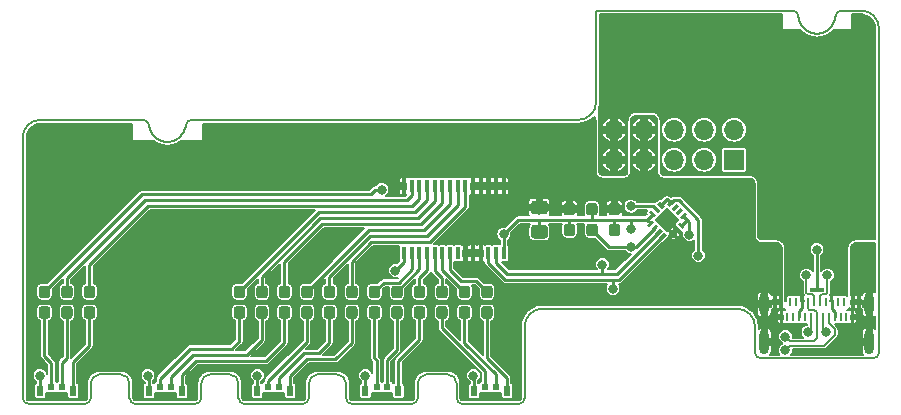
<source format=gbr>
%TF.GenerationSoftware,KiCad,Pcbnew,(5.0.0)*%
%TF.CreationDate,2019-04-13T23:36:30-04:00*%
%TF.ProjectId,Fusion USB Daughter Board,467573696F6E20555342204461756768,rev?*%
%TF.SameCoordinates,Original*%
%TF.FileFunction,Copper,L1,Top,Signal*%
%TF.FilePolarity,Positive*%
%FSLAX46Y46*%
G04 Gerber Fmt 4.6, Leading zero omitted, Abs format (unit mm)*
G04 Created by KiCad (PCBNEW (5.0.0)) date 04/13/19 23:36:30*
%MOMM*%
%LPD*%
G01*
G04 APERTURE LIST*
%ADD10C,0.200000*%
%ADD11C,1.450000*%
%ADD12C,0.100000*%
%ADD13C,0.300000*%
%ADD14C,0.950000*%
%ADD15C,1.150000*%
%ADD16R,0.600000X0.900000*%
%ADD17R,0.600000X0.600000*%
%ADD18R,0.250000X0.750000*%
%ADD19R,0.300000X0.750000*%
%ADD20R,1.200000X0.350000*%
%ADD21O,0.850000X1.850000*%
%ADD22O,0.850000X2.050000*%
%ADD23R,1.700000X1.700000*%
%ADD24O,1.700000X1.700000*%
%ADD25R,0.400000X1.100000*%
%ADD26C,0.800000*%
%ADD27C,0.254000*%
%ADD28C,0.406400*%
%ADD29C,0.127000*%
%ADD30C,0.152400*%
G04 APERTURE END LIST*
D10*
X175844523Y-100731300D02*
X175874537Y-100710100D01*
X175248101Y-100977300D02*
X175283192Y-100970800D01*
X175035584Y-100998300D02*
X175071150Y-100997000D01*
X174787114Y-100983000D02*
X174822434Y-100987800D01*
X174409341Y-100873400D02*
X174442557Y-100887500D01*
X174247966Y-100790400D02*
X174279560Y-100808600D01*
X176071720Y-100541600D02*
X176097880Y-100514800D01*
X176097880Y-100514800D02*
X176123490Y-100487400D01*
X174751899Y-100977300D02*
X174787114Y-100983000D01*
X174543794Y-100925100D02*
X174578013Y-100935900D01*
X176045030Y-100567700D02*
X176071720Y-100541600D01*
X175990122Y-100617900D02*
X176017830Y-100593200D01*
X175814091Y-100751700D02*
X175844523Y-100731300D01*
X175961925Y-100642000D02*
X175990122Y-100617900D01*
X174928850Y-100997000D02*
X174964416Y-100998300D01*
X175318144Y-100963300D02*
X175352939Y-100955000D01*
X175933253Y-100665400D02*
X175961925Y-100642000D01*
X175106680Y-100994800D02*
X175142158Y-100991800D01*
X175142158Y-100991800D02*
X175177566Y-100987800D01*
X174857842Y-100991800D02*
X174893320Y-100994800D01*
X175071150Y-100997000D02*
X175106680Y-100994800D01*
X175904118Y-100688100D02*
X175933253Y-100665400D01*
X175456206Y-100925100D02*
X175490200Y-100913400D01*
X175874537Y-100710100D02*
X175904118Y-100688100D01*
X175783256Y-100771500D02*
X175814091Y-100751700D01*
X175752034Y-100790400D02*
X175783256Y-100771500D01*
X175623583Y-100858400D02*
X175656199Y-100842600D01*
X174578013Y-100935900D02*
X174612442Y-100945900D01*
X175387558Y-100945900D02*
X175421987Y-100935900D01*
X174376417Y-100858400D02*
X174409341Y-100873400D01*
X175352939Y-100955000D02*
X175387558Y-100945900D01*
X175283192Y-100970800D02*
X175318144Y-100963300D01*
X175212886Y-100983000D02*
X175248101Y-100977300D01*
X174647061Y-100955000D02*
X174681856Y-100963300D01*
X174893320Y-100994800D02*
X174928850Y-100997000D01*
X174822434Y-100987800D02*
X174857842Y-100991800D01*
X175720440Y-100808600D02*
X175752034Y-100790400D01*
X174612442Y-100945900D02*
X174647061Y-100955000D01*
X174311510Y-100826000D02*
X174343801Y-100842600D01*
X174681856Y-100963300D02*
X174716808Y-100970800D01*
X174343801Y-100842600D02*
X174376417Y-100858400D01*
X175177566Y-100987800D02*
X175212886Y-100983000D01*
X175688490Y-100826000D02*
X175720440Y-100808600D01*
X174716808Y-100970800D02*
X174751899Y-100977300D01*
X175656199Y-100842600D02*
X175688490Y-100826000D01*
X175490200Y-100913400D02*
X175523951Y-100900900D01*
X174509800Y-100913400D02*
X174543794Y-100925100D01*
X174964416Y-100998300D02*
X175000000Y-100998800D01*
X174279560Y-100808600D02*
X174311510Y-100826000D01*
X175421987Y-100935900D02*
X175456206Y-100925100D01*
X175523951Y-100900900D02*
X175557443Y-100887500D01*
X174442557Y-100887500D02*
X174476049Y-100900900D01*
X175000000Y-100998800D02*
X175035584Y-100998300D01*
X175557443Y-100887500D02*
X175590659Y-100873400D01*
X176017830Y-100593200D02*
X176045030Y-100567700D01*
X175590659Y-100873400D02*
X175623583Y-100858400D01*
X174476049Y-100900900D02*
X174509800Y-100913400D01*
X121071400Y-109698700D02*
X121096800Y-109672700D01*
X120541500Y-110050700D02*
X120573900Y-110037400D01*
X119965500Y-110155100D02*
X120000000Y-110155500D01*
X120342600Y-110114300D02*
X120376200Y-110105700D01*
X119759200Y-110135300D02*
X119793400Y-110140700D01*
X119590300Y-110096300D02*
X119623800Y-110105700D01*
X121045500Y-109724000D02*
X121071400Y-109698700D01*
X120103500Y-110151800D02*
X120137900Y-110148900D01*
X120069000Y-110153900D02*
X120103500Y-110151800D01*
X120034500Y-110155100D02*
X120069000Y-110153900D01*
X119896500Y-110151800D02*
X119931000Y-110153900D01*
X119268600Y-109959200D02*
X119299500Y-109976300D01*
X121019100Y-109748700D02*
X121045500Y-109724000D01*
X120240800Y-110135300D02*
X120274800Y-110129100D01*
X119557000Y-110086100D02*
X119590300Y-110096300D01*
X119238100Y-109941300D02*
X119268600Y-109959200D01*
X119491100Y-110063300D02*
X119524000Y-110075100D01*
X120606000Y-110023300D02*
X120637800Y-110008400D01*
X119207900Y-109922700D02*
X119238100Y-109941300D01*
X120992200Y-109772800D02*
X121019100Y-109748700D01*
X120409700Y-110096300D02*
X120443000Y-110086100D01*
X120443000Y-110086100D02*
X120476000Y-110075100D01*
X120172300Y-110145200D02*
X120206600Y-110140700D01*
X120731400Y-109959200D02*
X120761900Y-109941300D01*
X120376200Y-110105700D02*
X120409700Y-110096300D01*
X119119700Y-109862600D02*
X119148700Y-109883300D01*
X120964900Y-109796300D02*
X120992200Y-109772800D01*
X120937200Y-109819000D02*
X120964900Y-109796300D01*
X120909000Y-109841100D02*
X120937200Y-109819000D01*
X120880300Y-109862600D02*
X120909000Y-109841100D01*
X120851300Y-109883300D02*
X120880300Y-109862600D01*
X120669300Y-109992700D02*
X120700500Y-109976300D01*
X119931000Y-110153900D02*
X119965500Y-110155100D01*
X119725200Y-110129100D02*
X119759200Y-110135300D01*
X120637800Y-110008400D02*
X120669300Y-109992700D01*
X120573900Y-110037400D02*
X120606000Y-110023300D01*
X120508900Y-110063300D02*
X120541500Y-110050700D01*
X119394000Y-110023300D02*
X119426100Y-110037400D01*
X120206600Y-110140700D02*
X120240800Y-110135300D01*
X119330700Y-109992700D02*
X119362200Y-110008400D01*
X120137900Y-110148900D02*
X120172300Y-110145200D01*
X119691200Y-110122100D02*
X119725200Y-110129100D01*
X119524000Y-110075100D02*
X119557000Y-110086100D01*
X119657400Y-110114300D02*
X119691200Y-110122100D01*
X119362200Y-110008400D02*
X119394000Y-110023300D01*
X120792100Y-109922700D02*
X120821900Y-109903300D01*
X120761900Y-109941300D02*
X120792100Y-109922700D01*
X120476000Y-110075100D02*
X120508900Y-110063300D01*
X119299500Y-109976300D02*
X119330700Y-109992700D01*
X120700500Y-109976300D02*
X120731400Y-109959200D01*
X120274800Y-110129100D02*
X120308800Y-110122100D01*
X119862100Y-110148900D02*
X119896500Y-110151800D01*
X119623800Y-110105700D02*
X119657400Y-110114300D01*
X119458500Y-110050700D02*
X119491100Y-110063300D01*
X119426100Y-110037400D02*
X119458500Y-110050700D01*
X119091000Y-109841100D02*
X119119700Y-109862600D01*
X120308800Y-110122100D02*
X120342600Y-110114300D01*
X119793400Y-110140700D02*
X119827700Y-110145200D01*
X119062800Y-109819000D02*
X119091000Y-109841100D01*
X119148700Y-109883300D02*
X119178100Y-109903300D01*
X120821900Y-109903300D02*
X120851300Y-109883300D01*
X120000000Y-110155500D02*
X120034500Y-110155100D01*
X119178100Y-109903300D02*
X119207900Y-109922700D01*
X119827700Y-110145200D02*
X119862100Y-110148900D01*
X176327570Y-100214200D02*
X176347110Y-100181200D01*
X176220260Y-100371600D02*
X176242980Y-100341200D01*
X176196950Y-100401400D02*
X176220260Y-100371600D01*
X118451500Y-108826800D02*
X118460600Y-108863800D01*
X176265070Y-100310200D02*
X176286550Y-100278700D01*
X176527100Y-99752900D02*
X176537340Y-99715100D01*
X176401670Y-100079400D02*
X176418480Y-100044600D01*
X176148550Y-100459300D02*
X176173040Y-100430700D01*
X118460600Y-108863800D02*
X118470400Y-108900600D01*
X176577050Y-99522700D02*
X176582670Y-99483700D01*
X176537340Y-99715100D02*
X176546820Y-99677100D01*
X118573700Y-109184400D02*
X118589700Y-109218400D01*
X118954500Y-109724000D02*
X118980900Y-109748700D01*
X118980900Y-109748700D02*
X119007800Y-109772800D01*
X118928600Y-109698700D02*
X118954500Y-109724000D01*
X118762000Y-109504700D02*
X118784200Y-109534100D01*
X118903200Y-109672700D02*
X118928600Y-109698700D01*
X118878400Y-109646100D02*
X118903200Y-109672700D01*
X118854000Y-109619000D02*
X118878400Y-109646100D01*
X118830200Y-109591200D02*
X118854000Y-109619000D01*
X176478640Y-99901400D02*
X176491870Y-99864800D01*
X118558400Y-109150100D02*
X118573700Y-109184400D01*
X118492000Y-108973300D02*
X118503900Y-109009300D01*
X118435600Y-108752300D02*
X118443200Y-108789700D01*
X176563480Y-99600300D02*
X176570650Y-99561600D01*
X176434590Y-100009300D02*
X176450000Y-99973700D01*
X176464680Y-99937800D02*
X176478640Y-99901400D01*
X176384160Y-100113700D02*
X176401670Y-100079400D01*
X176347110Y-100181200D02*
X176365970Y-100147700D01*
X176418480Y-100044600D02*
X176434590Y-100009300D01*
X176504360Y-99827800D02*
X176516100Y-99790500D01*
X176173040Y-100430700D02*
X176196950Y-100401400D01*
X176242980Y-100341200D02*
X176265070Y-100310200D01*
X118443200Y-108789700D02*
X118451500Y-108826800D01*
X176516100Y-99790500D02*
X176527100Y-99752900D01*
X118806900Y-109563000D02*
X118830200Y-109591200D01*
X118543700Y-109115400D02*
X118558400Y-109150100D01*
X118784200Y-109534100D02*
X118806900Y-109563000D01*
X118719400Y-109444400D02*
X118740400Y-109474800D01*
X118699000Y-109413500D02*
X118719400Y-109444400D01*
X118529800Y-109080400D02*
X118543700Y-109115400D01*
X118660100Y-109350200D02*
X118679200Y-109382100D01*
X118623600Y-109285200D02*
X118641500Y-109317900D01*
X118606300Y-109252000D02*
X118623600Y-109285200D01*
X176307380Y-100246700D02*
X176327570Y-100214200D01*
X118503900Y-109009300D02*
X118516500Y-109045000D01*
X118470400Y-108900600D02*
X118480800Y-108937100D01*
X118428700Y-108714700D02*
X118435600Y-108752300D01*
X176546820Y-99677100D02*
X176555540Y-99638800D01*
X176123490Y-100487400D02*
X176148550Y-100459300D01*
X176570650Y-99561600D02*
X176577050Y-99522700D01*
X176491870Y-99864800D02*
X176504360Y-99827800D01*
X176286550Y-100278700D02*
X176307380Y-100246700D01*
X176365970Y-100147700D02*
X176384160Y-100113700D01*
X119035100Y-109796300D02*
X119062800Y-109819000D01*
X118589700Y-109218400D02*
X118606300Y-109252000D01*
X119007800Y-109772800D02*
X119035100Y-109796300D01*
X118740400Y-109474800D02*
X118762000Y-109504700D01*
X118480800Y-108937100D02*
X118492000Y-108973300D01*
X176555540Y-99638800D02*
X176563480Y-99600300D01*
X118679200Y-109382100D02*
X118699000Y-109413500D01*
X118641500Y-109317900D02*
X118660100Y-109350200D01*
X118516500Y-109045000D02*
X118529800Y-109080400D01*
X176450000Y-99973700D02*
X176464680Y-99937800D01*
X121441600Y-109150100D02*
X121456300Y-109115400D01*
X121358500Y-109317900D02*
X121376400Y-109285200D01*
X121339900Y-109350200D02*
X121358500Y-109317900D01*
X121393700Y-109252000D02*
X121410300Y-109218400D01*
X121496100Y-109009300D02*
X121508000Y-108973300D01*
X121301000Y-109413500D02*
X121320800Y-109382100D01*
X121121600Y-109646100D02*
X121146000Y-109619000D01*
X121548500Y-108826800D02*
X121556800Y-108789700D01*
X121564400Y-108752300D02*
X121571300Y-108714700D01*
X121519200Y-108937100D02*
X121529600Y-108900600D01*
X121215800Y-109534100D02*
X121238000Y-109504700D01*
X121539400Y-108863800D02*
X121548500Y-108826800D01*
X121483500Y-109045000D02*
X121496100Y-109009300D01*
X121456300Y-109115400D02*
X121470200Y-109080400D01*
X121508000Y-108973300D02*
X121519200Y-108937100D01*
X121146000Y-109619000D02*
X121169800Y-109591200D01*
X121320800Y-109382100D02*
X121339900Y-109350200D01*
X121376400Y-109285200D02*
X121393700Y-109252000D01*
X121426300Y-109184400D02*
X121441600Y-109150100D01*
X121259600Y-109474800D02*
X121280600Y-109444400D01*
X121280600Y-109444400D02*
X121301000Y-109413500D01*
X121556800Y-108789700D02*
X121564400Y-108752300D01*
X121410300Y-109218400D02*
X121426300Y-109184400D01*
X121470200Y-109080400D02*
X121483500Y-109045000D01*
X121169800Y-109591200D02*
X121193100Y-109563000D01*
X121096800Y-109672700D02*
X121121600Y-109646100D01*
X121238000Y-109504700D02*
X121259600Y-109474800D01*
X121529600Y-108900600D02*
X121539400Y-108863800D01*
X121193100Y-109563000D02*
X121215800Y-109534100D01*
X117936045Y-108299999D02*
G75*
G02X118428722Y-108714735I0J-500001D01*
G01*
X107750476Y-109800000D02*
G75*
G02X109250476Y-108300000I1500000J0D01*
G01*
X108250476Y-132350000D02*
X113014721Y-132350000D01*
X108250476Y-132350000D02*
G75*
G02X107750476Y-131850000I0J500000D01*
G01*
X117936045Y-108300000D02*
X109250476Y-108300000D01*
X107750476Y-109800000D02*
X107750476Y-131850000D01*
X113514721Y-131850000D02*
G75*
G02X113014721Y-132350000I-500000J0D01*
G01*
X174125463Y-100710100D02*
X174155477Y-100731300D01*
X173928280Y-100541600D02*
X173954970Y-100567700D01*
X174095882Y-100688100D02*
X174125463Y-100710100D01*
X174066747Y-100665400D02*
X174095882Y-100688100D01*
X174038075Y-100642000D02*
X174066747Y-100665400D01*
X173713450Y-100278700D02*
X173734930Y-100310200D01*
X173565410Y-100009300D02*
X173581520Y-100044600D01*
X173757020Y-100341200D02*
X173779740Y-100371600D01*
X174009878Y-100617900D02*
X174038075Y-100642000D01*
X173672430Y-100214200D02*
X173692620Y-100246700D01*
X173615840Y-100113700D02*
X173634030Y-100147700D01*
X173851450Y-100459300D02*
X173876510Y-100487400D01*
X173652890Y-100181200D02*
X173672430Y-100214200D01*
X174216744Y-100771500D02*
X174247966Y-100790400D01*
X174185909Y-100751700D02*
X174216744Y-100771500D01*
X174155477Y-100731300D02*
X174185909Y-100751700D01*
X173634030Y-100147700D02*
X173652890Y-100181200D01*
X173734930Y-100310200D02*
X173757020Y-100341200D01*
X173598330Y-100079400D02*
X173615840Y-100113700D01*
X173982170Y-100593200D02*
X174009878Y-100617900D01*
X173954970Y-100567700D02*
X173982170Y-100593200D01*
X173692620Y-100246700D02*
X173713450Y-100278700D01*
X173581520Y-100044600D02*
X173598330Y-100079400D01*
X173826960Y-100430700D02*
X173851450Y-100459300D01*
X173779740Y-100371600D02*
X173803050Y-100401400D01*
X173803050Y-100401400D02*
X173826960Y-100430700D01*
X173876510Y-100487400D02*
X173902120Y-100514800D01*
X173902120Y-100514800D02*
X173928280Y-100541600D01*
X126523615Y-132350000D02*
X131476385Y-132350000D01*
X172921746Y-99050000D02*
X156300000Y-99050000D01*
X172921746Y-99050000D02*
G75*
G02X173417335Y-99483729I0J-500000D01*
G01*
X170250000Y-128500000D02*
X179750000Y-128500000D01*
X173550000Y-99973700D02*
X173565410Y-100009300D01*
X173535320Y-99937800D02*
X173550000Y-99973700D01*
X173444460Y-99638800D02*
X173453180Y-99677100D01*
X125273615Y-129850000D02*
G75*
G02X126023615Y-130600000I0J-750000D01*
G01*
X173417330Y-99483700D02*
X173422950Y-99522700D01*
X156300000Y-106800000D02*
G75*
G02X154800000Y-108300000I-1500000J0D01*
G01*
X150249524Y-125789340D02*
G75*
G02X151749524Y-124289340I1500000J0D01*
G01*
X180250000Y-128000000D02*
X180250000Y-100550000D01*
X180250000Y-128000000D02*
G75*
G02X179750000Y-128500000I-500000J0D01*
G01*
X117296238Y-132350000D02*
X122370701Y-132350000D01*
X141203762Y-131850000D02*
X141203762Y-130600000D01*
X173521360Y-99901400D02*
X173535320Y-99937800D01*
X123620701Y-129850000D02*
X125273615Y-129850000D01*
X122870701Y-131850000D02*
G75*
G02X122370701Y-132350000I-500000J0D01*
G01*
X122870701Y-130600000D02*
G75*
G02X123620701Y-129850000I750000J0D01*
G01*
X173508130Y-99864800D02*
X173521360Y-99901400D01*
X132726385Y-129850000D02*
X134379299Y-129850000D01*
X173495640Y-99827800D02*
X173508130Y-99864800D01*
X173472900Y-99752900D02*
X173483900Y-99790500D01*
X173436520Y-99600300D02*
X173444460Y-99638800D01*
X173462660Y-99715100D02*
X173472900Y-99752900D01*
X173429350Y-99561600D02*
X173436520Y-99600300D01*
X113514721Y-130600000D02*
G75*
G02X114264721Y-129850000I750000J0D01*
G01*
X141203762Y-131850000D02*
G75*
G02X140703762Y-132350000I-500000J0D01*
G01*
X150249524Y-131850000D02*
G75*
G02X149749524Y-132350000I-500000J0D01*
G01*
X135129299Y-130600000D02*
X135129299Y-131850000D01*
X122870701Y-131850000D02*
X122870701Y-130600000D01*
X134379299Y-129850000D02*
G75*
G02X135129299Y-130600000I0J-750000D01*
G01*
X173422950Y-99522700D02*
X173429350Y-99561600D01*
X144985279Y-132350000D02*
X149749524Y-132350000D01*
X143735279Y-129850000D02*
G75*
G02X144485279Y-130600000I0J-750000D01*
G01*
X135629299Y-132350000D02*
X140703762Y-132350000D01*
X156300000Y-99050000D02*
X156300000Y-106800000D01*
X169750000Y-125789340D02*
X169750000Y-128000000D01*
X131976385Y-131850000D02*
G75*
G02X131476385Y-132350000I-500000J0D01*
G01*
X126023615Y-130600000D02*
X126023615Y-131850000D01*
X150249524Y-131850000D02*
X150249524Y-125789340D01*
X173453180Y-99677100D02*
X173462660Y-99715100D01*
X178750000Y-99050000D02*
G75*
G02X180250000Y-100550000I0J-1500000D01*
G01*
X126523615Y-132350000D02*
G75*
G02X126023615Y-131850000I0J500000D01*
G01*
X116796238Y-130600000D02*
X116796238Y-131850000D01*
X176582665Y-99483729D02*
G75*
G02X177078254Y-99050000I495589J-66271D01*
G01*
X178750000Y-99050000D02*
X177078254Y-99050000D01*
X170250000Y-128500000D02*
G75*
G02X169750000Y-128000000I0J500000D01*
G01*
X168250000Y-124289340D02*
G75*
G02X169750000Y-125789340I0J-1500000D01*
G01*
X135629299Y-132350000D02*
G75*
G02X135129299Y-131850000I0J500000D01*
G01*
X131976385Y-130600000D02*
G75*
G02X132726385Y-129850000I750000J0D01*
G01*
X116046238Y-129850000D02*
G75*
G02X116796238Y-130600000I0J-750000D01*
G01*
X141953762Y-129850000D02*
X143735279Y-129850000D01*
X141203762Y-130600000D02*
G75*
G02X141953762Y-129850000I750000J0D01*
G01*
X114264721Y-129850000D02*
X116046238Y-129850000D01*
X117296238Y-132350000D02*
G75*
G02X116796238Y-131850000I0J500000D01*
G01*
X131976385Y-131850000D02*
X131976385Y-130600000D01*
X151749524Y-124289340D02*
X168250000Y-124289340D01*
X173483900Y-99790500D02*
X173495640Y-99827800D01*
X121571279Y-108714735D02*
G75*
G02X122063955Y-108300000I492676J-85265D01*
G01*
X113514721Y-131850000D02*
X113514721Y-130600000D01*
X154800000Y-108300000D02*
X122063955Y-108300000D01*
X144985279Y-132350000D02*
G75*
G02X144485279Y-131850000I0J500000D01*
G01*
X144485279Y-130600000D02*
X144485279Y-131850000D01*
D11*
X162300000Y-116745000D03*
D12*
G36*
X161274695Y-116745000D02*
X162300000Y-115719695D01*
X163325305Y-116745000D01*
X162300000Y-117770305D01*
X161274695Y-116745000D01*
X161274695Y-116745000D01*
G37*
D13*
X162628805Y-115355535D03*
D12*
G36*
X162317678Y-115454530D02*
X162727800Y-115044408D01*
X162939932Y-115256540D01*
X162529810Y-115666662D01*
X162317678Y-115454530D01*
X162317678Y-115454530D01*
G37*
D13*
X162982358Y-115709089D03*
D12*
G36*
X162671231Y-115808084D02*
X163081353Y-115397962D01*
X163293485Y-115610094D01*
X162883363Y-116020216D01*
X162671231Y-115808084D01*
X162671231Y-115808084D01*
G37*
D13*
X163335911Y-116062642D03*
D12*
G36*
X163024784Y-116161637D02*
X163434906Y-115751515D01*
X163647038Y-115963647D01*
X163236916Y-116373769D01*
X163024784Y-116161637D01*
X163024784Y-116161637D01*
G37*
D13*
X163689465Y-116416195D03*
D12*
G36*
X163378338Y-116515190D02*
X163788460Y-116105068D01*
X164000592Y-116317200D01*
X163590470Y-116727322D01*
X163378338Y-116515190D01*
X163378338Y-116515190D01*
G37*
D13*
X161971195Y-118134465D03*
D12*
G36*
X161660068Y-118233460D02*
X162070190Y-117823338D01*
X162282322Y-118035470D01*
X161872200Y-118445592D01*
X161660068Y-118233460D01*
X161660068Y-118233460D01*
G37*
D13*
X161617642Y-117780911D03*
D12*
G36*
X161306515Y-117879906D02*
X161716637Y-117469784D01*
X161928769Y-117681916D01*
X161518647Y-118092038D01*
X161306515Y-117879906D01*
X161306515Y-117879906D01*
G37*
D13*
X161264089Y-117427358D03*
D12*
G36*
X160952962Y-117526353D02*
X161363084Y-117116231D01*
X161575216Y-117328363D01*
X161165094Y-117738485D01*
X160952962Y-117526353D01*
X160952962Y-117526353D01*
G37*
D13*
X160910535Y-117073805D03*
D12*
G36*
X160599408Y-117172800D02*
X161009530Y-116762678D01*
X161221662Y-116974810D01*
X160811540Y-117384932D01*
X160599408Y-117172800D01*
X160599408Y-117172800D01*
G37*
D13*
X163159135Y-117604135D03*
D12*
G36*
X162848008Y-117505140D02*
X163060140Y-117293008D01*
X163470262Y-117703130D01*
X163258130Y-117915262D01*
X162848008Y-117505140D01*
X162848008Y-117505140D01*
G37*
D13*
X163512688Y-117250581D03*
D12*
G36*
X163201561Y-117151586D02*
X163413693Y-116939454D01*
X163823815Y-117349576D01*
X163611683Y-117561708D01*
X163201561Y-117151586D01*
X163201561Y-117151586D01*
G37*
D13*
X162805581Y-117957688D03*
D12*
G36*
X162494454Y-117858693D02*
X162706586Y-117646561D01*
X163116708Y-118056683D01*
X162904576Y-118268815D01*
X162494454Y-117858693D01*
X162494454Y-117858693D01*
G37*
D13*
X161087312Y-116239419D03*
D12*
G36*
X160776185Y-116140424D02*
X160988317Y-115928292D01*
X161398439Y-116338414D01*
X161186307Y-116550546D01*
X160776185Y-116140424D01*
X160776185Y-116140424D01*
G37*
D13*
X161794419Y-115532312D03*
D12*
G36*
X161483292Y-115433317D02*
X161695424Y-115221185D01*
X162105546Y-115631307D01*
X161893414Y-115843439D01*
X161483292Y-115433317D01*
X161483292Y-115433317D01*
G37*
D13*
X161440865Y-115885865D03*
D12*
G36*
X161129738Y-115786870D02*
X161341870Y-115574738D01*
X161751992Y-115984860D01*
X161539860Y-116196992D01*
X161129738Y-115786870D01*
X161129738Y-115786870D01*
G37*
G36*
X158115779Y-115346144D02*
X158138834Y-115349563D01*
X158161443Y-115355227D01*
X158183387Y-115363079D01*
X158204457Y-115373044D01*
X158224448Y-115385026D01*
X158243168Y-115398910D01*
X158260438Y-115414562D01*
X158276090Y-115431832D01*
X158289974Y-115450552D01*
X158301956Y-115470543D01*
X158311921Y-115491613D01*
X158319773Y-115513557D01*
X158325437Y-115536166D01*
X158328856Y-115559221D01*
X158330000Y-115582500D01*
X158330000Y-116157500D01*
X158328856Y-116180779D01*
X158325437Y-116203834D01*
X158319773Y-116226443D01*
X158311921Y-116248387D01*
X158301956Y-116269457D01*
X158289974Y-116289448D01*
X158276090Y-116308168D01*
X158260438Y-116325438D01*
X158243168Y-116341090D01*
X158224448Y-116354974D01*
X158204457Y-116366956D01*
X158183387Y-116376921D01*
X158161443Y-116384773D01*
X158138834Y-116390437D01*
X158115779Y-116393856D01*
X158092500Y-116395000D01*
X157617500Y-116395000D01*
X157594221Y-116393856D01*
X157571166Y-116390437D01*
X157548557Y-116384773D01*
X157526613Y-116376921D01*
X157505543Y-116366956D01*
X157485552Y-116354974D01*
X157466832Y-116341090D01*
X157449562Y-116325438D01*
X157433910Y-116308168D01*
X157420026Y-116289448D01*
X157408044Y-116269457D01*
X157398079Y-116248387D01*
X157390227Y-116226443D01*
X157384563Y-116203834D01*
X157381144Y-116180779D01*
X157380000Y-116157500D01*
X157380000Y-115582500D01*
X157381144Y-115559221D01*
X157384563Y-115536166D01*
X157390227Y-115513557D01*
X157398079Y-115491613D01*
X157408044Y-115470543D01*
X157420026Y-115450552D01*
X157433910Y-115431832D01*
X157449562Y-115414562D01*
X157466832Y-115398910D01*
X157485552Y-115385026D01*
X157505543Y-115373044D01*
X157526613Y-115363079D01*
X157548557Y-115355227D01*
X157571166Y-115349563D01*
X157594221Y-115346144D01*
X157617500Y-115345000D01*
X158092500Y-115345000D01*
X158115779Y-115346144D01*
X158115779Y-115346144D01*
G37*
D14*
X157855000Y-115870000D03*
D12*
G36*
X158115779Y-117096144D02*
X158138834Y-117099563D01*
X158161443Y-117105227D01*
X158183387Y-117113079D01*
X158204457Y-117123044D01*
X158224448Y-117135026D01*
X158243168Y-117148910D01*
X158260438Y-117164562D01*
X158276090Y-117181832D01*
X158289974Y-117200552D01*
X158301956Y-117220543D01*
X158311921Y-117241613D01*
X158319773Y-117263557D01*
X158325437Y-117286166D01*
X158328856Y-117309221D01*
X158330000Y-117332500D01*
X158330000Y-117907500D01*
X158328856Y-117930779D01*
X158325437Y-117953834D01*
X158319773Y-117976443D01*
X158311921Y-117998387D01*
X158301956Y-118019457D01*
X158289974Y-118039448D01*
X158276090Y-118058168D01*
X158260438Y-118075438D01*
X158243168Y-118091090D01*
X158224448Y-118104974D01*
X158204457Y-118116956D01*
X158183387Y-118126921D01*
X158161443Y-118134773D01*
X158138834Y-118140437D01*
X158115779Y-118143856D01*
X158092500Y-118145000D01*
X157617500Y-118145000D01*
X157594221Y-118143856D01*
X157571166Y-118140437D01*
X157548557Y-118134773D01*
X157526613Y-118126921D01*
X157505543Y-118116956D01*
X157485552Y-118104974D01*
X157466832Y-118091090D01*
X157449562Y-118075438D01*
X157433910Y-118058168D01*
X157420026Y-118039448D01*
X157408044Y-118019457D01*
X157398079Y-117998387D01*
X157390227Y-117976443D01*
X157384563Y-117953834D01*
X157381144Y-117930779D01*
X157380000Y-117907500D01*
X157380000Y-117332500D01*
X157381144Y-117309221D01*
X157384563Y-117286166D01*
X157390227Y-117263557D01*
X157398079Y-117241613D01*
X157408044Y-117220543D01*
X157420026Y-117200552D01*
X157433910Y-117181832D01*
X157449562Y-117164562D01*
X157466832Y-117148910D01*
X157485552Y-117135026D01*
X157505543Y-117123044D01*
X157526613Y-117113079D01*
X157548557Y-117105227D01*
X157571166Y-117099563D01*
X157594221Y-117096144D01*
X157617500Y-117095000D01*
X158092500Y-117095000D01*
X158115779Y-117096144D01*
X158115779Y-117096144D01*
G37*
D14*
X157855000Y-117620000D03*
D12*
G36*
X151979505Y-117196204D02*
X152003773Y-117199804D01*
X152027572Y-117205765D01*
X152050671Y-117214030D01*
X152072850Y-117224520D01*
X152093893Y-117237132D01*
X152113599Y-117251747D01*
X152131777Y-117268223D01*
X152148253Y-117286401D01*
X152162868Y-117306107D01*
X152175480Y-117327150D01*
X152185970Y-117349329D01*
X152194235Y-117372428D01*
X152200196Y-117396227D01*
X152203796Y-117420495D01*
X152205000Y-117444999D01*
X152205000Y-118095001D01*
X152203796Y-118119505D01*
X152200196Y-118143773D01*
X152194235Y-118167572D01*
X152185970Y-118190671D01*
X152175480Y-118212850D01*
X152162868Y-118233893D01*
X152148253Y-118253599D01*
X152131777Y-118271777D01*
X152113599Y-118288253D01*
X152093893Y-118302868D01*
X152072850Y-118315480D01*
X152050671Y-118325970D01*
X152027572Y-118334235D01*
X152003773Y-118340196D01*
X151979505Y-118343796D01*
X151955001Y-118345000D01*
X151054999Y-118345000D01*
X151030495Y-118343796D01*
X151006227Y-118340196D01*
X150982428Y-118334235D01*
X150959329Y-118325970D01*
X150937150Y-118315480D01*
X150916107Y-118302868D01*
X150896401Y-118288253D01*
X150878223Y-118271777D01*
X150861747Y-118253599D01*
X150847132Y-118233893D01*
X150834520Y-118212850D01*
X150824030Y-118190671D01*
X150815765Y-118167572D01*
X150809804Y-118143773D01*
X150806204Y-118119505D01*
X150805000Y-118095001D01*
X150805000Y-117444999D01*
X150806204Y-117420495D01*
X150809804Y-117396227D01*
X150815765Y-117372428D01*
X150824030Y-117349329D01*
X150834520Y-117327150D01*
X150847132Y-117306107D01*
X150861747Y-117286401D01*
X150878223Y-117268223D01*
X150896401Y-117251747D01*
X150916107Y-117237132D01*
X150937150Y-117224520D01*
X150959329Y-117214030D01*
X150982428Y-117205765D01*
X151006227Y-117199804D01*
X151030495Y-117196204D01*
X151054999Y-117195000D01*
X151955001Y-117195000D01*
X151979505Y-117196204D01*
X151979505Y-117196204D01*
G37*
D15*
X151505000Y-117770000D03*
D12*
G36*
X151979505Y-115146204D02*
X152003773Y-115149804D01*
X152027572Y-115155765D01*
X152050671Y-115164030D01*
X152072850Y-115174520D01*
X152093893Y-115187132D01*
X152113599Y-115201747D01*
X152131777Y-115218223D01*
X152148253Y-115236401D01*
X152162868Y-115256107D01*
X152175480Y-115277150D01*
X152185970Y-115299329D01*
X152194235Y-115322428D01*
X152200196Y-115346227D01*
X152203796Y-115370495D01*
X152205000Y-115394999D01*
X152205000Y-116045001D01*
X152203796Y-116069505D01*
X152200196Y-116093773D01*
X152194235Y-116117572D01*
X152185970Y-116140671D01*
X152175480Y-116162850D01*
X152162868Y-116183893D01*
X152148253Y-116203599D01*
X152131777Y-116221777D01*
X152113599Y-116238253D01*
X152093893Y-116252868D01*
X152072850Y-116265480D01*
X152050671Y-116275970D01*
X152027572Y-116284235D01*
X152003773Y-116290196D01*
X151979505Y-116293796D01*
X151955001Y-116295000D01*
X151054999Y-116295000D01*
X151030495Y-116293796D01*
X151006227Y-116290196D01*
X150982428Y-116284235D01*
X150959329Y-116275970D01*
X150937150Y-116265480D01*
X150916107Y-116252868D01*
X150896401Y-116238253D01*
X150878223Y-116221777D01*
X150861747Y-116203599D01*
X150847132Y-116183893D01*
X150834520Y-116162850D01*
X150824030Y-116140671D01*
X150815765Y-116117572D01*
X150809804Y-116093773D01*
X150806204Y-116069505D01*
X150805000Y-116045001D01*
X150805000Y-115394999D01*
X150806204Y-115370495D01*
X150809804Y-115346227D01*
X150815765Y-115322428D01*
X150824030Y-115299329D01*
X150834520Y-115277150D01*
X150847132Y-115256107D01*
X150861747Y-115236401D01*
X150878223Y-115218223D01*
X150896401Y-115201747D01*
X150916107Y-115187132D01*
X150937150Y-115174520D01*
X150959329Y-115164030D01*
X150982428Y-115155765D01*
X151006227Y-115149804D01*
X151030495Y-115146204D01*
X151054999Y-115145000D01*
X151955001Y-115145000D01*
X151979505Y-115146204D01*
X151979505Y-115146204D01*
G37*
D15*
X151505000Y-115720000D03*
D12*
G36*
X154305779Y-117096144D02*
X154328834Y-117099563D01*
X154351443Y-117105227D01*
X154373387Y-117113079D01*
X154394457Y-117123044D01*
X154414448Y-117135026D01*
X154433168Y-117148910D01*
X154450438Y-117164562D01*
X154466090Y-117181832D01*
X154479974Y-117200552D01*
X154491956Y-117220543D01*
X154501921Y-117241613D01*
X154509773Y-117263557D01*
X154515437Y-117286166D01*
X154518856Y-117309221D01*
X154520000Y-117332500D01*
X154520000Y-117907500D01*
X154518856Y-117930779D01*
X154515437Y-117953834D01*
X154509773Y-117976443D01*
X154501921Y-117998387D01*
X154491956Y-118019457D01*
X154479974Y-118039448D01*
X154466090Y-118058168D01*
X154450438Y-118075438D01*
X154433168Y-118091090D01*
X154414448Y-118104974D01*
X154394457Y-118116956D01*
X154373387Y-118126921D01*
X154351443Y-118134773D01*
X154328834Y-118140437D01*
X154305779Y-118143856D01*
X154282500Y-118145000D01*
X153807500Y-118145000D01*
X153784221Y-118143856D01*
X153761166Y-118140437D01*
X153738557Y-118134773D01*
X153716613Y-118126921D01*
X153695543Y-118116956D01*
X153675552Y-118104974D01*
X153656832Y-118091090D01*
X153639562Y-118075438D01*
X153623910Y-118058168D01*
X153610026Y-118039448D01*
X153598044Y-118019457D01*
X153588079Y-117998387D01*
X153580227Y-117976443D01*
X153574563Y-117953834D01*
X153571144Y-117930779D01*
X153570000Y-117907500D01*
X153570000Y-117332500D01*
X153571144Y-117309221D01*
X153574563Y-117286166D01*
X153580227Y-117263557D01*
X153588079Y-117241613D01*
X153598044Y-117220543D01*
X153610026Y-117200552D01*
X153623910Y-117181832D01*
X153639562Y-117164562D01*
X153656832Y-117148910D01*
X153675552Y-117135026D01*
X153695543Y-117123044D01*
X153716613Y-117113079D01*
X153738557Y-117105227D01*
X153761166Y-117099563D01*
X153784221Y-117096144D01*
X153807500Y-117095000D01*
X154282500Y-117095000D01*
X154305779Y-117096144D01*
X154305779Y-117096144D01*
G37*
D14*
X154045000Y-117620000D03*
D12*
G36*
X154305779Y-115346144D02*
X154328834Y-115349563D01*
X154351443Y-115355227D01*
X154373387Y-115363079D01*
X154394457Y-115373044D01*
X154414448Y-115385026D01*
X154433168Y-115398910D01*
X154450438Y-115414562D01*
X154466090Y-115431832D01*
X154479974Y-115450552D01*
X154491956Y-115470543D01*
X154501921Y-115491613D01*
X154509773Y-115513557D01*
X154515437Y-115536166D01*
X154518856Y-115559221D01*
X154520000Y-115582500D01*
X154520000Y-116157500D01*
X154518856Y-116180779D01*
X154515437Y-116203834D01*
X154509773Y-116226443D01*
X154501921Y-116248387D01*
X154491956Y-116269457D01*
X154479974Y-116289448D01*
X154466090Y-116308168D01*
X154450438Y-116325438D01*
X154433168Y-116341090D01*
X154414448Y-116354974D01*
X154394457Y-116366956D01*
X154373387Y-116376921D01*
X154351443Y-116384773D01*
X154328834Y-116390437D01*
X154305779Y-116393856D01*
X154282500Y-116395000D01*
X153807500Y-116395000D01*
X153784221Y-116393856D01*
X153761166Y-116390437D01*
X153738557Y-116384773D01*
X153716613Y-116376921D01*
X153695543Y-116366956D01*
X153675552Y-116354974D01*
X153656832Y-116341090D01*
X153639562Y-116325438D01*
X153623910Y-116308168D01*
X153610026Y-116289448D01*
X153598044Y-116269457D01*
X153588079Y-116248387D01*
X153580227Y-116226443D01*
X153574563Y-116203834D01*
X153571144Y-116180779D01*
X153570000Y-116157500D01*
X153570000Y-115582500D01*
X153571144Y-115559221D01*
X153574563Y-115536166D01*
X153580227Y-115513557D01*
X153588079Y-115491613D01*
X153598044Y-115470543D01*
X153610026Y-115450552D01*
X153623910Y-115431832D01*
X153639562Y-115414562D01*
X153656832Y-115398910D01*
X153675552Y-115385026D01*
X153695543Y-115373044D01*
X153716613Y-115363079D01*
X153738557Y-115355227D01*
X153761166Y-115349563D01*
X153784221Y-115346144D01*
X153807500Y-115345000D01*
X154282500Y-115345000D01*
X154305779Y-115346144D01*
X154305779Y-115346144D01*
G37*
D14*
X154045000Y-115870000D03*
D16*
X127600000Y-131250000D03*
X130400000Y-131250000D03*
D17*
X128550000Y-130925000D03*
X129450000Y-130925000D03*
X120283000Y-130925000D03*
X119383000Y-130925000D03*
D16*
X121233000Y-131250000D03*
X118433000Y-131250000D03*
X109233000Y-131250000D03*
X112033000Y-131250000D03*
D17*
X110183000Y-130925000D03*
X111083000Y-130925000D03*
X138617000Y-130925000D03*
X137717000Y-130925000D03*
D16*
X139567000Y-131250000D03*
X136767000Y-131250000D03*
X145967000Y-131250000D03*
X148767000Y-131250000D03*
D17*
X146917000Y-130925000D03*
X147817000Y-130925000D03*
D18*
X172000000Y-124975000D03*
X172500000Y-124975000D03*
X173000000Y-124975000D03*
X173500000Y-124975000D03*
X174000000Y-124975000D03*
X174500000Y-124975000D03*
X175500000Y-124975000D03*
X176000000Y-124975000D03*
X176500000Y-124975000D03*
X177000000Y-124975000D03*
X177500000Y-124975000D03*
X178000000Y-124975000D03*
D19*
X178550000Y-123725000D03*
D18*
X178050000Y-123725000D03*
X177250000Y-123725000D03*
X176750000Y-123725000D03*
X176250000Y-123725000D03*
X175750000Y-123725000D03*
X175250000Y-123725000D03*
X174750000Y-123725000D03*
X174250000Y-123725000D03*
X173750000Y-123725000D03*
X173250000Y-123725000D03*
X172750000Y-123725000D03*
X171950000Y-123725000D03*
D19*
X171450000Y-123725000D03*
D20*
X175000000Y-122720000D03*
D21*
X179450000Y-123900000D03*
X170550000Y-123900000D03*
D22*
X179450000Y-127100000D03*
X170550000Y-127100000D03*
D23*
X167980000Y-111690000D03*
D24*
X167980000Y-109150000D03*
X165440000Y-111690000D03*
X165440000Y-109150000D03*
X162900000Y-111690000D03*
X162900000Y-109150000D03*
X160360000Y-111690000D03*
X160360000Y-109150000D03*
X157820000Y-111690000D03*
X157820000Y-109150000D03*
D12*
G36*
X156210779Y-115346144D02*
X156233834Y-115349563D01*
X156256443Y-115355227D01*
X156278387Y-115363079D01*
X156299457Y-115373044D01*
X156319448Y-115385026D01*
X156338168Y-115398910D01*
X156355438Y-115414562D01*
X156371090Y-115431832D01*
X156384974Y-115450552D01*
X156396956Y-115470543D01*
X156406921Y-115491613D01*
X156414773Y-115513557D01*
X156420437Y-115536166D01*
X156423856Y-115559221D01*
X156425000Y-115582500D01*
X156425000Y-116157500D01*
X156423856Y-116180779D01*
X156420437Y-116203834D01*
X156414773Y-116226443D01*
X156406921Y-116248387D01*
X156396956Y-116269457D01*
X156384974Y-116289448D01*
X156371090Y-116308168D01*
X156355438Y-116325438D01*
X156338168Y-116341090D01*
X156319448Y-116354974D01*
X156299457Y-116366956D01*
X156278387Y-116376921D01*
X156256443Y-116384773D01*
X156233834Y-116390437D01*
X156210779Y-116393856D01*
X156187500Y-116395000D01*
X155712500Y-116395000D01*
X155689221Y-116393856D01*
X155666166Y-116390437D01*
X155643557Y-116384773D01*
X155621613Y-116376921D01*
X155600543Y-116366956D01*
X155580552Y-116354974D01*
X155561832Y-116341090D01*
X155544562Y-116325438D01*
X155528910Y-116308168D01*
X155515026Y-116289448D01*
X155503044Y-116269457D01*
X155493079Y-116248387D01*
X155485227Y-116226443D01*
X155479563Y-116203834D01*
X155476144Y-116180779D01*
X155475000Y-116157500D01*
X155475000Y-115582500D01*
X155476144Y-115559221D01*
X155479563Y-115536166D01*
X155485227Y-115513557D01*
X155493079Y-115491613D01*
X155503044Y-115470543D01*
X155515026Y-115450552D01*
X155528910Y-115431832D01*
X155544562Y-115414562D01*
X155561832Y-115398910D01*
X155580552Y-115385026D01*
X155600543Y-115373044D01*
X155621613Y-115363079D01*
X155643557Y-115355227D01*
X155666166Y-115349563D01*
X155689221Y-115346144D01*
X155712500Y-115345000D01*
X156187500Y-115345000D01*
X156210779Y-115346144D01*
X156210779Y-115346144D01*
G37*
D14*
X155950000Y-115870000D03*
D12*
G36*
X156210779Y-117096144D02*
X156233834Y-117099563D01*
X156256443Y-117105227D01*
X156278387Y-117113079D01*
X156299457Y-117123044D01*
X156319448Y-117135026D01*
X156338168Y-117148910D01*
X156355438Y-117164562D01*
X156371090Y-117181832D01*
X156384974Y-117200552D01*
X156396956Y-117220543D01*
X156406921Y-117241613D01*
X156414773Y-117263557D01*
X156420437Y-117286166D01*
X156423856Y-117309221D01*
X156425000Y-117332500D01*
X156425000Y-117907500D01*
X156423856Y-117930779D01*
X156420437Y-117953834D01*
X156414773Y-117976443D01*
X156406921Y-117998387D01*
X156396956Y-118019457D01*
X156384974Y-118039448D01*
X156371090Y-118058168D01*
X156355438Y-118075438D01*
X156338168Y-118091090D01*
X156319448Y-118104974D01*
X156299457Y-118116956D01*
X156278387Y-118126921D01*
X156256443Y-118134773D01*
X156233834Y-118140437D01*
X156210779Y-118143856D01*
X156187500Y-118145000D01*
X155712500Y-118145000D01*
X155689221Y-118143856D01*
X155666166Y-118140437D01*
X155643557Y-118134773D01*
X155621613Y-118126921D01*
X155600543Y-118116956D01*
X155580552Y-118104974D01*
X155561832Y-118091090D01*
X155544562Y-118075438D01*
X155528910Y-118058168D01*
X155515026Y-118039448D01*
X155503044Y-118019457D01*
X155493079Y-117998387D01*
X155485227Y-117976443D01*
X155479563Y-117953834D01*
X155476144Y-117930779D01*
X155475000Y-117907500D01*
X155475000Y-117332500D01*
X155476144Y-117309221D01*
X155479563Y-117286166D01*
X155485227Y-117263557D01*
X155493079Y-117241613D01*
X155503044Y-117220543D01*
X155515026Y-117200552D01*
X155528910Y-117181832D01*
X155544562Y-117164562D01*
X155561832Y-117148910D01*
X155580552Y-117135026D01*
X155600543Y-117123044D01*
X155621613Y-117113079D01*
X155643557Y-117105227D01*
X155666166Y-117099563D01*
X155689221Y-117096144D01*
X155712500Y-117095000D01*
X156187500Y-117095000D01*
X156210779Y-117096144D01*
X156210779Y-117096144D01*
G37*
D14*
X155950000Y-117620000D03*
D12*
G36*
X135890779Y-124081144D02*
X135913834Y-124084563D01*
X135936443Y-124090227D01*
X135958387Y-124098079D01*
X135979457Y-124108044D01*
X135999448Y-124120026D01*
X136018168Y-124133910D01*
X136035438Y-124149562D01*
X136051090Y-124166832D01*
X136064974Y-124185552D01*
X136076956Y-124205543D01*
X136086921Y-124226613D01*
X136094773Y-124248557D01*
X136100437Y-124271166D01*
X136103856Y-124294221D01*
X136105000Y-124317500D01*
X136105000Y-124892500D01*
X136103856Y-124915779D01*
X136100437Y-124938834D01*
X136094773Y-124961443D01*
X136086921Y-124983387D01*
X136076956Y-125004457D01*
X136064974Y-125024448D01*
X136051090Y-125043168D01*
X136035438Y-125060438D01*
X136018168Y-125076090D01*
X135999448Y-125089974D01*
X135979457Y-125101956D01*
X135958387Y-125111921D01*
X135936443Y-125119773D01*
X135913834Y-125125437D01*
X135890779Y-125128856D01*
X135867500Y-125130000D01*
X135392500Y-125130000D01*
X135369221Y-125128856D01*
X135346166Y-125125437D01*
X135323557Y-125119773D01*
X135301613Y-125111921D01*
X135280543Y-125101956D01*
X135260552Y-125089974D01*
X135241832Y-125076090D01*
X135224562Y-125060438D01*
X135208910Y-125043168D01*
X135195026Y-125024448D01*
X135183044Y-125004457D01*
X135173079Y-124983387D01*
X135165227Y-124961443D01*
X135159563Y-124938834D01*
X135156144Y-124915779D01*
X135155000Y-124892500D01*
X135155000Y-124317500D01*
X135156144Y-124294221D01*
X135159563Y-124271166D01*
X135165227Y-124248557D01*
X135173079Y-124226613D01*
X135183044Y-124205543D01*
X135195026Y-124185552D01*
X135208910Y-124166832D01*
X135224562Y-124149562D01*
X135241832Y-124133910D01*
X135260552Y-124120026D01*
X135280543Y-124108044D01*
X135301613Y-124098079D01*
X135323557Y-124090227D01*
X135346166Y-124084563D01*
X135369221Y-124081144D01*
X135392500Y-124080000D01*
X135867500Y-124080000D01*
X135890779Y-124081144D01*
X135890779Y-124081144D01*
G37*
D14*
X135630000Y-124605000D03*
D12*
G36*
X135890779Y-122331144D02*
X135913834Y-122334563D01*
X135936443Y-122340227D01*
X135958387Y-122348079D01*
X135979457Y-122358044D01*
X135999448Y-122370026D01*
X136018168Y-122383910D01*
X136035438Y-122399562D01*
X136051090Y-122416832D01*
X136064974Y-122435552D01*
X136076956Y-122455543D01*
X136086921Y-122476613D01*
X136094773Y-122498557D01*
X136100437Y-122521166D01*
X136103856Y-122544221D01*
X136105000Y-122567500D01*
X136105000Y-123142500D01*
X136103856Y-123165779D01*
X136100437Y-123188834D01*
X136094773Y-123211443D01*
X136086921Y-123233387D01*
X136076956Y-123254457D01*
X136064974Y-123274448D01*
X136051090Y-123293168D01*
X136035438Y-123310438D01*
X136018168Y-123326090D01*
X135999448Y-123339974D01*
X135979457Y-123351956D01*
X135958387Y-123361921D01*
X135936443Y-123369773D01*
X135913834Y-123375437D01*
X135890779Y-123378856D01*
X135867500Y-123380000D01*
X135392500Y-123380000D01*
X135369221Y-123378856D01*
X135346166Y-123375437D01*
X135323557Y-123369773D01*
X135301613Y-123361921D01*
X135280543Y-123351956D01*
X135260552Y-123339974D01*
X135241832Y-123326090D01*
X135224562Y-123310438D01*
X135208910Y-123293168D01*
X135195026Y-123274448D01*
X135183044Y-123254457D01*
X135173079Y-123233387D01*
X135165227Y-123211443D01*
X135159563Y-123188834D01*
X135156144Y-123165779D01*
X135155000Y-123142500D01*
X135155000Y-122567500D01*
X135156144Y-122544221D01*
X135159563Y-122521166D01*
X135165227Y-122498557D01*
X135173079Y-122476613D01*
X135183044Y-122455543D01*
X135195026Y-122435552D01*
X135208910Y-122416832D01*
X135224562Y-122399562D01*
X135241832Y-122383910D01*
X135260552Y-122370026D01*
X135280543Y-122358044D01*
X135301613Y-122348079D01*
X135323557Y-122340227D01*
X135346166Y-122334563D01*
X135369221Y-122331144D01*
X135392500Y-122330000D01*
X135867500Y-122330000D01*
X135890779Y-122331144D01*
X135890779Y-122331144D01*
G37*
D14*
X135630000Y-122855000D03*
D12*
G36*
X133985779Y-124081144D02*
X134008834Y-124084563D01*
X134031443Y-124090227D01*
X134053387Y-124098079D01*
X134074457Y-124108044D01*
X134094448Y-124120026D01*
X134113168Y-124133910D01*
X134130438Y-124149562D01*
X134146090Y-124166832D01*
X134159974Y-124185552D01*
X134171956Y-124205543D01*
X134181921Y-124226613D01*
X134189773Y-124248557D01*
X134195437Y-124271166D01*
X134198856Y-124294221D01*
X134200000Y-124317500D01*
X134200000Y-124892500D01*
X134198856Y-124915779D01*
X134195437Y-124938834D01*
X134189773Y-124961443D01*
X134181921Y-124983387D01*
X134171956Y-125004457D01*
X134159974Y-125024448D01*
X134146090Y-125043168D01*
X134130438Y-125060438D01*
X134113168Y-125076090D01*
X134094448Y-125089974D01*
X134074457Y-125101956D01*
X134053387Y-125111921D01*
X134031443Y-125119773D01*
X134008834Y-125125437D01*
X133985779Y-125128856D01*
X133962500Y-125130000D01*
X133487500Y-125130000D01*
X133464221Y-125128856D01*
X133441166Y-125125437D01*
X133418557Y-125119773D01*
X133396613Y-125111921D01*
X133375543Y-125101956D01*
X133355552Y-125089974D01*
X133336832Y-125076090D01*
X133319562Y-125060438D01*
X133303910Y-125043168D01*
X133290026Y-125024448D01*
X133278044Y-125004457D01*
X133268079Y-124983387D01*
X133260227Y-124961443D01*
X133254563Y-124938834D01*
X133251144Y-124915779D01*
X133250000Y-124892500D01*
X133250000Y-124317500D01*
X133251144Y-124294221D01*
X133254563Y-124271166D01*
X133260227Y-124248557D01*
X133268079Y-124226613D01*
X133278044Y-124205543D01*
X133290026Y-124185552D01*
X133303910Y-124166832D01*
X133319562Y-124149562D01*
X133336832Y-124133910D01*
X133355552Y-124120026D01*
X133375543Y-124108044D01*
X133396613Y-124098079D01*
X133418557Y-124090227D01*
X133441166Y-124084563D01*
X133464221Y-124081144D01*
X133487500Y-124080000D01*
X133962500Y-124080000D01*
X133985779Y-124081144D01*
X133985779Y-124081144D01*
G37*
D14*
X133725000Y-124605000D03*
D12*
G36*
X133985779Y-122331144D02*
X134008834Y-122334563D01*
X134031443Y-122340227D01*
X134053387Y-122348079D01*
X134074457Y-122358044D01*
X134094448Y-122370026D01*
X134113168Y-122383910D01*
X134130438Y-122399562D01*
X134146090Y-122416832D01*
X134159974Y-122435552D01*
X134171956Y-122455543D01*
X134181921Y-122476613D01*
X134189773Y-122498557D01*
X134195437Y-122521166D01*
X134198856Y-122544221D01*
X134200000Y-122567500D01*
X134200000Y-123142500D01*
X134198856Y-123165779D01*
X134195437Y-123188834D01*
X134189773Y-123211443D01*
X134181921Y-123233387D01*
X134171956Y-123254457D01*
X134159974Y-123274448D01*
X134146090Y-123293168D01*
X134130438Y-123310438D01*
X134113168Y-123326090D01*
X134094448Y-123339974D01*
X134074457Y-123351956D01*
X134053387Y-123361921D01*
X134031443Y-123369773D01*
X134008834Y-123375437D01*
X133985779Y-123378856D01*
X133962500Y-123380000D01*
X133487500Y-123380000D01*
X133464221Y-123378856D01*
X133441166Y-123375437D01*
X133418557Y-123369773D01*
X133396613Y-123361921D01*
X133375543Y-123351956D01*
X133355552Y-123339974D01*
X133336832Y-123326090D01*
X133319562Y-123310438D01*
X133303910Y-123293168D01*
X133290026Y-123274448D01*
X133278044Y-123254457D01*
X133268079Y-123233387D01*
X133260227Y-123211443D01*
X133254563Y-123188834D01*
X133251144Y-123165779D01*
X133250000Y-123142500D01*
X133250000Y-122567500D01*
X133251144Y-122544221D01*
X133254563Y-122521166D01*
X133260227Y-122498557D01*
X133268079Y-122476613D01*
X133278044Y-122455543D01*
X133290026Y-122435552D01*
X133303910Y-122416832D01*
X133319562Y-122399562D01*
X133336832Y-122383910D01*
X133355552Y-122370026D01*
X133375543Y-122358044D01*
X133396613Y-122348079D01*
X133418557Y-122340227D01*
X133441166Y-122334563D01*
X133464221Y-122331144D01*
X133487500Y-122330000D01*
X133962500Y-122330000D01*
X133985779Y-122331144D01*
X133985779Y-122331144D01*
G37*
D14*
X133725000Y-122855000D03*
D12*
G36*
X132080779Y-122331144D02*
X132103834Y-122334563D01*
X132126443Y-122340227D01*
X132148387Y-122348079D01*
X132169457Y-122358044D01*
X132189448Y-122370026D01*
X132208168Y-122383910D01*
X132225438Y-122399562D01*
X132241090Y-122416832D01*
X132254974Y-122435552D01*
X132266956Y-122455543D01*
X132276921Y-122476613D01*
X132284773Y-122498557D01*
X132290437Y-122521166D01*
X132293856Y-122544221D01*
X132295000Y-122567500D01*
X132295000Y-123142500D01*
X132293856Y-123165779D01*
X132290437Y-123188834D01*
X132284773Y-123211443D01*
X132276921Y-123233387D01*
X132266956Y-123254457D01*
X132254974Y-123274448D01*
X132241090Y-123293168D01*
X132225438Y-123310438D01*
X132208168Y-123326090D01*
X132189448Y-123339974D01*
X132169457Y-123351956D01*
X132148387Y-123361921D01*
X132126443Y-123369773D01*
X132103834Y-123375437D01*
X132080779Y-123378856D01*
X132057500Y-123380000D01*
X131582500Y-123380000D01*
X131559221Y-123378856D01*
X131536166Y-123375437D01*
X131513557Y-123369773D01*
X131491613Y-123361921D01*
X131470543Y-123351956D01*
X131450552Y-123339974D01*
X131431832Y-123326090D01*
X131414562Y-123310438D01*
X131398910Y-123293168D01*
X131385026Y-123274448D01*
X131373044Y-123254457D01*
X131363079Y-123233387D01*
X131355227Y-123211443D01*
X131349563Y-123188834D01*
X131346144Y-123165779D01*
X131345000Y-123142500D01*
X131345000Y-122567500D01*
X131346144Y-122544221D01*
X131349563Y-122521166D01*
X131355227Y-122498557D01*
X131363079Y-122476613D01*
X131373044Y-122455543D01*
X131385026Y-122435552D01*
X131398910Y-122416832D01*
X131414562Y-122399562D01*
X131431832Y-122383910D01*
X131450552Y-122370026D01*
X131470543Y-122358044D01*
X131491613Y-122348079D01*
X131513557Y-122340227D01*
X131536166Y-122334563D01*
X131559221Y-122331144D01*
X131582500Y-122330000D01*
X132057500Y-122330000D01*
X132080779Y-122331144D01*
X132080779Y-122331144D01*
G37*
D14*
X131820000Y-122855000D03*
D12*
G36*
X132080779Y-124081144D02*
X132103834Y-124084563D01*
X132126443Y-124090227D01*
X132148387Y-124098079D01*
X132169457Y-124108044D01*
X132189448Y-124120026D01*
X132208168Y-124133910D01*
X132225438Y-124149562D01*
X132241090Y-124166832D01*
X132254974Y-124185552D01*
X132266956Y-124205543D01*
X132276921Y-124226613D01*
X132284773Y-124248557D01*
X132290437Y-124271166D01*
X132293856Y-124294221D01*
X132295000Y-124317500D01*
X132295000Y-124892500D01*
X132293856Y-124915779D01*
X132290437Y-124938834D01*
X132284773Y-124961443D01*
X132276921Y-124983387D01*
X132266956Y-125004457D01*
X132254974Y-125024448D01*
X132241090Y-125043168D01*
X132225438Y-125060438D01*
X132208168Y-125076090D01*
X132189448Y-125089974D01*
X132169457Y-125101956D01*
X132148387Y-125111921D01*
X132126443Y-125119773D01*
X132103834Y-125125437D01*
X132080779Y-125128856D01*
X132057500Y-125130000D01*
X131582500Y-125130000D01*
X131559221Y-125128856D01*
X131536166Y-125125437D01*
X131513557Y-125119773D01*
X131491613Y-125111921D01*
X131470543Y-125101956D01*
X131450552Y-125089974D01*
X131431832Y-125076090D01*
X131414562Y-125060438D01*
X131398910Y-125043168D01*
X131385026Y-125024448D01*
X131373044Y-125004457D01*
X131363079Y-124983387D01*
X131355227Y-124961443D01*
X131349563Y-124938834D01*
X131346144Y-124915779D01*
X131345000Y-124892500D01*
X131345000Y-124317500D01*
X131346144Y-124294221D01*
X131349563Y-124271166D01*
X131355227Y-124248557D01*
X131363079Y-124226613D01*
X131373044Y-124205543D01*
X131385026Y-124185552D01*
X131398910Y-124166832D01*
X131414562Y-124149562D01*
X131431832Y-124133910D01*
X131450552Y-124120026D01*
X131470543Y-124108044D01*
X131491613Y-124098079D01*
X131513557Y-124090227D01*
X131536166Y-124084563D01*
X131559221Y-124081144D01*
X131582500Y-124080000D01*
X132057500Y-124080000D01*
X132080779Y-124081144D01*
X132080779Y-124081144D01*
G37*
D14*
X131820000Y-124605000D03*
D12*
G36*
X130175779Y-124081144D02*
X130198834Y-124084563D01*
X130221443Y-124090227D01*
X130243387Y-124098079D01*
X130264457Y-124108044D01*
X130284448Y-124120026D01*
X130303168Y-124133910D01*
X130320438Y-124149562D01*
X130336090Y-124166832D01*
X130349974Y-124185552D01*
X130361956Y-124205543D01*
X130371921Y-124226613D01*
X130379773Y-124248557D01*
X130385437Y-124271166D01*
X130388856Y-124294221D01*
X130390000Y-124317500D01*
X130390000Y-124892500D01*
X130388856Y-124915779D01*
X130385437Y-124938834D01*
X130379773Y-124961443D01*
X130371921Y-124983387D01*
X130361956Y-125004457D01*
X130349974Y-125024448D01*
X130336090Y-125043168D01*
X130320438Y-125060438D01*
X130303168Y-125076090D01*
X130284448Y-125089974D01*
X130264457Y-125101956D01*
X130243387Y-125111921D01*
X130221443Y-125119773D01*
X130198834Y-125125437D01*
X130175779Y-125128856D01*
X130152500Y-125130000D01*
X129677500Y-125130000D01*
X129654221Y-125128856D01*
X129631166Y-125125437D01*
X129608557Y-125119773D01*
X129586613Y-125111921D01*
X129565543Y-125101956D01*
X129545552Y-125089974D01*
X129526832Y-125076090D01*
X129509562Y-125060438D01*
X129493910Y-125043168D01*
X129480026Y-125024448D01*
X129468044Y-125004457D01*
X129458079Y-124983387D01*
X129450227Y-124961443D01*
X129444563Y-124938834D01*
X129441144Y-124915779D01*
X129440000Y-124892500D01*
X129440000Y-124317500D01*
X129441144Y-124294221D01*
X129444563Y-124271166D01*
X129450227Y-124248557D01*
X129458079Y-124226613D01*
X129468044Y-124205543D01*
X129480026Y-124185552D01*
X129493910Y-124166832D01*
X129509562Y-124149562D01*
X129526832Y-124133910D01*
X129545552Y-124120026D01*
X129565543Y-124108044D01*
X129586613Y-124098079D01*
X129608557Y-124090227D01*
X129631166Y-124084563D01*
X129654221Y-124081144D01*
X129677500Y-124080000D01*
X130152500Y-124080000D01*
X130175779Y-124081144D01*
X130175779Y-124081144D01*
G37*
D14*
X129915000Y-124605000D03*
D12*
G36*
X130175779Y-122331144D02*
X130198834Y-122334563D01*
X130221443Y-122340227D01*
X130243387Y-122348079D01*
X130264457Y-122358044D01*
X130284448Y-122370026D01*
X130303168Y-122383910D01*
X130320438Y-122399562D01*
X130336090Y-122416832D01*
X130349974Y-122435552D01*
X130361956Y-122455543D01*
X130371921Y-122476613D01*
X130379773Y-122498557D01*
X130385437Y-122521166D01*
X130388856Y-122544221D01*
X130390000Y-122567500D01*
X130390000Y-123142500D01*
X130388856Y-123165779D01*
X130385437Y-123188834D01*
X130379773Y-123211443D01*
X130371921Y-123233387D01*
X130361956Y-123254457D01*
X130349974Y-123274448D01*
X130336090Y-123293168D01*
X130320438Y-123310438D01*
X130303168Y-123326090D01*
X130284448Y-123339974D01*
X130264457Y-123351956D01*
X130243387Y-123361921D01*
X130221443Y-123369773D01*
X130198834Y-123375437D01*
X130175779Y-123378856D01*
X130152500Y-123380000D01*
X129677500Y-123380000D01*
X129654221Y-123378856D01*
X129631166Y-123375437D01*
X129608557Y-123369773D01*
X129586613Y-123361921D01*
X129565543Y-123351956D01*
X129545552Y-123339974D01*
X129526832Y-123326090D01*
X129509562Y-123310438D01*
X129493910Y-123293168D01*
X129480026Y-123274448D01*
X129468044Y-123254457D01*
X129458079Y-123233387D01*
X129450227Y-123211443D01*
X129444563Y-123188834D01*
X129441144Y-123165779D01*
X129440000Y-123142500D01*
X129440000Y-122567500D01*
X129441144Y-122544221D01*
X129444563Y-122521166D01*
X129450227Y-122498557D01*
X129458079Y-122476613D01*
X129468044Y-122455543D01*
X129480026Y-122435552D01*
X129493910Y-122416832D01*
X129509562Y-122399562D01*
X129526832Y-122383910D01*
X129545552Y-122370026D01*
X129565543Y-122358044D01*
X129586613Y-122348079D01*
X129608557Y-122340227D01*
X129631166Y-122334563D01*
X129654221Y-122331144D01*
X129677500Y-122330000D01*
X130152500Y-122330000D01*
X130175779Y-122331144D01*
X130175779Y-122331144D01*
G37*
D14*
X129915000Y-122855000D03*
D12*
G36*
X128270779Y-122331144D02*
X128293834Y-122334563D01*
X128316443Y-122340227D01*
X128338387Y-122348079D01*
X128359457Y-122358044D01*
X128379448Y-122370026D01*
X128398168Y-122383910D01*
X128415438Y-122399562D01*
X128431090Y-122416832D01*
X128444974Y-122435552D01*
X128456956Y-122455543D01*
X128466921Y-122476613D01*
X128474773Y-122498557D01*
X128480437Y-122521166D01*
X128483856Y-122544221D01*
X128485000Y-122567500D01*
X128485000Y-123142500D01*
X128483856Y-123165779D01*
X128480437Y-123188834D01*
X128474773Y-123211443D01*
X128466921Y-123233387D01*
X128456956Y-123254457D01*
X128444974Y-123274448D01*
X128431090Y-123293168D01*
X128415438Y-123310438D01*
X128398168Y-123326090D01*
X128379448Y-123339974D01*
X128359457Y-123351956D01*
X128338387Y-123361921D01*
X128316443Y-123369773D01*
X128293834Y-123375437D01*
X128270779Y-123378856D01*
X128247500Y-123380000D01*
X127772500Y-123380000D01*
X127749221Y-123378856D01*
X127726166Y-123375437D01*
X127703557Y-123369773D01*
X127681613Y-123361921D01*
X127660543Y-123351956D01*
X127640552Y-123339974D01*
X127621832Y-123326090D01*
X127604562Y-123310438D01*
X127588910Y-123293168D01*
X127575026Y-123274448D01*
X127563044Y-123254457D01*
X127553079Y-123233387D01*
X127545227Y-123211443D01*
X127539563Y-123188834D01*
X127536144Y-123165779D01*
X127535000Y-123142500D01*
X127535000Y-122567500D01*
X127536144Y-122544221D01*
X127539563Y-122521166D01*
X127545227Y-122498557D01*
X127553079Y-122476613D01*
X127563044Y-122455543D01*
X127575026Y-122435552D01*
X127588910Y-122416832D01*
X127604562Y-122399562D01*
X127621832Y-122383910D01*
X127640552Y-122370026D01*
X127660543Y-122358044D01*
X127681613Y-122348079D01*
X127703557Y-122340227D01*
X127726166Y-122334563D01*
X127749221Y-122331144D01*
X127772500Y-122330000D01*
X128247500Y-122330000D01*
X128270779Y-122331144D01*
X128270779Y-122331144D01*
G37*
D14*
X128010000Y-122855000D03*
D12*
G36*
X128270779Y-124081144D02*
X128293834Y-124084563D01*
X128316443Y-124090227D01*
X128338387Y-124098079D01*
X128359457Y-124108044D01*
X128379448Y-124120026D01*
X128398168Y-124133910D01*
X128415438Y-124149562D01*
X128431090Y-124166832D01*
X128444974Y-124185552D01*
X128456956Y-124205543D01*
X128466921Y-124226613D01*
X128474773Y-124248557D01*
X128480437Y-124271166D01*
X128483856Y-124294221D01*
X128485000Y-124317500D01*
X128485000Y-124892500D01*
X128483856Y-124915779D01*
X128480437Y-124938834D01*
X128474773Y-124961443D01*
X128466921Y-124983387D01*
X128456956Y-125004457D01*
X128444974Y-125024448D01*
X128431090Y-125043168D01*
X128415438Y-125060438D01*
X128398168Y-125076090D01*
X128379448Y-125089974D01*
X128359457Y-125101956D01*
X128338387Y-125111921D01*
X128316443Y-125119773D01*
X128293834Y-125125437D01*
X128270779Y-125128856D01*
X128247500Y-125130000D01*
X127772500Y-125130000D01*
X127749221Y-125128856D01*
X127726166Y-125125437D01*
X127703557Y-125119773D01*
X127681613Y-125111921D01*
X127660543Y-125101956D01*
X127640552Y-125089974D01*
X127621832Y-125076090D01*
X127604562Y-125060438D01*
X127588910Y-125043168D01*
X127575026Y-125024448D01*
X127563044Y-125004457D01*
X127553079Y-124983387D01*
X127545227Y-124961443D01*
X127539563Y-124938834D01*
X127536144Y-124915779D01*
X127535000Y-124892500D01*
X127535000Y-124317500D01*
X127536144Y-124294221D01*
X127539563Y-124271166D01*
X127545227Y-124248557D01*
X127553079Y-124226613D01*
X127563044Y-124205543D01*
X127575026Y-124185552D01*
X127588910Y-124166832D01*
X127604562Y-124149562D01*
X127621832Y-124133910D01*
X127640552Y-124120026D01*
X127660543Y-124108044D01*
X127681613Y-124098079D01*
X127703557Y-124090227D01*
X127726166Y-124084563D01*
X127749221Y-124081144D01*
X127772500Y-124080000D01*
X128247500Y-124080000D01*
X128270779Y-124081144D01*
X128270779Y-124081144D01*
G37*
D14*
X128010000Y-124605000D03*
D12*
G36*
X126365779Y-124081144D02*
X126388834Y-124084563D01*
X126411443Y-124090227D01*
X126433387Y-124098079D01*
X126454457Y-124108044D01*
X126474448Y-124120026D01*
X126493168Y-124133910D01*
X126510438Y-124149562D01*
X126526090Y-124166832D01*
X126539974Y-124185552D01*
X126551956Y-124205543D01*
X126561921Y-124226613D01*
X126569773Y-124248557D01*
X126575437Y-124271166D01*
X126578856Y-124294221D01*
X126580000Y-124317500D01*
X126580000Y-124892500D01*
X126578856Y-124915779D01*
X126575437Y-124938834D01*
X126569773Y-124961443D01*
X126561921Y-124983387D01*
X126551956Y-125004457D01*
X126539974Y-125024448D01*
X126526090Y-125043168D01*
X126510438Y-125060438D01*
X126493168Y-125076090D01*
X126474448Y-125089974D01*
X126454457Y-125101956D01*
X126433387Y-125111921D01*
X126411443Y-125119773D01*
X126388834Y-125125437D01*
X126365779Y-125128856D01*
X126342500Y-125130000D01*
X125867500Y-125130000D01*
X125844221Y-125128856D01*
X125821166Y-125125437D01*
X125798557Y-125119773D01*
X125776613Y-125111921D01*
X125755543Y-125101956D01*
X125735552Y-125089974D01*
X125716832Y-125076090D01*
X125699562Y-125060438D01*
X125683910Y-125043168D01*
X125670026Y-125024448D01*
X125658044Y-125004457D01*
X125648079Y-124983387D01*
X125640227Y-124961443D01*
X125634563Y-124938834D01*
X125631144Y-124915779D01*
X125630000Y-124892500D01*
X125630000Y-124317500D01*
X125631144Y-124294221D01*
X125634563Y-124271166D01*
X125640227Y-124248557D01*
X125648079Y-124226613D01*
X125658044Y-124205543D01*
X125670026Y-124185552D01*
X125683910Y-124166832D01*
X125699562Y-124149562D01*
X125716832Y-124133910D01*
X125735552Y-124120026D01*
X125755543Y-124108044D01*
X125776613Y-124098079D01*
X125798557Y-124090227D01*
X125821166Y-124084563D01*
X125844221Y-124081144D01*
X125867500Y-124080000D01*
X126342500Y-124080000D01*
X126365779Y-124081144D01*
X126365779Y-124081144D01*
G37*
D14*
X126105000Y-124605000D03*
D12*
G36*
X126365779Y-122331144D02*
X126388834Y-122334563D01*
X126411443Y-122340227D01*
X126433387Y-122348079D01*
X126454457Y-122358044D01*
X126474448Y-122370026D01*
X126493168Y-122383910D01*
X126510438Y-122399562D01*
X126526090Y-122416832D01*
X126539974Y-122435552D01*
X126551956Y-122455543D01*
X126561921Y-122476613D01*
X126569773Y-122498557D01*
X126575437Y-122521166D01*
X126578856Y-122544221D01*
X126580000Y-122567500D01*
X126580000Y-123142500D01*
X126578856Y-123165779D01*
X126575437Y-123188834D01*
X126569773Y-123211443D01*
X126561921Y-123233387D01*
X126551956Y-123254457D01*
X126539974Y-123274448D01*
X126526090Y-123293168D01*
X126510438Y-123310438D01*
X126493168Y-123326090D01*
X126474448Y-123339974D01*
X126454457Y-123351956D01*
X126433387Y-123361921D01*
X126411443Y-123369773D01*
X126388834Y-123375437D01*
X126365779Y-123378856D01*
X126342500Y-123380000D01*
X125867500Y-123380000D01*
X125844221Y-123378856D01*
X125821166Y-123375437D01*
X125798557Y-123369773D01*
X125776613Y-123361921D01*
X125755543Y-123351956D01*
X125735552Y-123339974D01*
X125716832Y-123326090D01*
X125699562Y-123310438D01*
X125683910Y-123293168D01*
X125670026Y-123274448D01*
X125658044Y-123254457D01*
X125648079Y-123233387D01*
X125640227Y-123211443D01*
X125634563Y-123188834D01*
X125631144Y-123165779D01*
X125630000Y-123142500D01*
X125630000Y-122567500D01*
X125631144Y-122544221D01*
X125634563Y-122521166D01*
X125640227Y-122498557D01*
X125648079Y-122476613D01*
X125658044Y-122455543D01*
X125670026Y-122435552D01*
X125683910Y-122416832D01*
X125699562Y-122399562D01*
X125716832Y-122383910D01*
X125735552Y-122370026D01*
X125755543Y-122358044D01*
X125776613Y-122348079D01*
X125798557Y-122340227D01*
X125821166Y-122334563D01*
X125844221Y-122331144D01*
X125867500Y-122330000D01*
X126342500Y-122330000D01*
X126365779Y-122331144D01*
X126365779Y-122331144D01*
G37*
D14*
X126105000Y-122855000D03*
D12*
G36*
X113665779Y-122331144D02*
X113688834Y-122334563D01*
X113711443Y-122340227D01*
X113733387Y-122348079D01*
X113754457Y-122358044D01*
X113774448Y-122370026D01*
X113793168Y-122383910D01*
X113810438Y-122399562D01*
X113826090Y-122416832D01*
X113839974Y-122435552D01*
X113851956Y-122455543D01*
X113861921Y-122476613D01*
X113869773Y-122498557D01*
X113875437Y-122521166D01*
X113878856Y-122544221D01*
X113880000Y-122567500D01*
X113880000Y-123142500D01*
X113878856Y-123165779D01*
X113875437Y-123188834D01*
X113869773Y-123211443D01*
X113861921Y-123233387D01*
X113851956Y-123254457D01*
X113839974Y-123274448D01*
X113826090Y-123293168D01*
X113810438Y-123310438D01*
X113793168Y-123326090D01*
X113774448Y-123339974D01*
X113754457Y-123351956D01*
X113733387Y-123361921D01*
X113711443Y-123369773D01*
X113688834Y-123375437D01*
X113665779Y-123378856D01*
X113642500Y-123380000D01*
X113167500Y-123380000D01*
X113144221Y-123378856D01*
X113121166Y-123375437D01*
X113098557Y-123369773D01*
X113076613Y-123361921D01*
X113055543Y-123351956D01*
X113035552Y-123339974D01*
X113016832Y-123326090D01*
X112999562Y-123310438D01*
X112983910Y-123293168D01*
X112970026Y-123274448D01*
X112958044Y-123254457D01*
X112948079Y-123233387D01*
X112940227Y-123211443D01*
X112934563Y-123188834D01*
X112931144Y-123165779D01*
X112930000Y-123142500D01*
X112930000Y-122567500D01*
X112931144Y-122544221D01*
X112934563Y-122521166D01*
X112940227Y-122498557D01*
X112948079Y-122476613D01*
X112958044Y-122455543D01*
X112970026Y-122435552D01*
X112983910Y-122416832D01*
X112999562Y-122399562D01*
X113016832Y-122383910D01*
X113035552Y-122370026D01*
X113055543Y-122358044D01*
X113076613Y-122348079D01*
X113098557Y-122340227D01*
X113121166Y-122334563D01*
X113144221Y-122331144D01*
X113167500Y-122330000D01*
X113642500Y-122330000D01*
X113665779Y-122331144D01*
X113665779Y-122331144D01*
G37*
D14*
X113405000Y-122855000D03*
D12*
G36*
X113665779Y-124081144D02*
X113688834Y-124084563D01*
X113711443Y-124090227D01*
X113733387Y-124098079D01*
X113754457Y-124108044D01*
X113774448Y-124120026D01*
X113793168Y-124133910D01*
X113810438Y-124149562D01*
X113826090Y-124166832D01*
X113839974Y-124185552D01*
X113851956Y-124205543D01*
X113861921Y-124226613D01*
X113869773Y-124248557D01*
X113875437Y-124271166D01*
X113878856Y-124294221D01*
X113880000Y-124317500D01*
X113880000Y-124892500D01*
X113878856Y-124915779D01*
X113875437Y-124938834D01*
X113869773Y-124961443D01*
X113861921Y-124983387D01*
X113851956Y-125004457D01*
X113839974Y-125024448D01*
X113826090Y-125043168D01*
X113810438Y-125060438D01*
X113793168Y-125076090D01*
X113774448Y-125089974D01*
X113754457Y-125101956D01*
X113733387Y-125111921D01*
X113711443Y-125119773D01*
X113688834Y-125125437D01*
X113665779Y-125128856D01*
X113642500Y-125130000D01*
X113167500Y-125130000D01*
X113144221Y-125128856D01*
X113121166Y-125125437D01*
X113098557Y-125119773D01*
X113076613Y-125111921D01*
X113055543Y-125101956D01*
X113035552Y-125089974D01*
X113016832Y-125076090D01*
X112999562Y-125060438D01*
X112983910Y-125043168D01*
X112970026Y-125024448D01*
X112958044Y-125004457D01*
X112948079Y-124983387D01*
X112940227Y-124961443D01*
X112934563Y-124938834D01*
X112931144Y-124915779D01*
X112930000Y-124892500D01*
X112930000Y-124317500D01*
X112931144Y-124294221D01*
X112934563Y-124271166D01*
X112940227Y-124248557D01*
X112948079Y-124226613D01*
X112958044Y-124205543D01*
X112970026Y-124185552D01*
X112983910Y-124166832D01*
X112999562Y-124149562D01*
X113016832Y-124133910D01*
X113035552Y-124120026D01*
X113055543Y-124108044D01*
X113076613Y-124098079D01*
X113098557Y-124090227D01*
X113121166Y-124084563D01*
X113144221Y-124081144D01*
X113167500Y-124080000D01*
X113642500Y-124080000D01*
X113665779Y-124081144D01*
X113665779Y-124081144D01*
G37*
D14*
X113405000Y-124605000D03*
D12*
G36*
X111760779Y-122331144D02*
X111783834Y-122334563D01*
X111806443Y-122340227D01*
X111828387Y-122348079D01*
X111849457Y-122358044D01*
X111869448Y-122370026D01*
X111888168Y-122383910D01*
X111905438Y-122399562D01*
X111921090Y-122416832D01*
X111934974Y-122435552D01*
X111946956Y-122455543D01*
X111956921Y-122476613D01*
X111964773Y-122498557D01*
X111970437Y-122521166D01*
X111973856Y-122544221D01*
X111975000Y-122567500D01*
X111975000Y-123142500D01*
X111973856Y-123165779D01*
X111970437Y-123188834D01*
X111964773Y-123211443D01*
X111956921Y-123233387D01*
X111946956Y-123254457D01*
X111934974Y-123274448D01*
X111921090Y-123293168D01*
X111905438Y-123310438D01*
X111888168Y-123326090D01*
X111869448Y-123339974D01*
X111849457Y-123351956D01*
X111828387Y-123361921D01*
X111806443Y-123369773D01*
X111783834Y-123375437D01*
X111760779Y-123378856D01*
X111737500Y-123380000D01*
X111262500Y-123380000D01*
X111239221Y-123378856D01*
X111216166Y-123375437D01*
X111193557Y-123369773D01*
X111171613Y-123361921D01*
X111150543Y-123351956D01*
X111130552Y-123339974D01*
X111111832Y-123326090D01*
X111094562Y-123310438D01*
X111078910Y-123293168D01*
X111065026Y-123274448D01*
X111053044Y-123254457D01*
X111043079Y-123233387D01*
X111035227Y-123211443D01*
X111029563Y-123188834D01*
X111026144Y-123165779D01*
X111025000Y-123142500D01*
X111025000Y-122567500D01*
X111026144Y-122544221D01*
X111029563Y-122521166D01*
X111035227Y-122498557D01*
X111043079Y-122476613D01*
X111053044Y-122455543D01*
X111065026Y-122435552D01*
X111078910Y-122416832D01*
X111094562Y-122399562D01*
X111111832Y-122383910D01*
X111130552Y-122370026D01*
X111150543Y-122358044D01*
X111171613Y-122348079D01*
X111193557Y-122340227D01*
X111216166Y-122334563D01*
X111239221Y-122331144D01*
X111262500Y-122330000D01*
X111737500Y-122330000D01*
X111760779Y-122331144D01*
X111760779Y-122331144D01*
G37*
D14*
X111500000Y-122855000D03*
D12*
G36*
X111760779Y-124081144D02*
X111783834Y-124084563D01*
X111806443Y-124090227D01*
X111828387Y-124098079D01*
X111849457Y-124108044D01*
X111869448Y-124120026D01*
X111888168Y-124133910D01*
X111905438Y-124149562D01*
X111921090Y-124166832D01*
X111934974Y-124185552D01*
X111946956Y-124205543D01*
X111956921Y-124226613D01*
X111964773Y-124248557D01*
X111970437Y-124271166D01*
X111973856Y-124294221D01*
X111975000Y-124317500D01*
X111975000Y-124892500D01*
X111973856Y-124915779D01*
X111970437Y-124938834D01*
X111964773Y-124961443D01*
X111956921Y-124983387D01*
X111946956Y-125004457D01*
X111934974Y-125024448D01*
X111921090Y-125043168D01*
X111905438Y-125060438D01*
X111888168Y-125076090D01*
X111869448Y-125089974D01*
X111849457Y-125101956D01*
X111828387Y-125111921D01*
X111806443Y-125119773D01*
X111783834Y-125125437D01*
X111760779Y-125128856D01*
X111737500Y-125130000D01*
X111262500Y-125130000D01*
X111239221Y-125128856D01*
X111216166Y-125125437D01*
X111193557Y-125119773D01*
X111171613Y-125111921D01*
X111150543Y-125101956D01*
X111130552Y-125089974D01*
X111111832Y-125076090D01*
X111094562Y-125060438D01*
X111078910Y-125043168D01*
X111065026Y-125024448D01*
X111053044Y-125004457D01*
X111043079Y-124983387D01*
X111035227Y-124961443D01*
X111029563Y-124938834D01*
X111026144Y-124915779D01*
X111025000Y-124892500D01*
X111025000Y-124317500D01*
X111026144Y-124294221D01*
X111029563Y-124271166D01*
X111035227Y-124248557D01*
X111043079Y-124226613D01*
X111053044Y-124205543D01*
X111065026Y-124185552D01*
X111078910Y-124166832D01*
X111094562Y-124149562D01*
X111111832Y-124133910D01*
X111130552Y-124120026D01*
X111150543Y-124108044D01*
X111171613Y-124098079D01*
X111193557Y-124090227D01*
X111216166Y-124084563D01*
X111239221Y-124081144D01*
X111262500Y-124080000D01*
X111737500Y-124080000D01*
X111760779Y-124081144D01*
X111760779Y-124081144D01*
G37*
D14*
X111500000Y-124605000D03*
D12*
G36*
X109855779Y-124081144D02*
X109878834Y-124084563D01*
X109901443Y-124090227D01*
X109923387Y-124098079D01*
X109944457Y-124108044D01*
X109964448Y-124120026D01*
X109983168Y-124133910D01*
X110000438Y-124149562D01*
X110016090Y-124166832D01*
X110029974Y-124185552D01*
X110041956Y-124205543D01*
X110051921Y-124226613D01*
X110059773Y-124248557D01*
X110065437Y-124271166D01*
X110068856Y-124294221D01*
X110070000Y-124317500D01*
X110070000Y-124892500D01*
X110068856Y-124915779D01*
X110065437Y-124938834D01*
X110059773Y-124961443D01*
X110051921Y-124983387D01*
X110041956Y-125004457D01*
X110029974Y-125024448D01*
X110016090Y-125043168D01*
X110000438Y-125060438D01*
X109983168Y-125076090D01*
X109964448Y-125089974D01*
X109944457Y-125101956D01*
X109923387Y-125111921D01*
X109901443Y-125119773D01*
X109878834Y-125125437D01*
X109855779Y-125128856D01*
X109832500Y-125130000D01*
X109357500Y-125130000D01*
X109334221Y-125128856D01*
X109311166Y-125125437D01*
X109288557Y-125119773D01*
X109266613Y-125111921D01*
X109245543Y-125101956D01*
X109225552Y-125089974D01*
X109206832Y-125076090D01*
X109189562Y-125060438D01*
X109173910Y-125043168D01*
X109160026Y-125024448D01*
X109148044Y-125004457D01*
X109138079Y-124983387D01*
X109130227Y-124961443D01*
X109124563Y-124938834D01*
X109121144Y-124915779D01*
X109120000Y-124892500D01*
X109120000Y-124317500D01*
X109121144Y-124294221D01*
X109124563Y-124271166D01*
X109130227Y-124248557D01*
X109138079Y-124226613D01*
X109148044Y-124205543D01*
X109160026Y-124185552D01*
X109173910Y-124166832D01*
X109189562Y-124149562D01*
X109206832Y-124133910D01*
X109225552Y-124120026D01*
X109245543Y-124108044D01*
X109266613Y-124098079D01*
X109288557Y-124090227D01*
X109311166Y-124084563D01*
X109334221Y-124081144D01*
X109357500Y-124080000D01*
X109832500Y-124080000D01*
X109855779Y-124081144D01*
X109855779Y-124081144D01*
G37*
D14*
X109595000Y-124605000D03*
D12*
G36*
X109855779Y-122331144D02*
X109878834Y-122334563D01*
X109901443Y-122340227D01*
X109923387Y-122348079D01*
X109944457Y-122358044D01*
X109964448Y-122370026D01*
X109983168Y-122383910D01*
X110000438Y-122399562D01*
X110016090Y-122416832D01*
X110029974Y-122435552D01*
X110041956Y-122455543D01*
X110051921Y-122476613D01*
X110059773Y-122498557D01*
X110065437Y-122521166D01*
X110068856Y-122544221D01*
X110070000Y-122567500D01*
X110070000Y-123142500D01*
X110068856Y-123165779D01*
X110065437Y-123188834D01*
X110059773Y-123211443D01*
X110051921Y-123233387D01*
X110041956Y-123254457D01*
X110029974Y-123274448D01*
X110016090Y-123293168D01*
X110000438Y-123310438D01*
X109983168Y-123326090D01*
X109964448Y-123339974D01*
X109944457Y-123351956D01*
X109923387Y-123361921D01*
X109901443Y-123369773D01*
X109878834Y-123375437D01*
X109855779Y-123378856D01*
X109832500Y-123380000D01*
X109357500Y-123380000D01*
X109334221Y-123378856D01*
X109311166Y-123375437D01*
X109288557Y-123369773D01*
X109266613Y-123361921D01*
X109245543Y-123351956D01*
X109225552Y-123339974D01*
X109206832Y-123326090D01*
X109189562Y-123310438D01*
X109173910Y-123293168D01*
X109160026Y-123274448D01*
X109148044Y-123254457D01*
X109138079Y-123233387D01*
X109130227Y-123211443D01*
X109124563Y-123188834D01*
X109121144Y-123165779D01*
X109120000Y-123142500D01*
X109120000Y-122567500D01*
X109121144Y-122544221D01*
X109124563Y-122521166D01*
X109130227Y-122498557D01*
X109138079Y-122476613D01*
X109148044Y-122455543D01*
X109160026Y-122435552D01*
X109173910Y-122416832D01*
X109189562Y-122399562D01*
X109206832Y-122383910D01*
X109225552Y-122370026D01*
X109245543Y-122358044D01*
X109266613Y-122348079D01*
X109288557Y-122340227D01*
X109311166Y-122334563D01*
X109334221Y-122331144D01*
X109357500Y-122330000D01*
X109832500Y-122330000D01*
X109855779Y-122331144D01*
X109855779Y-122331144D01*
G37*
D14*
X109595000Y-122855000D03*
D12*
G36*
X141605779Y-124081144D02*
X141628834Y-124084563D01*
X141651443Y-124090227D01*
X141673387Y-124098079D01*
X141694457Y-124108044D01*
X141714448Y-124120026D01*
X141733168Y-124133910D01*
X141750438Y-124149562D01*
X141766090Y-124166832D01*
X141779974Y-124185552D01*
X141791956Y-124205543D01*
X141801921Y-124226613D01*
X141809773Y-124248557D01*
X141815437Y-124271166D01*
X141818856Y-124294221D01*
X141820000Y-124317500D01*
X141820000Y-124892500D01*
X141818856Y-124915779D01*
X141815437Y-124938834D01*
X141809773Y-124961443D01*
X141801921Y-124983387D01*
X141791956Y-125004457D01*
X141779974Y-125024448D01*
X141766090Y-125043168D01*
X141750438Y-125060438D01*
X141733168Y-125076090D01*
X141714448Y-125089974D01*
X141694457Y-125101956D01*
X141673387Y-125111921D01*
X141651443Y-125119773D01*
X141628834Y-125125437D01*
X141605779Y-125128856D01*
X141582500Y-125130000D01*
X141107500Y-125130000D01*
X141084221Y-125128856D01*
X141061166Y-125125437D01*
X141038557Y-125119773D01*
X141016613Y-125111921D01*
X140995543Y-125101956D01*
X140975552Y-125089974D01*
X140956832Y-125076090D01*
X140939562Y-125060438D01*
X140923910Y-125043168D01*
X140910026Y-125024448D01*
X140898044Y-125004457D01*
X140888079Y-124983387D01*
X140880227Y-124961443D01*
X140874563Y-124938834D01*
X140871144Y-124915779D01*
X140870000Y-124892500D01*
X140870000Y-124317500D01*
X140871144Y-124294221D01*
X140874563Y-124271166D01*
X140880227Y-124248557D01*
X140888079Y-124226613D01*
X140898044Y-124205543D01*
X140910026Y-124185552D01*
X140923910Y-124166832D01*
X140939562Y-124149562D01*
X140956832Y-124133910D01*
X140975552Y-124120026D01*
X140995543Y-124108044D01*
X141016613Y-124098079D01*
X141038557Y-124090227D01*
X141061166Y-124084563D01*
X141084221Y-124081144D01*
X141107500Y-124080000D01*
X141582500Y-124080000D01*
X141605779Y-124081144D01*
X141605779Y-124081144D01*
G37*
D14*
X141345000Y-124605000D03*
D12*
G36*
X141605779Y-122331144D02*
X141628834Y-122334563D01*
X141651443Y-122340227D01*
X141673387Y-122348079D01*
X141694457Y-122358044D01*
X141714448Y-122370026D01*
X141733168Y-122383910D01*
X141750438Y-122399562D01*
X141766090Y-122416832D01*
X141779974Y-122435552D01*
X141791956Y-122455543D01*
X141801921Y-122476613D01*
X141809773Y-122498557D01*
X141815437Y-122521166D01*
X141818856Y-122544221D01*
X141820000Y-122567500D01*
X141820000Y-123142500D01*
X141818856Y-123165779D01*
X141815437Y-123188834D01*
X141809773Y-123211443D01*
X141801921Y-123233387D01*
X141791956Y-123254457D01*
X141779974Y-123274448D01*
X141766090Y-123293168D01*
X141750438Y-123310438D01*
X141733168Y-123326090D01*
X141714448Y-123339974D01*
X141694457Y-123351956D01*
X141673387Y-123361921D01*
X141651443Y-123369773D01*
X141628834Y-123375437D01*
X141605779Y-123378856D01*
X141582500Y-123380000D01*
X141107500Y-123380000D01*
X141084221Y-123378856D01*
X141061166Y-123375437D01*
X141038557Y-123369773D01*
X141016613Y-123361921D01*
X140995543Y-123351956D01*
X140975552Y-123339974D01*
X140956832Y-123326090D01*
X140939562Y-123310438D01*
X140923910Y-123293168D01*
X140910026Y-123274448D01*
X140898044Y-123254457D01*
X140888079Y-123233387D01*
X140880227Y-123211443D01*
X140874563Y-123188834D01*
X140871144Y-123165779D01*
X140870000Y-123142500D01*
X140870000Y-122567500D01*
X140871144Y-122544221D01*
X140874563Y-122521166D01*
X140880227Y-122498557D01*
X140888079Y-122476613D01*
X140898044Y-122455543D01*
X140910026Y-122435552D01*
X140923910Y-122416832D01*
X140939562Y-122399562D01*
X140956832Y-122383910D01*
X140975552Y-122370026D01*
X140995543Y-122358044D01*
X141016613Y-122348079D01*
X141038557Y-122340227D01*
X141061166Y-122334563D01*
X141084221Y-122331144D01*
X141107500Y-122330000D01*
X141582500Y-122330000D01*
X141605779Y-122331144D01*
X141605779Y-122331144D01*
G37*
D14*
X141345000Y-122855000D03*
D12*
G36*
X139700779Y-124081144D02*
X139723834Y-124084563D01*
X139746443Y-124090227D01*
X139768387Y-124098079D01*
X139789457Y-124108044D01*
X139809448Y-124120026D01*
X139828168Y-124133910D01*
X139845438Y-124149562D01*
X139861090Y-124166832D01*
X139874974Y-124185552D01*
X139886956Y-124205543D01*
X139896921Y-124226613D01*
X139904773Y-124248557D01*
X139910437Y-124271166D01*
X139913856Y-124294221D01*
X139915000Y-124317500D01*
X139915000Y-124892500D01*
X139913856Y-124915779D01*
X139910437Y-124938834D01*
X139904773Y-124961443D01*
X139896921Y-124983387D01*
X139886956Y-125004457D01*
X139874974Y-125024448D01*
X139861090Y-125043168D01*
X139845438Y-125060438D01*
X139828168Y-125076090D01*
X139809448Y-125089974D01*
X139789457Y-125101956D01*
X139768387Y-125111921D01*
X139746443Y-125119773D01*
X139723834Y-125125437D01*
X139700779Y-125128856D01*
X139677500Y-125130000D01*
X139202500Y-125130000D01*
X139179221Y-125128856D01*
X139156166Y-125125437D01*
X139133557Y-125119773D01*
X139111613Y-125111921D01*
X139090543Y-125101956D01*
X139070552Y-125089974D01*
X139051832Y-125076090D01*
X139034562Y-125060438D01*
X139018910Y-125043168D01*
X139005026Y-125024448D01*
X138993044Y-125004457D01*
X138983079Y-124983387D01*
X138975227Y-124961443D01*
X138969563Y-124938834D01*
X138966144Y-124915779D01*
X138965000Y-124892500D01*
X138965000Y-124317500D01*
X138966144Y-124294221D01*
X138969563Y-124271166D01*
X138975227Y-124248557D01*
X138983079Y-124226613D01*
X138993044Y-124205543D01*
X139005026Y-124185552D01*
X139018910Y-124166832D01*
X139034562Y-124149562D01*
X139051832Y-124133910D01*
X139070552Y-124120026D01*
X139090543Y-124108044D01*
X139111613Y-124098079D01*
X139133557Y-124090227D01*
X139156166Y-124084563D01*
X139179221Y-124081144D01*
X139202500Y-124080000D01*
X139677500Y-124080000D01*
X139700779Y-124081144D01*
X139700779Y-124081144D01*
G37*
D14*
X139440000Y-124605000D03*
D12*
G36*
X139700779Y-122331144D02*
X139723834Y-122334563D01*
X139746443Y-122340227D01*
X139768387Y-122348079D01*
X139789457Y-122358044D01*
X139809448Y-122370026D01*
X139828168Y-122383910D01*
X139845438Y-122399562D01*
X139861090Y-122416832D01*
X139874974Y-122435552D01*
X139886956Y-122455543D01*
X139896921Y-122476613D01*
X139904773Y-122498557D01*
X139910437Y-122521166D01*
X139913856Y-122544221D01*
X139915000Y-122567500D01*
X139915000Y-123142500D01*
X139913856Y-123165779D01*
X139910437Y-123188834D01*
X139904773Y-123211443D01*
X139896921Y-123233387D01*
X139886956Y-123254457D01*
X139874974Y-123274448D01*
X139861090Y-123293168D01*
X139845438Y-123310438D01*
X139828168Y-123326090D01*
X139809448Y-123339974D01*
X139789457Y-123351956D01*
X139768387Y-123361921D01*
X139746443Y-123369773D01*
X139723834Y-123375437D01*
X139700779Y-123378856D01*
X139677500Y-123380000D01*
X139202500Y-123380000D01*
X139179221Y-123378856D01*
X139156166Y-123375437D01*
X139133557Y-123369773D01*
X139111613Y-123361921D01*
X139090543Y-123351956D01*
X139070552Y-123339974D01*
X139051832Y-123326090D01*
X139034562Y-123310438D01*
X139018910Y-123293168D01*
X139005026Y-123274448D01*
X138993044Y-123254457D01*
X138983079Y-123233387D01*
X138975227Y-123211443D01*
X138969563Y-123188834D01*
X138966144Y-123165779D01*
X138965000Y-123142500D01*
X138965000Y-122567500D01*
X138966144Y-122544221D01*
X138969563Y-122521166D01*
X138975227Y-122498557D01*
X138983079Y-122476613D01*
X138993044Y-122455543D01*
X139005026Y-122435552D01*
X139018910Y-122416832D01*
X139034562Y-122399562D01*
X139051832Y-122383910D01*
X139070552Y-122370026D01*
X139090543Y-122358044D01*
X139111613Y-122348079D01*
X139133557Y-122340227D01*
X139156166Y-122334563D01*
X139179221Y-122331144D01*
X139202500Y-122330000D01*
X139677500Y-122330000D01*
X139700779Y-122331144D01*
X139700779Y-122331144D01*
G37*
D14*
X139440000Y-122855000D03*
D12*
G36*
X137795779Y-122331144D02*
X137818834Y-122334563D01*
X137841443Y-122340227D01*
X137863387Y-122348079D01*
X137884457Y-122358044D01*
X137904448Y-122370026D01*
X137923168Y-122383910D01*
X137940438Y-122399562D01*
X137956090Y-122416832D01*
X137969974Y-122435552D01*
X137981956Y-122455543D01*
X137991921Y-122476613D01*
X137999773Y-122498557D01*
X138005437Y-122521166D01*
X138008856Y-122544221D01*
X138010000Y-122567500D01*
X138010000Y-123142500D01*
X138008856Y-123165779D01*
X138005437Y-123188834D01*
X137999773Y-123211443D01*
X137991921Y-123233387D01*
X137981956Y-123254457D01*
X137969974Y-123274448D01*
X137956090Y-123293168D01*
X137940438Y-123310438D01*
X137923168Y-123326090D01*
X137904448Y-123339974D01*
X137884457Y-123351956D01*
X137863387Y-123361921D01*
X137841443Y-123369773D01*
X137818834Y-123375437D01*
X137795779Y-123378856D01*
X137772500Y-123380000D01*
X137297500Y-123380000D01*
X137274221Y-123378856D01*
X137251166Y-123375437D01*
X137228557Y-123369773D01*
X137206613Y-123361921D01*
X137185543Y-123351956D01*
X137165552Y-123339974D01*
X137146832Y-123326090D01*
X137129562Y-123310438D01*
X137113910Y-123293168D01*
X137100026Y-123274448D01*
X137088044Y-123254457D01*
X137078079Y-123233387D01*
X137070227Y-123211443D01*
X137064563Y-123188834D01*
X137061144Y-123165779D01*
X137060000Y-123142500D01*
X137060000Y-122567500D01*
X137061144Y-122544221D01*
X137064563Y-122521166D01*
X137070227Y-122498557D01*
X137078079Y-122476613D01*
X137088044Y-122455543D01*
X137100026Y-122435552D01*
X137113910Y-122416832D01*
X137129562Y-122399562D01*
X137146832Y-122383910D01*
X137165552Y-122370026D01*
X137185543Y-122358044D01*
X137206613Y-122348079D01*
X137228557Y-122340227D01*
X137251166Y-122334563D01*
X137274221Y-122331144D01*
X137297500Y-122330000D01*
X137772500Y-122330000D01*
X137795779Y-122331144D01*
X137795779Y-122331144D01*
G37*
D14*
X137535000Y-122855000D03*
D12*
G36*
X137795779Y-124081144D02*
X137818834Y-124084563D01*
X137841443Y-124090227D01*
X137863387Y-124098079D01*
X137884457Y-124108044D01*
X137904448Y-124120026D01*
X137923168Y-124133910D01*
X137940438Y-124149562D01*
X137956090Y-124166832D01*
X137969974Y-124185552D01*
X137981956Y-124205543D01*
X137991921Y-124226613D01*
X137999773Y-124248557D01*
X138005437Y-124271166D01*
X138008856Y-124294221D01*
X138010000Y-124317500D01*
X138010000Y-124892500D01*
X138008856Y-124915779D01*
X138005437Y-124938834D01*
X137999773Y-124961443D01*
X137991921Y-124983387D01*
X137981956Y-125004457D01*
X137969974Y-125024448D01*
X137956090Y-125043168D01*
X137940438Y-125060438D01*
X137923168Y-125076090D01*
X137904448Y-125089974D01*
X137884457Y-125101956D01*
X137863387Y-125111921D01*
X137841443Y-125119773D01*
X137818834Y-125125437D01*
X137795779Y-125128856D01*
X137772500Y-125130000D01*
X137297500Y-125130000D01*
X137274221Y-125128856D01*
X137251166Y-125125437D01*
X137228557Y-125119773D01*
X137206613Y-125111921D01*
X137185543Y-125101956D01*
X137165552Y-125089974D01*
X137146832Y-125076090D01*
X137129562Y-125060438D01*
X137113910Y-125043168D01*
X137100026Y-125024448D01*
X137088044Y-125004457D01*
X137078079Y-124983387D01*
X137070227Y-124961443D01*
X137064563Y-124938834D01*
X137061144Y-124915779D01*
X137060000Y-124892500D01*
X137060000Y-124317500D01*
X137061144Y-124294221D01*
X137064563Y-124271166D01*
X137070227Y-124248557D01*
X137078079Y-124226613D01*
X137088044Y-124205543D01*
X137100026Y-124185552D01*
X137113910Y-124166832D01*
X137129562Y-124149562D01*
X137146832Y-124133910D01*
X137165552Y-124120026D01*
X137185543Y-124108044D01*
X137206613Y-124098079D01*
X137228557Y-124090227D01*
X137251166Y-124084563D01*
X137274221Y-124081144D01*
X137297500Y-124080000D01*
X137772500Y-124080000D01*
X137795779Y-124081144D01*
X137795779Y-124081144D01*
G37*
D14*
X137535000Y-124605000D03*
D12*
G36*
X147320779Y-122331144D02*
X147343834Y-122334563D01*
X147366443Y-122340227D01*
X147388387Y-122348079D01*
X147409457Y-122358044D01*
X147429448Y-122370026D01*
X147448168Y-122383910D01*
X147465438Y-122399562D01*
X147481090Y-122416832D01*
X147494974Y-122435552D01*
X147506956Y-122455543D01*
X147516921Y-122476613D01*
X147524773Y-122498557D01*
X147530437Y-122521166D01*
X147533856Y-122544221D01*
X147535000Y-122567500D01*
X147535000Y-123142500D01*
X147533856Y-123165779D01*
X147530437Y-123188834D01*
X147524773Y-123211443D01*
X147516921Y-123233387D01*
X147506956Y-123254457D01*
X147494974Y-123274448D01*
X147481090Y-123293168D01*
X147465438Y-123310438D01*
X147448168Y-123326090D01*
X147429448Y-123339974D01*
X147409457Y-123351956D01*
X147388387Y-123361921D01*
X147366443Y-123369773D01*
X147343834Y-123375437D01*
X147320779Y-123378856D01*
X147297500Y-123380000D01*
X146822500Y-123380000D01*
X146799221Y-123378856D01*
X146776166Y-123375437D01*
X146753557Y-123369773D01*
X146731613Y-123361921D01*
X146710543Y-123351956D01*
X146690552Y-123339974D01*
X146671832Y-123326090D01*
X146654562Y-123310438D01*
X146638910Y-123293168D01*
X146625026Y-123274448D01*
X146613044Y-123254457D01*
X146603079Y-123233387D01*
X146595227Y-123211443D01*
X146589563Y-123188834D01*
X146586144Y-123165779D01*
X146585000Y-123142500D01*
X146585000Y-122567500D01*
X146586144Y-122544221D01*
X146589563Y-122521166D01*
X146595227Y-122498557D01*
X146603079Y-122476613D01*
X146613044Y-122455543D01*
X146625026Y-122435552D01*
X146638910Y-122416832D01*
X146654562Y-122399562D01*
X146671832Y-122383910D01*
X146690552Y-122370026D01*
X146710543Y-122358044D01*
X146731613Y-122348079D01*
X146753557Y-122340227D01*
X146776166Y-122334563D01*
X146799221Y-122331144D01*
X146822500Y-122330000D01*
X147297500Y-122330000D01*
X147320779Y-122331144D01*
X147320779Y-122331144D01*
G37*
D14*
X147060000Y-122855000D03*
D12*
G36*
X147320779Y-124081144D02*
X147343834Y-124084563D01*
X147366443Y-124090227D01*
X147388387Y-124098079D01*
X147409457Y-124108044D01*
X147429448Y-124120026D01*
X147448168Y-124133910D01*
X147465438Y-124149562D01*
X147481090Y-124166832D01*
X147494974Y-124185552D01*
X147506956Y-124205543D01*
X147516921Y-124226613D01*
X147524773Y-124248557D01*
X147530437Y-124271166D01*
X147533856Y-124294221D01*
X147535000Y-124317500D01*
X147535000Y-124892500D01*
X147533856Y-124915779D01*
X147530437Y-124938834D01*
X147524773Y-124961443D01*
X147516921Y-124983387D01*
X147506956Y-125004457D01*
X147494974Y-125024448D01*
X147481090Y-125043168D01*
X147465438Y-125060438D01*
X147448168Y-125076090D01*
X147429448Y-125089974D01*
X147409457Y-125101956D01*
X147388387Y-125111921D01*
X147366443Y-125119773D01*
X147343834Y-125125437D01*
X147320779Y-125128856D01*
X147297500Y-125130000D01*
X146822500Y-125130000D01*
X146799221Y-125128856D01*
X146776166Y-125125437D01*
X146753557Y-125119773D01*
X146731613Y-125111921D01*
X146710543Y-125101956D01*
X146690552Y-125089974D01*
X146671832Y-125076090D01*
X146654562Y-125060438D01*
X146638910Y-125043168D01*
X146625026Y-125024448D01*
X146613044Y-125004457D01*
X146603079Y-124983387D01*
X146595227Y-124961443D01*
X146589563Y-124938834D01*
X146586144Y-124915779D01*
X146585000Y-124892500D01*
X146585000Y-124317500D01*
X146586144Y-124294221D01*
X146589563Y-124271166D01*
X146595227Y-124248557D01*
X146603079Y-124226613D01*
X146613044Y-124205543D01*
X146625026Y-124185552D01*
X146638910Y-124166832D01*
X146654562Y-124149562D01*
X146671832Y-124133910D01*
X146690552Y-124120026D01*
X146710543Y-124108044D01*
X146731613Y-124098079D01*
X146753557Y-124090227D01*
X146776166Y-124084563D01*
X146799221Y-124081144D01*
X146822500Y-124080000D01*
X147297500Y-124080000D01*
X147320779Y-124081144D01*
X147320779Y-124081144D01*
G37*
D14*
X147060000Y-124605000D03*
D12*
G36*
X145415779Y-122331144D02*
X145438834Y-122334563D01*
X145461443Y-122340227D01*
X145483387Y-122348079D01*
X145504457Y-122358044D01*
X145524448Y-122370026D01*
X145543168Y-122383910D01*
X145560438Y-122399562D01*
X145576090Y-122416832D01*
X145589974Y-122435552D01*
X145601956Y-122455543D01*
X145611921Y-122476613D01*
X145619773Y-122498557D01*
X145625437Y-122521166D01*
X145628856Y-122544221D01*
X145630000Y-122567500D01*
X145630000Y-123142500D01*
X145628856Y-123165779D01*
X145625437Y-123188834D01*
X145619773Y-123211443D01*
X145611921Y-123233387D01*
X145601956Y-123254457D01*
X145589974Y-123274448D01*
X145576090Y-123293168D01*
X145560438Y-123310438D01*
X145543168Y-123326090D01*
X145524448Y-123339974D01*
X145504457Y-123351956D01*
X145483387Y-123361921D01*
X145461443Y-123369773D01*
X145438834Y-123375437D01*
X145415779Y-123378856D01*
X145392500Y-123380000D01*
X144917500Y-123380000D01*
X144894221Y-123378856D01*
X144871166Y-123375437D01*
X144848557Y-123369773D01*
X144826613Y-123361921D01*
X144805543Y-123351956D01*
X144785552Y-123339974D01*
X144766832Y-123326090D01*
X144749562Y-123310438D01*
X144733910Y-123293168D01*
X144720026Y-123274448D01*
X144708044Y-123254457D01*
X144698079Y-123233387D01*
X144690227Y-123211443D01*
X144684563Y-123188834D01*
X144681144Y-123165779D01*
X144680000Y-123142500D01*
X144680000Y-122567500D01*
X144681144Y-122544221D01*
X144684563Y-122521166D01*
X144690227Y-122498557D01*
X144698079Y-122476613D01*
X144708044Y-122455543D01*
X144720026Y-122435552D01*
X144733910Y-122416832D01*
X144749562Y-122399562D01*
X144766832Y-122383910D01*
X144785552Y-122370026D01*
X144805543Y-122358044D01*
X144826613Y-122348079D01*
X144848557Y-122340227D01*
X144871166Y-122334563D01*
X144894221Y-122331144D01*
X144917500Y-122330000D01*
X145392500Y-122330000D01*
X145415779Y-122331144D01*
X145415779Y-122331144D01*
G37*
D14*
X145155000Y-122855000D03*
D12*
G36*
X145415779Y-124081144D02*
X145438834Y-124084563D01*
X145461443Y-124090227D01*
X145483387Y-124098079D01*
X145504457Y-124108044D01*
X145524448Y-124120026D01*
X145543168Y-124133910D01*
X145560438Y-124149562D01*
X145576090Y-124166832D01*
X145589974Y-124185552D01*
X145601956Y-124205543D01*
X145611921Y-124226613D01*
X145619773Y-124248557D01*
X145625437Y-124271166D01*
X145628856Y-124294221D01*
X145630000Y-124317500D01*
X145630000Y-124892500D01*
X145628856Y-124915779D01*
X145625437Y-124938834D01*
X145619773Y-124961443D01*
X145611921Y-124983387D01*
X145601956Y-125004457D01*
X145589974Y-125024448D01*
X145576090Y-125043168D01*
X145560438Y-125060438D01*
X145543168Y-125076090D01*
X145524448Y-125089974D01*
X145504457Y-125101956D01*
X145483387Y-125111921D01*
X145461443Y-125119773D01*
X145438834Y-125125437D01*
X145415779Y-125128856D01*
X145392500Y-125130000D01*
X144917500Y-125130000D01*
X144894221Y-125128856D01*
X144871166Y-125125437D01*
X144848557Y-125119773D01*
X144826613Y-125111921D01*
X144805543Y-125101956D01*
X144785552Y-125089974D01*
X144766832Y-125076090D01*
X144749562Y-125060438D01*
X144733910Y-125043168D01*
X144720026Y-125024448D01*
X144708044Y-125004457D01*
X144698079Y-124983387D01*
X144690227Y-124961443D01*
X144684563Y-124938834D01*
X144681144Y-124915779D01*
X144680000Y-124892500D01*
X144680000Y-124317500D01*
X144681144Y-124294221D01*
X144684563Y-124271166D01*
X144690227Y-124248557D01*
X144698079Y-124226613D01*
X144708044Y-124205543D01*
X144720026Y-124185552D01*
X144733910Y-124166832D01*
X144749562Y-124149562D01*
X144766832Y-124133910D01*
X144785552Y-124120026D01*
X144805543Y-124108044D01*
X144826613Y-124098079D01*
X144848557Y-124090227D01*
X144871166Y-124084563D01*
X144894221Y-124081144D01*
X144917500Y-124080000D01*
X145392500Y-124080000D01*
X145415779Y-124081144D01*
X145415779Y-124081144D01*
G37*
D14*
X145155000Y-124605000D03*
D12*
G36*
X143510779Y-124081144D02*
X143533834Y-124084563D01*
X143556443Y-124090227D01*
X143578387Y-124098079D01*
X143599457Y-124108044D01*
X143619448Y-124120026D01*
X143638168Y-124133910D01*
X143655438Y-124149562D01*
X143671090Y-124166832D01*
X143684974Y-124185552D01*
X143696956Y-124205543D01*
X143706921Y-124226613D01*
X143714773Y-124248557D01*
X143720437Y-124271166D01*
X143723856Y-124294221D01*
X143725000Y-124317500D01*
X143725000Y-124892500D01*
X143723856Y-124915779D01*
X143720437Y-124938834D01*
X143714773Y-124961443D01*
X143706921Y-124983387D01*
X143696956Y-125004457D01*
X143684974Y-125024448D01*
X143671090Y-125043168D01*
X143655438Y-125060438D01*
X143638168Y-125076090D01*
X143619448Y-125089974D01*
X143599457Y-125101956D01*
X143578387Y-125111921D01*
X143556443Y-125119773D01*
X143533834Y-125125437D01*
X143510779Y-125128856D01*
X143487500Y-125130000D01*
X143012500Y-125130000D01*
X142989221Y-125128856D01*
X142966166Y-125125437D01*
X142943557Y-125119773D01*
X142921613Y-125111921D01*
X142900543Y-125101956D01*
X142880552Y-125089974D01*
X142861832Y-125076090D01*
X142844562Y-125060438D01*
X142828910Y-125043168D01*
X142815026Y-125024448D01*
X142803044Y-125004457D01*
X142793079Y-124983387D01*
X142785227Y-124961443D01*
X142779563Y-124938834D01*
X142776144Y-124915779D01*
X142775000Y-124892500D01*
X142775000Y-124317500D01*
X142776144Y-124294221D01*
X142779563Y-124271166D01*
X142785227Y-124248557D01*
X142793079Y-124226613D01*
X142803044Y-124205543D01*
X142815026Y-124185552D01*
X142828910Y-124166832D01*
X142844562Y-124149562D01*
X142861832Y-124133910D01*
X142880552Y-124120026D01*
X142900543Y-124108044D01*
X142921613Y-124098079D01*
X142943557Y-124090227D01*
X142966166Y-124084563D01*
X142989221Y-124081144D01*
X143012500Y-124080000D01*
X143487500Y-124080000D01*
X143510779Y-124081144D01*
X143510779Y-124081144D01*
G37*
D14*
X143250000Y-124605000D03*
D12*
G36*
X143510779Y-122331144D02*
X143533834Y-122334563D01*
X143556443Y-122340227D01*
X143578387Y-122348079D01*
X143599457Y-122358044D01*
X143619448Y-122370026D01*
X143638168Y-122383910D01*
X143655438Y-122399562D01*
X143671090Y-122416832D01*
X143684974Y-122435552D01*
X143696956Y-122455543D01*
X143706921Y-122476613D01*
X143714773Y-122498557D01*
X143720437Y-122521166D01*
X143723856Y-122544221D01*
X143725000Y-122567500D01*
X143725000Y-123142500D01*
X143723856Y-123165779D01*
X143720437Y-123188834D01*
X143714773Y-123211443D01*
X143706921Y-123233387D01*
X143696956Y-123254457D01*
X143684974Y-123274448D01*
X143671090Y-123293168D01*
X143655438Y-123310438D01*
X143638168Y-123326090D01*
X143619448Y-123339974D01*
X143599457Y-123351956D01*
X143578387Y-123361921D01*
X143556443Y-123369773D01*
X143533834Y-123375437D01*
X143510779Y-123378856D01*
X143487500Y-123380000D01*
X143012500Y-123380000D01*
X142989221Y-123378856D01*
X142966166Y-123375437D01*
X142943557Y-123369773D01*
X142921613Y-123361921D01*
X142900543Y-123351956D01*
X142880552Y-123339974D01*
X142861832Y-123326090D01*
X142844562Y-123310438D01*
X142828910Y-123293168D01*
X142815026Y-123274448D01*
X142803044Y-123254457D01*
X142793079Y-123233387D01*
X142785227Y-123211443D01*
X142779563Y-123188834D01*
X142776144Y-123165779D01*
X142775000Y-123142500D01*
X142775000Y-122567500D01*
X142776144Y-122544221D01*
X142779563Y-122521166D01*
X142785227Y-122498557D01*
X142793079Y-122476613D01*
X142803044Y-122455543D01*
X142815026Y-122435552D01*
X142828910Y-122416832D01*
X142844562Y-122399562D01*
X142861832Y-122383910D01*
X142880552Y-122370026D01*
X142900543Y-122358044D01*
X142921613Y-122348079D01*
X142943557Y-122340227D01*
X142966166Y-122334563D01*
X142989221Y-122331144D01*
X143012500Y-122330000D01*
X143487500Y-122330000D01*
X143510779Y-122331144D01*
X143510779Y-122331144D01*
G37*
D14*
X143250000Y-122855000D03*
D25*
X148491000Y-113895000D03*
X147841000Y-113895000D03*
X147191000Y-113895000D03*
X146541000Y-113895000D03*
X145891000Y-113895000D03*
X145241000Y-113895000D03*
X144591000Y-113895000D03*
X143941000Y-113895000D03*
X143291000Y-113895000D03*
X142641000Y-113895000D03*
X141991000Y-113895000D03*
X141341000Y-113895000D03*
X140691000Y-113895000D03*
X140041000Y-113895000D03*
X140041000Y-119595000D03*
X140691000Y-119595000D03*
X141341000Y-119595000D03*
X141991000Y-119595000D03*
X142641000Y-119595000D03*
X143291000Y-119595000D03*
X143941000Y-119595000D03*
X144591000Y-119595000D03*
X145241000Y-119595000D03*
X145891000Y-119595000D03*
X146541000Y-119595000D03*
X147191000Y-119595000D03*
X147841000Y-119595000D03*
X148491000Y-119595000D03*
D26*
X174999994Y-119285000D03*
X115183000Y-129064000D03*
X116072000Y-129064000D03*
X114294000Y-129064000D03*
X155315000Y-120555000D03*
X142742000Y-129064000D03*
X138043000Y-121063000D03*
X130931000Y-121063000D03*
X178302000Y-120174000D03*
X179318000Y-120174000D03*
X178302000Y-121190000D03*
X179318000Y-121190000D03*
X178302000Y-119158000D03*
X179318000Y-119158000D03*
X170555000Y-120174000D03*
X171571000Y-120174000D03*
X171571000Y-121190000D03*
X171571000Y-119158000D03*
X170555000Y-119158000D03*
X170555000Y-121190000D03*
X109214000Y-129953000D03*
X148491000Y-117981000D03*
X118358000Y-129953000D03*
X127629000Y-129953000D03*
X136773000Y-129953000D03*
X145917000Y-129953000D03*
X159252000Y-117507000D03*
X159252000Y-115602000D03*
X175889000Y-121444000D03*
X174238000Y-126270000D03*
X174111000Y-121444004D03*
X175762000Y-126270000D03*
X172333000Y-127794000D03*
X164967000Y-119793000D03*
X172333000Y-126651000D03*
X164205000Y-118015000D03*
X159252000Y-119031000D03*
X157728000Y-122587000D03*
X156839000Y-120555000D03*
X139313000Y-121063000D03*
X138170000Y-114205000D03*
D27*
X175000000Y-122720000D02*
X175000000Y-119412000D01*
X175000000Y-119412000D02*
X175000000Y-119285006D01*
X175000000Y-119285006D02*
X174999994Y-119285000D01*
X163159135Y-117604135D02*
X162300000Y-116745000D01*
X162805582Y-117957688D02*
X163159135Y-117604135D01*
X162805581Y-117957688D02*
X162805582Y-117957688D01*
X162300000Y-117452107D02*
X162805581Y-117957688D01*
X162300000Y-116745000D02*
X162300000Y-117452107D01*
X169862315Y-119412000D02*
X169539000Y-119088685D01*
X170428000Y-119412000D02*
X169862315Y-119412000D01*
X169539000Y-119088685D02*
X169539000Y-118523000D01*
X168765370Y-119031000D02*
X168707685Y-119088685D01*
X169539000Y-119088685D02*
X169481315Y-119031000D01*
X169481315Y-119031000D02*
X168765370Y-119031000D01*
D28*
X154031000Y-117634000D02*
X154045000Y-117620000D01*
X151505000Y-117770000D02*
X151641000Y-117634000D01*
D27*
X160733759Y-116897028D02*
X160581731Y-116745000D01*
X160910535Y-117073805D02*
X160733759Y-116897028D01*
X160581731Y-116745000D02*
X161087312Y-116239419D01*
X151505000Y-117095000D02*
X151505000Y-116745000D01*
X151505000Y-117770000D02*
X151505000Y-117095000D01*
X154045000Y-117620000D02*
X154045000Y-116745000D01*
X151505000Y-116745000D02*
X154045000Y-116745000D01*
X155950000Y-116495000D02*
X155950000Y-116745000D01*
X155950000Y-115870000D02*
X155950000Y-116495000D01*
X154045000Y-116745000D02*
X155950000Y-116745000D01*
X155950000Y-116745000D02*
X156295102Y-116745000D01*
X157855000Y-116995000D02*
X157855000Y-116745000D01*
X157855000Y-117620000D02*
X157855000Y-116995000D01*
X149727000Y-116745000D02*
X151505000Y-116745000D01*
X148491000Y-119595000D02*
X148491000Y-117981000D01*
X148491000Y-117981000D02*
X149727000Y-116745000D01*
X159760000Y-116745000D02*
X160581731Y-116745000D01*
X156295102Y-116745000D02*
X157855000Y-116745000D01*
X109233000Y-131250000D02*
X109233000Y-129972000D01*
X109233000Y-129972000D02*
X109214000Y-129953000D01*
X118433000Y-131250000D02*
X118433000Y-130028000D01*
X118433000Y-130028000D02*
X118358000Y-129953000D01*
X127600000Y-131250000D02*
X127600000Y-129982000D01*
X127600000Y-129982000D02*
X127629000Y-129953000D01*
X136767000Y-131250000D02*
X136767000Y-129959000D01*
X136767000Y-129959000D02*
X136773000Y-129953000D01*
X145967000Y-131250000D02*
X145967000Y-130003000D01*
X145967000Y-130003000D02*
X145917000Y-129953000D01*
X159760000Y-116745000D02*
X160268000Y-116745000D01*
X157855000Y-116745000D02*
X159252000Y-116745000D01*
X159252000Y-116745000D02*
X159760000Y-116745000D01*
X159252000Y-116745000D02*
X159252000Y-117507000D01*
X134233000Y-128556000D02*
X135630000Y-127159000D01*
X131820000Y-128556000D02*
X134233000Y-128556000D01*
X130400000Y-131250000D02*
X130400000Y-129976000D01*
X130400000Y-129976000D02*
X131820000Y-128556000D01*
X135630000Y-127159000D02*
X135630000Y-124605000D01*
X128550000Y-130371000D02*
X131820000Y-127101000D01*
X128550000Y-130925000D02*
X128550000Y-130371000D01*
X131820000Y-127101000D02*
X131820000Y-124605000D01*
X132836000Y-128048000D02*
X133725000Y-127159000D01*
X131566000Y-128048000D02*
X132836000Y-128048000D01*
X129450000Y-130925000D02*
X129450000Y-130164000D01*
X129450000Y-130164000D02*
X131566000Y-128048000D01*
X133725000Y-127159000D02*
X133725000Y-124605000D01*
X126740000Y-128175000D02*
X128010000Y-126905000D01*
X122160932Y-128175000D02*
X126740000Y-128175000D01*
X120283000Y-130925000D02*
X120283000Y-130052932D01*
X120283000Y-130052932D02*
X122160932Y-128175000D01*
X128010000Y-126905000D02*
X128010000Y-124605000D01*
X125470000Y-127667000D02*
X126105000Y-127032000D01*
X121914000Y-127667000D02*
X125470000Y-127667000D01*
X119383000Y-130925000D02*
X119383000Y-130198000D01*
X119383000Y-130198000D02*
X121914000Y-127667000D01*
X126105000Y-127032000D02*
X126105000Y-124605000D01*
X128391000Y-128683000D02*
X129915000Y-127159000D01*
X122422000Y-128683000D02*
X128391000Y-128683000D01*
X121233000Y-131250000D02*
X121233000Y-129872000D01*
X121233000Y-129872000D02*
X122422000Y-128683000D01*
X129915000Y-127159000D02*
X129915000Y-124605000D01*
X112033000Y-130546000D02*
X112008000Y-130521000D01*
X112033000Y-131250000D02*
X112033000Y-130546000D01*
X112008000Y-130521000D02*
X112008000Y-128810000D01*
X112008000Y-128810000D02*
X113405000Y-127413000D01*
X113405000Y-127413000D02*
X113405000Y-124605000D01*
X110183000Y-130925000D02*
X110183000Y-128890000D01*
X110183000Y-128890000D02*
X109595000Y-128302000D01*
X109595000Y-128302000D02*
X109595000Y-124605000D01*
X111083000Y-130925000D02*
X111083000Y-128846000D01*
X111083000Y-128846000D02*
X111500000Y-128429000D01*
X111500000Y-128429000D02*
X111500000Y-124605000D01*
X138617000Y-130925000D02*
X138617000Y-128617000D01*
X138617000Y-128617000D02*
X139440000Y-127794000D01*
X139440000Y-124605000D02*
X139440000Y-127794000D01*
X137717000Y-130925000D02*
X137717000Y-128611000D01*
X137717000Y-128611000D02*
X137535000Y-128429000D01*
X137535000Y-128429000D02*
X137535000Y-124605000D01*
X139567000Y-131250000D02*
X139567000Y-128683000D01*
X139567000Y-128683000D02*
X141345000Y-126905000D01*
X141345000Y-126905000D02*
X141345000Y-124605000D01*
X148767000Y-131250000D02*
X148767000Y-130136000D01*
X148767000Y-130136000D02*
X147060000Y-128429000D01*
X147060000Y-124605000D02*
X147060000Y-128429000D01*
X146917000Y-130925000D02*
X146917000Y-129556000D01*
X143250000Y-124619000D02*
X143250000Y-124605000D01*
X143250000Y-125889000D02*
X143250000Y-124605000D01*
X146917000Y-129556000D02*
X143250000Y-125889000D01*
X147817000Y-129821000D02*
X145155000Y-127159000D01*
X147817000Y-130925000D02*
X147817000Y-129821000D01*
X145155000Y-127159000D02*
X145155000Y-124605000D01*
X173750000Y-124227922D02*
X173750000Y-123725000D01*
X173500000Y-124477922D02*
X173750000Y-124227922D01*
X173500000Y-124975000D02*
X173500000Y-124477922D01*
X176250000Y-124300599D02*
X176250000Y-123725000D01*
X176500000Y-124550599D02*
X176250000Y-124300599D01*
X176500000Y-124975000D02*
X176500000Y-124550599D01*
X161440865Y-115885865D02*
X161157000Y-115602000D01*
X161157000Y-115602000D02*
X159252000Y-115602000D01*
D29*
X175889000Y-122009685D02*
X175889000Y-121444000D01*
X175752401Y-123085501D02*
X175889000Y-122948902D01*
X175250000Y-123725000D02*
X175250000Y-123223000D01*
X175387499Y-123085501D02*
X175752401Y-123085501D01*
X175889000Y-122948902D02*
X175889000Y-122009685D01*
X175250000Y-123223000D02*
X175387499Y-123085501D01*
D30*
X174500000Y-126008000D02*
X174238000Y-126270000D01*
X174500000Y-124975000D02*
X174500000Y-126008000D01*
X175500000Y-124975000D02*
X175500000Y-124725000D01*
D29*
X174111000Y-122948902D02*
X174111000Y-122009689D01*
X174111000Y-122009689D02*
X174111000Y-121444004D01*
X174612501Y-123085501D02*
X174247599Y-123085501D01*
X174247599Y-123085501D02*
X174111000Y-122948902D01*
X174750000Y-123223000D02*
X174612501Y-123085501D01*
X174750000Y-123725000D02*
X174750000Y-123223000D01*
D30*
X175500000Y-126008000D02*
X175762000Y-126270000D01*
X175500000Y-124975000D02*
X175500000Y-126008000D01*
D27*
X162300000Y-115026730D02*
X162628805Y-115355535D01*
X161794419Y-115532312D02*
X162300000Y-115026730D01*
D30*
X176000000Y-125502400D02*
X176524000Y-126026400D01*
X176000000Y-124975000D02*
X176000000Y-125502400D01*
X176524000Y-126026400D02*
X176524000Y-126524000D01*
X176524000Y-126524000D02*
X175635000Y-127413000D01*
X175635000Y-127413000D02*
X172714000Y-127413000D01*
X172714000Y-127413000D02*
X172333000Y-127794000D01*
D27*
X162904576Y-115079764D02*
X163301764Y-115079764D01*
X162628805Y-115355535D02*
X162904576Y-115079764D01*
X164967000Y-116745000D02*
X164967000Y-119227315D01*
X163301764Y-115079764D02*
X164967000Y-116745000D01*
X164967000Y-119227315D02*
X164967000Y-119793000D01*
D30*
X174250000Y-124252400D02*
X174362600Y-124365000D01*
X174250000Y-123725000D02*
X174250000Y-124252400D01*
X174755762Y-124365000D02*
X175000000Y-124609238D01*
X174362600Y-124365000D02*
X174755762Y-124365000D01*
X175000000Y-124609238D02*
X175000000Y-126270000D01*
D27*
X164018270Y-116745000D02*
X163689465Y-116416195D01*
X163512688Y-117250581D02*
X164018270Y-116745000D01*
D30*
X175000000Y-126270000D02*
X175000000Y-126400738D01*
X175000000Y-126400738D02*
X175000000Y-126778000D01*
X175000000Y-126778000D02*
X174746000Y-127032000D01*
X174746000Y-127032000D02*
X172714000Y-127032000D01*
X172714000Y-127032000D02*
X172333000Y-126651000D01*
D27*
X164205000Y-116931730D02*
X164018270Y-116745000D01*
X164205000Y-118015000D02*
X164205000Y-116931730D01*
X159660447Y-119031000D02*
X159252000Y-119031000D01*
X161264089Y-117427358D02*
X159660447Y-119031000D01*
X158686315Y-119031000D02*
X159252000Y-119031000D01*
X155950000Y-117620000D02*
X157361000Y-119031000D01*
X157361000Y-119031000D02*
X158686315Y-119031000D01*
X147191000Y-120399000D02*
X148617000Y-121825000D01*
X147191000Y-119595000D02*
X147191000Y-120399000D01*
X158280660Y-121825000D02*
X161971195Y-118134465D01*
X157728000Y-121825000D02*
X157728000Y-122587000D01*
X157728000Y-121825000D02*
X158280660Y-121825000D01*
X148617000Y-121825000D02*
X157728000Y-121825000D01*
X147841000Y-120399000D02*
X148759000Y-121317000D01*
X147841000Y-119595000D02*
X147841000Y-120399000D01*
X158081553Y-121317000D02*
X161617642Y-117780911D01*
X156839000Y-121317000D02*
X156839000Y-120555000D01*
X156839000Y-121317000D02*
X158081553Y-121317000D01*
X148759000Y-121317000D02*
X156839000Y-121317000D01*
X145241000Y-115643000D02*
X145241000Y-113895000D01*
X142234000Y-118650000D02*
X145241000Y-115643000D01*
X137281000Y-118650000D02*
X142234000Y-118650000D01*
X135630000Y-122855000D02*
X135630000Y-120301000D01*
X135630000Y-120301000D02*
X137281000Y-118650000D01*
X144591000Y-115531000D02*
X144591000Y-113895000D01*
X141980000Y-118142000D02*
X144591000Y-115531000D01*
X137154000Y-118142000D02*
X141980000Y-118142000D01*
X133725000Y-122855000D02*
X133725000Y-121571000D01*
X133725000Y-121571000D02*
X137154000Y-118142000D01*
X143941000Y-115419000D02*
X143941000Y-113895000D01*
X141726000Y-117634000D02*
X143941000Y-115419000D01*
X131820000Y-122855000D02*
X137041000Y-117634000D01*
X137041000Y-117634000D02*
X141726000Y-117634000D01*
X143291000Y-115307000D02*
X143291000Y-113895000D01*
X141472000Y-117126000D02*
X143291000Y-115307000D01*
X133090000Y-117126000D02*
X141472000Y-117126000D01*
X129915000Y-122855000D02*
X129915000Y-120301000D01*
X129915000Y-120301000D02*
X133090000Y-117126000D01*
X142641000Y-115195000D02*
X142641000Y-113895000D01*
X141218000Y-116618000D02*
X142641000Y-115195000D01*
X132963000Y-116618000D02*
X141218000Y-116618000D01*
X128010000Y-122855000D02*
X128010000Y-121571000D01*
X128010000Y-121571000D02*
X132963000Y-116618000D01*
X141991000Y-115083000D02*
X141991000Y-113895000D01*
X140964000Y-116110000D02*
X141991000Y-115083000D01*
X132836000Y-116110000D02*
X140964000Y-116110000D01*
X126105000Y-122855000D02*
X126105000Y-122841000D01*
X126105000Y-122841000D02*
X132836000Y-116110000D01*
X141341000Y-114971000D02*
X141341000Y-113895000D01*
X140710000Y-115602000D02*
X141341000Y-114971000D01*
X118358000Y-115602000D02*
X140710000Y-115602000D01*
X113405000Y-122855000D02*
X113405000Y-120555000D01*
X113405000Y-120555000D02*
X118358000Y-115602000D01*
X140691000Y-114699000D02*
X140691000Y-113895000D01*
X140296000Y-115094000D02*
X140691000Y-114699000D01*
X118104000Y-115094000D02*
X140296000Y-115094000D01*
X111500000Y-122855000D02*
X111500000Y-121698000D01*
X111500000Y-121698000D02*
X118104000Y-115094000D01*
X140041000Y-119595000D02*
X140041000Y-120335000D01*
X140041000Y-120335000D02*
X139313000Y-121063000D01*
X137604315Y-114205000D02*
X138170000Y-114205000D01*
X137223315Y-114586000D02*
X137604315Y-114205000D01*
X117850000Y-114586000D02*
X137223315Y-114586000D01*
X109595000Y-122855000D02*
X109595000Y-122841000D01*
X109595000Y-122841000D02*
X117850000Y-114586000D01*
X141991000Y-120399000D02*
X141991000Y-119595000D01*
X141991000Y-121052000D02*
X141991000Y-120399000D01*
X141345000Y-122855000D02*
X141345000Y-121698000D01*
X141345000Y-121698000D02*
X141991000Y-121052000D01*
X141341000Y-120399000D02*
X141341000Y-119595000D01*
X139440000Y-122855000D02*
X141341000Y-120954000D01*
X141341000Y-120954000D02*
X141341000Y-120399000D01*
X140691000Y-120969000D02*
X140691000Y-119595000D01*
X139584010Y-122075990D02*
X140691000Y-120969000D01*
X138998908Y-122075990D02*
X139584010Y-122075990D01*
X138995898Y-122079000D02*
X138998908Y-122075990D01*
X137535000Y-122855000D02*
X138311000Y-122079000D01*
X138311000Y-122079000D02*
X138995898Y-122079000D01*
X143941000Y-121006000D02*
X143941000Y-119595000D01*
X147060000Y-122855000D02*
X146157000Y-121952000D01*
X144887000Y-121952000D02*
X143941000Y-121006000D01*
X146157000Y-121952000D02*
X144887000Y-121952000D01*
X143291000Y-120399000D02*
X143291000Y-119595000D01*
X143291000Y-120977000D02*
X143291000Y-120399000D01*
X145155000Y-122855000D02*
X145155000Y-122841000D01*
X145155000Y-122841000D02*
X143291000Y-120977000D01*
X142641000Y-121089000D02*
X142641000Y-119595000D01*
X143250000Y-122855000D02*
X143250000Y-121698000D01*
X143250000Y-121698000D02*
X142641000Y-121089000D01*
D30*
G36*
X172002800Y-100616000D02*
X172008600Y-100645160D01*
X172025118Y-100669882D01*
X172049840Y-100686400D01*
X172079000Y-100692200D01*
X173618863Y-100692200D01*
X173623092Y-100696942D01*
X173625428Y-100699993D01*
X173633816Y-100708967D01*
X173642007Y-100718152D01*
X173644838Y-100720760D01*
X173653476Y-100730001D01*
X173655704Y-100732784D01*
X173664486Y-100741780D01*
X173673074Y-100750969D01*
X173675753Y-100753324D01*
X173684536Y-100762321D01*
X173687000Y-100765256D01*
X173695820Y-100773881D01*
X173704405Y-100782676D01*
X173707328Y-100785134D01*
X173716172Y-100793783D01*
X173718456Y-100796390D01*
X173727696Y-100805052D01*
X173736762Y-100813918D01*
X173739469Y-100816089D01*
X173748667Y-100824713D01*
X173751467Y-100827751D01*
X173760448Y-100835757D01*
X173769199Y-100843961D01*
X173772467Y-100846471D01*
X173781743Y-100854740D01*
X173784115Y-100857209D01*
X173793760Y-100865453D01*
X173803263Y-100873924D01*
X173806039Y-100875948D01*
X173815159Y-100883743D01*
X173817807Y-100886376D01*
X173827403Y-100894207D01*
X173836843Y-100902276D01*
X173839913Y-100904417D01*
X173849358Y-100912126D01*
X173852060Y-100914694D01*
X173861874Y-100922341D01*
X173871480Y-100930180D01*
X173874575Y-100932236D01*
X173884110Y-100939665D01*
X173886837Y-100942143D01*
X173896823Y-100949570D01*
X173906651Y-100957227D01*
X173909768Y-100959198D01*
X173919652Y-100966549D01*
X173922705Y-100969189D01*
X173932603Y-100976180D01*
X173942312Y-100983401D01*
X173945766Y-100985478D01*
X173955999Y-100992706D01*
X173959106Y-100995263D01*
X173969193Y-101002025D01*
X173979077Y-101009006D01*
X173982565Y-101010988D01*
X173992237Y-101017472D01*
X173994782Y-101019484D01*
X174005638Y-101026455D01*
X174016343Y-101033631D01*
X174019199Y-101035163D01*
X174029292Y-101041644D01*
X174032775Y-101044251D01*
X174042840Y-101050344D01*
X174052771Y-101056721D01*
X174056654Y-101058706D01*
X174067053Y-101065002D01*
X174069961Y-101067081D01*
X174080849Y-101073353D01*
X174091603Y-101079863D01*
X174094829Y-101081406D01*
X174104970Y-101087248D01*
X174108230Y-101089463D01*
X174118956Y-101095305D01*
X174129517Y-101101388D01*
X174133101Y-101103008D01*
X174143629Y-101108741D01*
X174146925Y-101110868D01*
X174157784Y-101116450D01*
X174168520Y-101122297D01*
X174172137Y-101123828D01*
X174182695Y-101129256D01*
X174186023Y-101131293D01*
X174197039Y-101136629D01*
X174207916Y-101142221D01*
X174211542Y-101143655D01*
X174222140Y-101148789D01*
X174225499Y-101150738D01*
X174236639Y-101155813D01*
X174247680Y-101161162D01*
X174251331Y-101162507D01*
X174262321Y-101167514D01*
X174266090Y-101169571D01*
X174277017Y-101174209D01*
X174287789Y-101179117D01*
X174291840Y-101180502D01*
X174302472Y-101185014D01*
X174305513Y-101186593D01*
X174317301Y-101191309D01*
X174329011Y-101196280D01*
X174332288Y-101197306D01*
X174342958Y-101201575D01*
X174346794Y-101203441D01*
X174357952Y-101207573D01*
X174368966Y-101211980D01*
X174373052Y-101213166D01*
X174384132Y-101217269D01*
X174387604Y-101218860D01*
X174399254Y-101222870D01*
X174410806Y-101227148D01*
X174414499Y-101228117D01*
X174425609Y-101231941D01*
X174429506Y-101233606D01*
X174440856Y-101237188D01*
X174452111Y-101241062D01*
X174456233Y-101242042D01*
X174467341Y-101245548D01*
X174470864Y-101246958D01*
X174482732Y-101250405D01*
X174494499Y-101254119D01*
X174498206Y-101254900D01*
X174509354Y-101258138D01*
X174513299Y-101259601D01*
X174524807Y-101262626D01*
X174536282Y-101265959D01*
X174540436Y-101266734D01*
X174551557Y-101269658D01*
X174555122Y-101270888D01*
X174567176Y-101273763D01*
X174579128Y-101276905D01*
X174582842Y-101277500D01*
X174593564Y-101280058D01*
X174597139Y-101281201D01*
X174609268Y-101283804D01*
X174621306Y-101286675D01*
X174625017Y-101287183D01*
X174636640Y-101289677D01*
X174641094Y-101290964D01*
X174652393Y-101293057D01*
X174663643Y-101295471D01*
X174668256Y-101295996D01*
X174679852Y-101298144D01*
X174683467Y-101299100D01*
X174695733Y-101301085D01*
X174707915Y-101303342D01*
X174711630Y-101303658D01*
X174722811Y-101305468D01*
X174726876Y-101306434D01*
X174738728Y-101308045D01*
X174750537Y-101309956D01*
X174754708Y-101310216D01*
X174765887Y-101311735D01*
X174769515Y-101312511D01*
X174781853Y-101313905D01*
X174794172Y-101315579D01*
X174797883Y-101315716D01*
X174809532Y-101317032D01*
X174814077Y-101317871D01*
X174825531Y-101318840D01*
X174836987Y-101320134D01*
X174841619Y-101320200D01*
X174853255Y-101321184D01*
X174856908Y-101321774D01*
X174869300Y-101322541D01*
X174881710Y-101323591D01*
X174885420Y-101323540D01*
X174896599Y-101324232D01*
X174900723Y-101324791D01*
X174912686Y-101325228D01*
X174924646Y-101325969D01*
X174928809Y-101325818D01*
X174939999Y-101326227D01*
X174943666Y-101326640D01*
X174956076Y-101326814D01*
X174968537Y-101327270D01*
X174972236Y-101327042D01*
X174983874Y-101327205D01*
X174988484Y-101327594D01*
X175000000Y-101327432D01*
X175011517Y-101327594D01*
X175016127Y-101327205D01*
X175027764Y-101327042D01*
X175031463Y-101327270D01*
X175043923Y-101326814D01*
X175056334Y-101326640D01*
X175060001Y-101326227D01*
X175071191Y-101325818D01*
X175075353Y-101325969D01*
X175087312Y-101325228D01*
X175099277Y-101324791D01*
X175103402Y-101324232D01*
X175114591Y-101323539D01*
X175118289Y-101323590D01*
X175130664Y-101322544D01*
X175143091Y-101321774D01*
X175146751Y-101321183D01*
X175158375Y-101320200D01*
X175163011Y-101320134D01*
X175174468Y-101318840D01*
X175185923Y-101317871D01*
X175190470Y-101317032D01*
X175202116Y-101315716D01*
X175205828Y-101315579D01*
X175218149Y-101313905D01*
X175230485Y-101312511D01*
X175234113Y-101311735D01*
X175245291Y-101310216D01*
X175249463Y-101309956D01*
X175261272Y-101308045D01*
X175273124Y-101306434D01*
X175277189Y-101305468D01*
X175288370Y-101303658D01*
X175292085Y-101303342D01*
X175304267Y-101301085D01*
X175316533Y-101299100D01*
X175320148Y-101298144D01*
X175331744Y-101295995D01*
X175336357Y-101295471D01*
X175347607Y-101293057D01*
X175358906Y-101290964D01*
X175363360Y-101289677D01*
X175374984Y-101287183D01*
X175378694Y-101286675D01*
X175390732Y-101283804D01*
X175402861Y-101281201D01*
X175406436Y-101280058D01*
X175417158Y-101277500D01*
X175420872Y-101276905D01*
X175432824Y-101273763D01*
X175444878Y-101270888D01*
X175448443Y-101269658D01*
X175459564Y-101266734D01*
X175463718Y-101265959D01*
X175475193Y-101262626D01*
X175486701Y-101259601D01*
X175490646Y-101258138D01*
X175501794Y-101254900D01*
X175505501Y-101254119D01*
X175517268Y-101250405D01*
X175529136Y-101246958D01*
X175532659Y-101245548D01*
X175543767Y-101242042D01*
X175547889Y-101241062D01*
X175559144Y-101237188D01*
X175570494Y-101233606D01*
X175574391Y-101231941D01*
X175585493Y-101228120D01*
X175589193Y-101227149D01*
X175600763Y-101222864D01*
X175612396Y-101218860D01*
X175615865Y-101217271D01*
X175626937Y-101213170D01*
X175631034Y-101211981D01*
X175642082Y-101207560D01*
X175653205Y-101203441D01*
X175657030Y-101201580D01*
X175667717Y-101197304D01*
X175670989Y-101196280D01*
X175682692Y-101191312D01*
X175694487Y-101186593D01*
X175697528Y-101185014D01*
X175708160Y-101180502D01*
X175712211Y-101179117D01*
X175722983Y-101174209D01*
X175733910Y-101169571D01*
X175737679Y-101167514D01*
X175748669Y-101162507D01*
X175752320Y-101161162D01*
X175763361Y-101155813D01*
X175774501Y-101150738D01*
X175777860Y-101148789D01*
X175788458Y-101143655D01*
X175792084Y-101142221D01*
X175802961Y-101136629D01*
X175813977Y-101131293D01*
X175817305Y-101129256D01*
X175827873Y-101123823D01*
X175831480Y-101122296D01*
X175842186Y-101116466D01*
X175853075Y-101110868D01*
X175856379Y-101108736D01*
X175866886Y-101103014D01*
X175870482Y-101101389D01*
X175881072Y-101095288D01*
X175891771Y-101089462D01*
X175895023Y-101087252D01*
X175905173Y-101081405D01*
X175908397Y-101079863D01*
X175919148Y-101073355D01*
X175930039Y-101067081D01*
X175932947Y-101065002D01*
X175943346Y-101058706D01*
X175947229Y-101056721D01*
X175957160Y-101050344D01*
X175967225Y-101044251D01*
X175970708Y-101041644D01*
X175980797Y-101035166D01*
X175983658Y-101033631D01*
X175994375Y-101026447D01*
X176005218Y-101019484D01*
X176007763Y-101017472D01*
X176017433Y-101010990D01*
X176020923Y-101009006D01*
X176030827Y-101002011D01*
X176040894Y-100995262D01*
X176043993Y-100992711D01*
X176054234Y-100985478D01*
X176057688Y-100983401D01*
X176067397Y-100976180D01*
X176077295Y-100969189D01*
X176080348Y-100966549D01*
X176090231Y-100959198D01*
X176093349Y-100957227D01*
X176103177Y-100949570D01*
X176113163Y-100942143D01*
X176115890Y-100939664D01*
X176125420Y-100932240D01*
X176128521Y-100930180D01*
X176138148Y-100922323D01*
X176147940Y-100914694D01*
X176150636Y-100912131D01*
X176160094Y-100904413D01*
X176163157Y-100902276D01*
X176172576Y-100894225D01*
X176182194Y-100886376D01*
X176184847Y-100883737D01*
X176193961Y-100875948D01*
X176196737Y-100873924D01*
X176206240Y-100865453D01*
X176215885Y-100857209D01*
X176218257Y-100854740D01*
X176227533Y-100846471D01*
X176230801Y-100843961D01*
X176239552Y-100835757D01*
X176248533Y-100827751D01*
X176251332Y-100824713D01*
X176260531Y-100816089D01*
X176263238Y-100813918D01*
X176272300Y-100805056D01*
X176281544Y-100796390D01*
X176283830Y-100793781D01*
X176292668Y-100785138D01*
X176295595Y-100782676D01*
X176304198Y-100773863D01*
X176312999Y-100765256D01*
X176315458Y-100762327D01*
X176324247Y-100753324D01*
X176326926Y-100750969D01*
X176335514Y-100741780D01*
X176344296Y-100732784D01*
X176346524Y-100730001D01*
X176355168Y-100720754D01*
X176357992Y-100718152D01*
X176366167Y-100708986D01*
X176374572Y-100699993D01*
X176376912Y-100696938D01*
X176381137Y-100692200D01*
X177921000Y-100692200D01*
X177950160Y-100686400D01*
X177974882Y-100669882D01*
X177991400Y-100645160D01*
X177997200Y-100616000D01*
X177997200Y-99378600D01*
X178733927Y-99378600D01*
X178977223Y-99402455D01*
X179195786Y-99468444D01*
X179397370Y-99575628D01*
X179574299Y-99719928D01*
X179719828Y-99895843D01*
X179828419Y-100096676D01*
X179895931Y-100314776D01*
X179921401Y-100557111D01*
X179921400Y-118421400D01*
X178302000Y-118421400D01*
X178272161Y-118423356D01*
X178140681Y-118440666D01*
X178083039Y-118456111D01*
X177960519Y-118506860D01*
X177908837Y-118536699D01*
X177803627Y-118617430D01*
X177761430Y-118659627D01*
X177680699Y-118764837D01*
X177650860Y-118816519D01*
X177600111Y-118939039D01*
X177584666Y-118996681D01*
X177567356Y-119128161D01*
X177565400Y-119158000D01*
X177565400Y-123221658D01*
X177537427Y-123187573D01*
X177502618Y-123159006D01*
X177462905Y-123137779D01*
X177419813Y-123124708D01*
X177375000Y-123120294D01*
X177125000Y-123120294D01*
X177080187Y-123124708D01*
X177037095Y-123137779D01*
X177000000Y-123157607D01*
X176962905Y-123137779D01*
X176919813Y-123124708D01*
X176875000Y-123120294D01*
X176625000Y-123120294D01*
X176580187Y-123124708D01*
X176537095Y-123137779D01*
X176499185Y-123158042D01*
X176483283Y-123147417D01*
X176441680Y-123130185D01*
X176397515Y-123121400D01*
X176369650Y-123121400D01*
X176312500Y-123178550D01*
X176312500Y-123537500D01*
X176375000Y-123537500D01*
X176375000Y-123653800D01*
X176125000Y-123653800D01*
X176125000Y-123537500D01*
X176187500Y-123537500D01*
X176187500Y-123178550D01*
X176130350Y-123121400D01*
X176125307Y-123121400D01*
X176133047Y-123111969D01*
X176160171Y-123061225D01*
X176176873Y-123006164D01*
X176181100Y-122963248D01*
X176181100Y-122963239D01*
X176182512Y-122948903D01*
X176181100Y-122934567D01*
X176181100Y-122003401D01*
X176186754Y-122001059D01*
X176289709Y-121932266D01*
X176377266Y-121844709D01*
X176446059Y-121741754D01*
X176493444Y-121627356D01*
X176517600Y-121505912D01*
X176517600Y-121382088D01*
X176493444Y-121260644D01*
X176446059Y-121146246D01*
X176377266Y-121043291D01*
X176289709Y-120955734D01*
X176186754Y-120886941D01*
X176072356Y-120839556D01*
X175950912Y-120815400D01*
X175827088Y-120815400D01*
X175705644Y-120839556D01*
X175591246Y-120886941D01*
X175488291Y-120955734D01*
X175400734Y-121043291D01*
X175355600Y-121110838D01*
X175355600Y-119803403D01*
X175400703Y-119773266D01*
X175488260Y-119685709D01*
X175557053Y-119582754D01*
X175604438Y-119468356D01*
X175628594Y-119346912D01*
X175628594Y-119223088D01*
X175604438Y-119101644D01*
X175557053Y-118987246D01*
X175488260Y-118884291D01*
X175400703Y-118796734D01*
X175297748Y-118727941D01*
X175183350Y-118680556D01*
X175061906Y-118656400D01*
X174938082Y-118656400D01*
X174816638Y-118680556D01*
X174702240Y-118727941D01*
X174599285Y-118796734D01*
X174511728Y-118884291D01*
X174442935Y-118987246D01*
X174395550Y-119101644D01*
X174371394Y-119223088D01*
X174371394Y-119346912D01*
X174395550Y-119468356D01*
X174442935Y-119582754D01*
X174511728Y-119685709D01*
X174599285Y-119773266D01*
X174644401Y-119803412D01*
X174644400Y-121110843D01*
X174599266Y-121043295D01*
X174511709Y-120955738D01*
X174408754Y-120886945D01*
X174294356Y-120839560D01*
X174172912Y-120815404D01*
X174049088Y-120815404D01*
X173927644Y-120839560D01*
X173813246Y-120886945D01*
X173710291Y-120955738D01*
X173622734Y-121043295D01*
X173553941Y-121146250D01*
X173506556Y-121260648D01*
X173482400Y-121382092D01*
X173482400Y-121505916D01*
X173506556Y-121627360D01*
X173553941Y-121741758D01*
X173622734Y-121844713D01*
X173710291Y-121932270D01*
X173813246Y-122001063D01*
X173818900Y-122003405D01*
X173818900Y-122024034D01*
X173818901Y-122024044D01*
X173818900Y-122934564D01*
X173817488Y-122948902D01*
X173818900Y-122963240D01*
X173818900Y-122963247D01*
X173823127Y-123006163D01*
X173839829Y-123061224D01*
X173866953Y-123111968D01*
X173874693Y-123121400D01*
X173869650Y-123121400D01*
X173812500Y-123178550D01*
X173812500Y-123537500D01*
X173875000Y-123537500D01*
X173875000Y-123653800D01*
X173625000Y-123653800D01*
X173625000Y-123537500D01*
X173687500Y-123537500D01*
X173687500Y-123178550D01*
X173630350Y-123121400D01*
X173602485Y-123121400D01*
X173558320Y-123130185D01*
X173516717Y-123147417D01*
X173500815Y-123158042D01*
X173462905Y-123137779D01*
X173419813Y-123124708D01*
X173375000Y-123120294D01*
X173125000Y-123120294D01*
X173080187Y-123124708D01*
X173037095Y-123137779D01*
X173000000Y-123157607D01*
X172962905Y-123137779D01*
X172919813Y-123124708D01*
X172875000Y-123120294D01*
X172625000Y-123120294D01*
X172580187Y-123124708D01*
X172537095Y-123137779D01*
X172497382Y-123159006D01*
X172462573Y-123187573D01*
X172434006Y-123222382D01*
X172412779Y-123262095D01*
X172399708Y-123305187D01*
X172395294Y-123350000D01*
X172395294Y-123653800D01*
X172307600Y-123653800D01*
X172307600Y-119158000D01*
X172305644Y-119128161D01*
X172288334Y-118996681D01*
X172272889Y-118939039D01*
X172222140Y-118816519D01*
X172192301Y-118764837D01*
X172111570Y-118659627D01*
X172069373Y-118617430D01*
X171964163Y-118536699D01*
X171912481Y-118506860D01*
X171789961Y-118456111D01*
X171732319Y-118440666D01*
X171600839Y-118423356D01*
X171571000Y-118421400D01*
X170315982Y-118421400D01*
X170229197Y-118409974D01*
X170162285Y-118382259D01*
X170104829Y-118338171D01*
X170060741Y-118280715D01*
X170033026Y-118213803D01*
X170021600Y-118127018D01*
X170021600Y-113697000D01*
X170019644Y-113667161D01*
X170002334Y-113535681D01*
X169986889Y-113478039D01*
X169936140Y-113355519D01*
X169906301Y-113303837D01*
X169870205Y-113256797D01*
X169869192Y-113187880D01*
X169867509Y-113173037D01*
X169862963Y-113158807D01*
X169855729Y-113145738D01*
X169846083Y-113134332D01*
X169834398Y-113125026D01*
X169821122Y-113118179D01*
X169806765Y-113114054D01*
X169793000Y-113112800D01*
X169726514Y-113112800D01*
X169678163Y-113075699D01*
X169626481Y-113045860D01*
X169503961Y-112995111D01*
X169446319Y-112979666D01*
X169314839Y-112962356D01*
X169285000Y-112960400D01*
X162060982Y-112960400D01*
X161974197Y-112948974D01*
X161907285Y-112921259D01*
X161849829Y-112877171D01*
X161805741Y-112819715D01*
X161778026Y-112752803D01*
X161766600Y-112666018D01*
X161766600Y-111690000D01*
X161816182Y-111690000D01*
X161837007Y-111901442D01*
X161898683Y-112104759D01*
X161998838Y-112292137D01*
X162133625Y-112456375D01*
X162297863Y-112591162D01*
X162485241Y-112691317D01*
X162688558Y-112752993D01*
X162847020Y-112768600D01*
X162952980Y-112768600D01*
X163111442Y-112752993D01*
X163314759Y-112691317D01*
X163502137Y-112591162D01*
X163666375Y-112456375D01*
X163801162Y-112292137D01*
X163901317Y-112104759D01*
X163962993Y-111901442D01*
X163983818Y-111690000D01*
X164356182Y-111690000D01*
X164377007Y-111901442D01*
X164438683Y-112104759D01*
X164538838Y-112292137D01*
X164673625Y-112456375D01*
X164837863Y-112591162D01*
X165025241Y-112691317D01*
X165228558Y-112752993D01*
X165387020Y-112768600D01*
X165492980Y-112768600D01*
X165651442Y-112752993D01*
X165854759Y-112691317D01*
X166042137Y-112591162D01*
X166206375Y-112456375D01*
X166341162Y-112292137D01*
X166441317Y-112104759D01*
X166502993Y-111901442D01*
X166523818Y-111690000D01*
X166502993Y-111478558D01*
X166441317Y-111275241D01*
X166341162Y-111087863D01*
X166206375Y-110923625D01*
X166104478Y-110840000D01*
X166900294Y-110840000D01*
X166900294Y-112540000D01*
X166904708Y-112584813D01*
X166917779Y-112627905D01*
X166939006Y-112667618D01*
X166967573Y-112702427D01*
X167002382Y-112730994D01*
X167042095Y-112752221D01*
X167085187Y-112765292D01*
X167130000Y-112769706D01*
X168830000Y-112769706D01*
X168874813Y-112765292D01*
X168917905Y-112752221D01*
X168957618Y-112730994D01*
X168992427Y-112702427D01*
X169020994Y-112667618D01*
X169042221Y-112627905D01*
X169055292Y-112584813D01*
X169059706Y-112540000D01*
X169059706Y-110840000D01*
X169055292Y-110795187D01*
X169042221Y-110752095D01*
X169020994Y-110712382D01*
X168992427Y-110677573D01*
X168957618Y-110649006D01*
X168917905Y-110627779D01*
X168874813Y-110614708D01*
X168830000Y-110610294D01*
X167130000Y-110610294D01*
X167085187Y-110614708D01*
X167042095Y-110627779D01*
X167002382Y-110649006D01*
X166967573Y-110677573D01*
X166939006Y-110712382D01*
X166917779Y-110752095D01*
X166904708Y-110795187D01*
X166900294Y-110840000D01*
X166104478Y-110840000D01*
X166042137Y-110788838D01*
X165854759Y-110688683D01*
X165651442Y-110627007D01*
X165492980Y-110611400D01*
X165387020Y-110611400D01*
X165228558Y-110627007D01*
X165025241Y-110688683D01*
X164837863Y-110788838D01*
X164673625Y-110923625D01*
X164538838Y-111087863D01*
X164438683Y-111275241D01*
X164377007Y-111478558D01*
X164356182Y-111690000D01*
X163983818Y-111690000D01*
X163962993Y-111478558D01*
X163901317Y-111275241D01*
X163801162Y-111087863D01*
X163666375Y-110923625D01*
X163502137Y-110788838D01*
X163314759Y-110688683D01*
X163111442Y-110627007D01*
X162952980Y-110611400D01*
X162847020Y-110611400D01*
X162688558Y-110627007D01*
X162485241Y-110688683D01*
X162297863Y-110788838D01*
X162133625Y-110923625D01*
X161998838Y-111087863D01*
X161898683Y-111275241D01*
X161837007Y-111478558D01*
X161816182Y-111690000D01*
X161766600Y-111690000D01*
X161766600Y-109150000D01*
X161816182Y-109150000D01*
X161837007Y-109361442D01*
X161898683Y-109564759D01*
X161998838Y-109752137D01*
X162133625Y-109916375D01*
X162297863Y-110051162D01*
X162485241Y-110151317D01*
X162688558Y-110212993D01*
X162847020Y-110228600D01*
X162952980Y-110228600D01*
X163111442Y-110212993D01*
X163314759Y-110151317D01*
X163502137Y-110051162D01*
X163666375Y-109916375D01*
X163801162Y-109752137D01*
X163901317Y-109564759D01*
X163962993Y-109361442D01*
X163983818Y-109150000D01*
X164356182Y-109150000D01*
X164377007Y-109361442D01*
X164438683Y-109564759D01*
X164538838Y-109752137D01*
X164673625Y-109916375D01*
X164837863Y-110051162D01*
X165025241Y-110151317D01*
X165228558Y-110212993D01*
X165387020Y-110228600D01*
X165492980Y-110228600D01*
X165651442Y-110212993D01*
X165854759Y-110151317D01*
X166042137Y-110051162D01*
X166206375Y-109916375D01*
X166341162Y-109752137D01*
X166441317Y-109564759D01*
X166502993Y-109361442D01*
X166523818Y-109150000D01*
X166896182Y-109150000D01*
X166917007Y-109361442D01*
X166978683Y-109564759D01*
X167078838Y-109752137D01*
X167213625Y-109916375D01*
X167377863Y-110051162D01*
X167565241Y-110151317D01*
X167768558Y-110212993D01*
X167927020Y-110228600D01*
X168032980Y-110228600D01*
X168191442Y-110212993D01*
X168394759Y-110151317D01*
X168582137Y-110051162D01*
X168746375Y-109916375D01*
X168881162Y-109752137D01*
X168981317Y-109564759D01*
X169042993Y-109361442D01*
X169063818Y-109150000D01*
X169042993Y-108938558D01*
X168981317Y-108735241D01*
X168881162Y-108547863D01*
X168746375Y-108383625D01*
X168582137Y-108248838D01*
X168394759Y-108148683D01*
X168191442Y-108087007D01*
X168032980Y-108071400D01*
X167927020Y-108071400D01*
X167768558Y-108087007D01*
X167565241Y-108148683D01*
X167377863Y-108248838D01*
X167213625Y-108383625D01*
X167078838Y-108547863D01*
X166978683Y-108735241D01*
X166917007Y-108938558D01*
X166896182Y-109150000D01*
X166523818Y-109150000D01*
X166502993Y-108938558D01*
X166441317Y-108735241D01*
X166341162Y-108547863D01*
X166206375Y-108383625D01*
X166042137Y-108248838D01*
X165854759Y-108148683D01*
X165651442Y-108087007D01*
X165492980Y-108071400D01*
X165387020Y-108071400D01*
X165228558Y-108087007D01*
X165025241Y-108148683D01*
X164837863Y-108248838D01*
X164673625Y-108383625D01*
X164538838Y-108547863D01*
X164438683Y-108735241D01*
X164377007Y-108938558D01*
X164356182Y-109150000D01*
X163983818Y-109150000D01*
X163962993Y-108938558D01*
X163901317Y-108735241D01*
X163801162Y-108547863D01*
X163666375Y-108383625D01*
X163502137Y-108248838D01*
X163314759Y-108148683D01*
X163111442Y-108087007D01*
X162952980Y-108071400D01*
X162847020Y-108071400D01*
X162688558Y-108087007D01*
X162485241Y-108148683D01*
X162297863Y-108248838D01*
X162133625Y-108383625D01*
X161998838Y-108547863D01*
X161898683Y-108735241D01*
X161837007Y-108938558D01*
X161816182Y-109150000D01*
X161766600Y-109150000D01*
X161766600Y-108363000D01*
X161764644Y-108333161D01*
X161747334Y-108201681D01*
X161731889Y-108144039D01*
X161681140Y-108021519D01*
X161651301Y-107969837D01*
X161570570Y-107864627D01*
X161528373Y-107822430D01*
X161423163Y-107741699D01*
X161371481Y-107711860D01*
X161248961Y-107661111D01*
X161191319Y-107645666D01*
X161059839Y-107628356D01*
X161030000Y-107626400D01*
X159696500Y-107626400D01*
X159666661Y-107628356D01*
X159535181Y-107645666D01*
X159477539Y-107661111D01*
X159355019Y-107711860D01*
X159303337Y-107741699D01*
X159198127Y-107822430D01*
X159155930Y-107864627D01*
X159075199Y-107969837D01*
X159045360Y-108021519D01*
X158994611Y-108144039D01*
X158979166Y-108201681D01*
X158961856Y-108333161D01*
X158959900Y-108363000D01*
X158959900Y-112666018D01*
X158948474Y-112752803D01*
X158920759Y-112819715D01*
X158876671Y-112877171D01*
X158819215Y-112921259D01*
X158752303Y-112948974D01*
X158665518Y-112960400D01*
X156853982Y-112960400D01*
X156767197Y-112948974D01*
X156700285Y-112921259D01*
X156642829Y-112877171D01*
X156598741Y-112819715D01*
X156571026Y-112752803D01*
X156559600Y-112666018D01*
X156559600Y-112092785D01*
X156819416Y-112092785D01*
X156917221Y-112280250D01*
X157049720Y-112445032D01*
X157211820Y-112580798D01*
X157397292Y-112682332D01*
X157417217Y-112690572D01*
X157578700Y-112682539D01*
X157578700Y-111931300D01*
X158061300Y-111931300D01*
X158061300Y-112682539D01*
X158222783Y-112690572D01*
X158242708Y-112682332D01*
X158428180Y-112580798D01*
X158590280Y-112445032D01*
X158722779Y-112280250D01*
X158820584Y-112092785D01*
X158814125Y-111931300D01*
X158061300Y-111931300D01*
X157578700Y-111931300D01*
X156825875Y-111931300D01*
X156819416Y-112092785D01*
X156559600Y-112092785D01*
X156559600Y-111287215D01*
X156819416Y-111287215D01*
X156825875Y-111448700D01*
X157578700Y-111448700D01*
X157578700Y-110697461D01*
X158061300Y-110697461D01*
X158061300Y-111448700D01*
X158814125Y-111448700D01*
X158820584Y-111287215D01*
X158722779Y-111099750D01*
X158590280Y-110934968D01*
X158428180Y-110799202D01*
X158242708Y-110697668D01*
X158222783Y-110689428D01*
X158061300Y-110697461D01*
X157578700Y-110697461D01*
X157417217Y-110689428D01*
X157397292Y-110697668D01*
X157211820Y-110799202D01*
X157049720Y-110934968D01*
X156917221Y-111099750D01*
X156819416Y-111287215D01*
X156559600Y-111287215D01*
X156559600Y-109552785D01*
X156819416Y-109552785D01*
X156917221Y-109740250D01*
X157049720Y-109905032D01*
X157211820Y-110040798D01*
X157397292Y-110142332D01*
X157417217Y-110150572D01*
X157578700Y-110142539D01*
X157578700Y-109391300D01*
X158061300Y-109391300D01*
X158061300Y-110142539D01*
X158222783Y-110150572D01*
X158242708Y-110142332D01*
X158428180Y-110040798D01*
X158590280Y-109905032D01*
X158722779Y-109740250D01*
X158820584Y-109552785D01*
X158814125Y-109391300D01*
X158061300Y-109391300D01*
X157578700Y-109391300D01*
X156825875Y-109391300D01*
X156819416Y-109552785D01*
X156559600Y-109552785D01*
X156559600Y-108747215D01*
X156819416Y-108747215D01*
X156825875Y-108908700D01*
X157578700Y-108908700D01*
X157578700Y-108157461D01*
X158061300Y-108157461D01*
X158061300Y-108908700D01*
X158814125Y-108908700D01*
X158820584Y-108747215D01*
X158722779Y-108559750D01*
X158590280Y-108394968D01*
X158428180Y-108259202D01*
X158242708Y-108157668D01*
X158222783Y-108149428D01*
X158061300Y-108157461D01*
X157578700Y-108157461D01*
X157417217Y-108149428D01*
X157397292Y-108157668D01*
X157211820Y-108259202D01*
X157049720Y-108394968D01*
X156917221Y-108559750D01*
X156819416Y-108747215D01*
X156559600Y-108747215D01*
X156559600Y-108363000D01*
X156557644Y-108333161D01*
X156540334Y-108201681D01*
X156534200Y-108178788D01*
X156534200Y-107357924D01*
X156586008Y-107186328D01*
X156591799Y-107157085D01*
X156597985Y-107127980D01*
X156598465Y-107123417D01*
X156627032Y-106832066D01*
X156627032Y-106832056D01*
X156628600Y-106816135D01*
X156628600Y-99378600D01*
X172002800Y-99378600D01*
X172002800Y-100616000D01*
X172002800Y-100616000D01*
G37*
X172002800Y-100616000D02*
X172008600Y-100645160D01*
X172025118Y-100669882D01*
X172049840Y-100686400D01*
X172079000Y-100692200D01*
X173618863Y-100692200D01*
X173623092Y-100696942D01*
X173625428Y-100699993D01*
X173633816Y-100708967D01*
X173642007Y-100718152D01*
X173644838Y-100720760D01*
X173653476Y-100730001D01*
X173655704Y-100732784D01*
X173664486Y-100741780D01*
X173673074Y-100750969D01*
X173675753Y-100753324D01*
X173684536Y-100762321D01*
X173687000Y-100765256D01*
X173695820Y-100773881D01*
X173704405Y-100782676D01*
X173707328Y-100785134D01*
X173716172Y-100793783D01*
X173718456Y-100796390D01*
X173727696Y-100805052D01*
X173736762Y-100813918D01*
X173739469Y-100816089D01*
X173748667Y-100824713D01*
X173751467Y-100827751D01*
X173760448Y-100835757D01*
X173769199Y-100843961D01*
X173772467Y-100846471D01*
X173781743Y-100854740D01*
X173784115Y-100857209D01*
X173793760Y-100865453D01*
X173803263Y-100873924D01*
X173806039Y-100875948D01*
X173815159Y-100883743D01*
X173817807Y-100886376D01*
X173827403Y-100894207D01*
X173836843Y-100902276D01*
X173839913Y-100904417D01*
X173849358Y-100912126D01*
X173852060Y-100914694D01*
X173861874Y-100922341D01*
X173871480Y-100930180D01*
X173874575Y-100932236D01*
X173884110Y-100939665D01*
X173886837Y-100942143D01*
X173896823Y-100949570D01*
X173906651Y-100957227D01*
X173909768Y-100959198D01*
X173919652Y-100966549D01*
X173922705Y-100969189D01*
X173932603Y-100976180D01*
X173942312Y-100983401D01*
X173945766Y-100985478D01*
X173955999Y-100992706D01*
X173959106Y-100995263D01*
X173969193Y-101002025D01*
X173979077Y-101009006D01*
X173982565Y-101010988D01*
X173992237Y-101017472D01*
X173994782Y-101019484D01*
X174005638Y-101026455D01*
X174016343Y-101033631D01*
X174019199Y-101035163D01*
X174029292Y-101041644D01*
X174032775Y-101044251D01*
X174042840Y-101050344D01*
X174052771Y-101056721D01*
X174056654Y-101058706D01*
X174067053Y-101065002D01*
X174069961Y-101067081D01*
X174080849Y-101073353D01*
X174091603Y-101079863D01*
X174094829Y-101081406D01*
X174104970Y-101087248D01*
X174108230Y-101089463D01*
X174118956Y-101095305D01*
X174129517Y-101101388D01*
X174133101Y-101103008D01*
X174143629Y-101108741D01*
X174146925Y-101110868D01*
X174157784Y-101116450D01*
X174168520Y-101122297D01*
X174172137Y-101123828D01*
X174182695Y-101129256D01*
X174186023Y-101131293D01*
X174197039Y-101136629D01*
X174207916Y-101142221D01*
X174211542Y-101143655D01*
X174222140Y-101148789D01*
X174225499Y-101150738D01*
X174236639Y-101155813D01*
X174247680Y-101161162D01*
X174251331Y-101162507D01*
X174262321Y-101167514D01*
X174266090Y-101169571D01*
X174277017Y-101174209D01*
X174287789Y-101179117D01*
X174291840Y-101180502D01*
X174302472Y-101185014D01*
X174305513Y-101186593D01*
X174317301Y-101191309D01*
X174329011Y-101196280D01*
X174332288Y-101197306D01*
X174342958Y-101201575D01*
X174346794Y-101203441D01*
X174357952Y-101207573D01*
X174368966Y-101211980D01*
X174373052Y-101213166D01*
X174384132Y-101217269D01*
X174387604Y-101218860D01*
X174399254Y-101222870D01*
X174410806Y-101227148D01*
X174414499Y-101228117D01*
X174425609Y-101231941D01*
X174429506Y-101233606D01*
X174440856Y-101237188D01*
X174452111Y-101241062D01*
X174456233Y-101242042D01*
X174467341Y-101245548D01*
X174470864Y-101246958D01*
X174482732Y-101250405D01*
X174494499Y-101254119D01*
X174498206Y-101254900D01*
X174509354Y-101258138D01*
X174513299Y-101259601D01*
X174524807Y-101262626D01*
X174536282Y-101265959D01*
X174540436Y-101266734D01*
X174551557Y-101269658D01*
X174555122Y-101270888D01*
X174567176Y-101273763D01*
X174579128Y-101276905D01*
X174582842Y-101277500D01*
X174593564Y-101280058D01*
X174597139Y-101281201D01*
X174609268Y-101283804D01*
X174621306Y-101286675D01*
X174625017Y-101287183D01*
X174636640Y-101289677D01*
X174641094Y-101290964D01*
X174652393Y-101293057D01*
X174663643Y-101295471D01*
X174668256Y-101295996D01*
X174679852Y-101298144D01*
X174683467Y-101299100D01*
X174695733Y-101301085D01*
X174707915Y-101303342D01*
X174711630Y-101303658D01*
X174722811Y-101305468D01*
X174726876Y-101306434D01*
X174738728Y-101308045D01*
X174750537Y-101309956D01*
X174754708Y-101310216D01*
X174765887Y-101311735D01*
X174769515Y-101312511D01*
X174781853Y-101313905D01*
X174794172Y-101315579D01*
X174797883Y-101315716D01*
X174809532Y-101317032D01*
X174814077Y-101317871D01*
X174825531Y-101318840D01*
X174836987Y-101320134D01*
X174841619Y-101320200D01*
X174853255Y-101321184D01*
X174856908Y-101321774D01*
X174869300Y-101322541D01*
X174881710Y-101323591D01*
X174885420Y-101323540D01*
X174896599Y-101324232D01*
X174900723Y-101324791D01*
X174912686Y-101325228D01*
X174924646Y-101325969D01*
X174928809Y-101325818D01*
X174939999Y-101326227D01*
X174943666Y-101326640D01*
X174956076Y-101326814D01*
X174968537Y-101327270D01*
X174972236Y-101327042D01*
X174983874Y-101327205D01*
X174988484Y-101327594D01*
X175000000Y-101327432D01*
X175011517Y-101327594D01*
X175016127Y-101327205D01*
X175027764Y-101327042D01*
X175031463Y-101327270D01*
X175043923Y-101326814D01*
X175056334Y-101326640D01*
X175060001Y-101326227D01*
X175071191Y-101325818D01*
X175075353Y-101325969D01*
X175087312Y-101325228D01*
X175099277Y-101324791D01*
X175103402Y-101324232D01*
X175114591Y-101323539D01*
X175118289Y-101323590D01*
X175130664Y-101322544D01*
X175143091Y-101321774D01*
X175146751Y-101321183D01*
X175158375Y-101320200D01*
X175163011Y-101320134D01*
X175174468Y-101318840D01*
X175185923Y-101317871D01*
X175190470Y-101317032D01*
X175202116Y-101315716D01*
X175205828Y-101315579D01*
X175218149Y-101313905D01*
X175230485Y-101312511D01*
X175234113Y-101311735D01*
X175245291Y-101310216D01*
X175249463Y-101309956D01*
X175261272Y-101308045D01*
X175273124Y-101306434D01*
X175277189Y-101305468D01*
X175288370Y-101303658D01*
X175292085Y-101303342D01*
X175304267Y-101301085D01*
X175316533Y-101299100D01*
X175320148Y-101298144D01*
X175331744Y-101295995D01*
X175336357Y-101295471D01*
X175347607Y-101293057D01*
X175358906Y-101290964D01*
X175363360Y-101289677D01*
X175374984Y-101287183D01*
X175378694Y-101286675D01*
X175390732Y-101283804D01*
X175402861Y-101281201D01*
X175406436Y-101280058D01*
X175417158Y-101277500D01*
X175420872Y-101276905D01*
X175432824Y-101273763D01*
X175444878Y-101270888D01*
X175448443Y-101269658D01*
X175459564Y-101266734D01*
X175463718Y-101265959D01*
X175475193Y-101262626D01*
X175486701Y-101259601D01*
X175490646Y-101258138D01*
X175501794Y-101254900D01*
X175505501Y-101254119D01*
X175517268Y-101250405D01*
X175529136Y-101246958D01*
X175532659Y-101245548D01*
X175543767Y-101242042D01*
X175547889Y-101241062D01*
X175559144Y-101237188D01*
X175570494Y-101233606D01*
X175574391Y-101231941D01*
X175585493Y-101228120D01*
X175589193Y-101227149D01*
X175600763Y-101222864D01*
X175612396Y-101218860D01*
X175615865Y-101217271D01*
X175626937Y-101213170D01*
X175631034Y-101211981D01*
X175642082Y-101207560D01*
X175653205Y-101203441D01*
X175657030Y-101201580D01*
X175667717Y-101197304D01*
X175670989Y-101196280D01*
X175682692Y-101191312D01*
X175694487Y-101186593D01*
X175697528Y-101185014D01*
X175708160Y-101180502D01*
X175712211Y-101179117D01*
X175722983Y-101174209D01*
X175733910Y-101169571D01*
X175737679Y-101167514D01*
X175748669Y-101162507D01*
X175752320Y-101161162D01*
X175763361Y-101155813D01*
X175774501Y-101150738D01*
X175777860Y-101148789D01*
X175788458Y-101143655D01*
X175792084Y-101142221D01*
X175802961Y-101136629D01*
X175813977Y-101131293D01*
X175817305Y-101129256D01*
X175827873Y-101123823D01*
X175831480Y-101122296D01*
X175842186Y-101116466D01*
X175853075Y-101110868D01*
X175856379Y-101108736D01*
X175866886Y-101103014D01*
X175870482Y-101101389D01*
X175881072Y-101095288D01*
X175891771Y-101089462D01*
X175895023Y-101087252D01*
X175905173Y-101081405D01*
X175908397Y-101079863D01*
X175919148Y-101073355D01*
X175930039Y-101067081D01*
X175932947Y-101065002D01*
X175943346Y-101058706D01*
X175947229Y-101056721D01*
X175957160Y-101050344D01*
X175967225Y-101044251D01*
X175970708Y-101041644D01*
X175980797Y-101035166D01*
X175983658Y-101033631D01*
X175994375Y-101026447D01*
X176005218Y-101019484D01*
X176007763Y-101017472D01*
X176017433Y-101010990D01*
X176020923Y-101009006D01*
X176030827Y-101002011D01*
X176040894Y-100995262D01*
X176043993Y-100992711D01*
X176054234Y-100985478D01*
X176057688Y-100983401D01*
X176067397Y-100976180D01*
X176077295Y-100969189D01*
X176080348Y-100966549D01*
X176090231Y-100959198D01*
X176093349Y-100957227D01*
X176103177Y-100949570D01*
X176113163Y-100942143D01*
X176115890Y-100939664D01*
X176125420Y-100932240D01*
X176128521Y-100930180D01*
X176138148Y-100922323D01*
X176147940Y-100914694D01*
X176150636Y-100912131D01*
X176160094Y-100904413D01*
X176163157Y-100902276D01*
X176172576Y-100894225D01*
X176182194Y-100886376D01*
X176184847Y-100883737D01*
X176193961Y-100875948D01*
X176196737Y-100873924D01*
X176206240Y-100865453D01*
X176215885Y-100857209D01*
X176218257Y-100854740D01*
X176227533Y-100846471D01*
X176230801Y-100843961D01*
X176239552Y-100835757D01*
X176248533Y-100827751D01*
X176251332Y-100824713D01*
X176260531Y-100816089D01*
X176263238Y-100813918D01*
X176272300Y-100805056D01*
X176281544Y-100796390D01*
X176283830Y-100793781D01*
X176292668Y-100785138D01*
X176295595Y-100782676D01*
X176304198Y-100773863D01*
X176312999Y-100765256D01*
X176315458Y-100762327D01*
X176324247Y-100753324D01*
X176326926Y-100750969D01*
X176335514Y-100741780D01*
X176344296Y-100732784D01*
X176346524Y-100730001D01*
X176355168Y-100720754D01*
X176357992Y-100718152D01*
X176366167Y-100708986D01*
X176374572Y-100699993D01*
X176376912Y-100696938D01*
X176381137Y-100692200D01*
X177921000Y-100692200D01*
X177950160Y-100686400D01*
X177974882Y-100669882D01*
X177991400Y-100645160D01*
X177997200Y-100616000D01*
X177997200Y-99378600D01*
X178733927Y-99378600D01*
X178977223Y-99402455D01*
X179195786Y-99468444D01*
X179397370Y-99575628D01*
X179574299Y-99719928D01*
X179719828Y-99895843D01*
X179828419Y-100096676D01*
X179895931Y-100314776D01*
X179921401Y-100557111D01*
X179921400Y-118421400D01*
X178302000Y-118421400D01*
X178272161Y-118423356D01*
X178140681Y-118440666D01*
X178083039Y-118456111D01*
X177960519Y-118506860D01*
X177908837Y-118536699D01*
X177803627Y-118617430D01*
X177761430Y-118659627D01*
X177680699Y-118764837D01*
X177650860Y-118816519D01*
X177600111Y-118939039D01*
X177584666Y-118996681D01*
X177567356Y-119128161D01*
X177565400Y-119158000D01*
X177565400Y-123221658D01*
X177537427Y-123187573D01*
X177502618Y-123159006D01*
X177462905Y-123137779D01*
X177419813Y-123124708D01*
X177375000Y-123120294D01*
X177125000Y-123120294D01*
X177080187Y-123124708D01*
X177037095Y-123137779D01*
X177000000Y-123157607D01*
X176962905Y-123137779D01*
X176919813Y-123124708D01*
X176875000Y-123120294D01*
X176625000Y-123120294D01*
X176580187Y-123124708D01*
X176537095Y-123137779D01*
X176499185Y-123158042D01*
X176483283Y-123147417D01*
X176441680Y-123130185D01*
X176397515Y-123121400D01*
X176369650Y-123121400D01*
X176312500Y-123178550D01*
X176312500Y-123537500D01*
X176375000Y-123537500D01*
X176375000Y-123653800D01*
X176125000Y-123653800D01*
X176125000Y-123537500D01*
X176187500Y-123537500D01*
X176187500Y-123178550D01*
X176130350Y-123121400D01*
X176125307Y-123121400D01*
X176133047Y-123111969D01*
X176160171Y-123061225D01*
X176176873Y-123006164D01*
X176181100Y-122963248D01*
X176181100Y-122963239D01*
X176182512Y-122948903D01*
X176181100Y-122934567D01*
X176181100Y-122003401D01*
X176186754Y-122001059D01*
X176289709Y-121932266D01*
X176377266Y-121844709D01*
X176446059Y-121741754D01*
X176493444Y-121627356D01*
X176517600Y-121505912D01*
X176517600Y-121382088D01*
X176493444Y-121260644D01*
X176446059Y-121146246D01*
X176377266Y-121043291D01*
X176289709Y-120955734D01*
X176186754Y-120886941D01*
X176072356Y-120839556D01*
X175950912Y-120815400D01*
X175827088Y-120815400D01*
X175705644Y-120839556D01*
X175591246Y-120886941D01*
X175488291Y-120955734D01*
X175400734Y-121043291D01*
X175355600Y-121110838D01*
X175355600Y-119803403D01*
X175400703Y-119773266D01*
X175488260Y-119685709D01*
X175557053Y-119582754D01*
X175604438Y-119468356D01*
X175628594Y-119346912D01*
X175628594Y-119223088D01*
X175604438Y-119101644D01*
X175557053Y-118987246D01*
X175488260Y-118884291D01*
X175400703Y-118796734D01*
X175297748Y-118727941D01*
X175183350Y-118680556D01*
X175061906Y-118656400D01*
X174938082Y-118656400D01*
X174816638Y-118680556D01*
X174702240Y-118727941D01*
X174599285Y-118796734D01*
X174511728Y-118884291D01*
X174442935Y-118987246D01*
X174395550Y-119101644D01*
X174371394Y-119223088D01*
X174371394Y-119346912D01*
X174395550Y-119468356D01*
X174442935Y-119582754D01*
X174511728Y-119685709D01*
X174599285Y-119773266D01*
X174644401Y-119803412D01*
X174644400Y-121110843D01*
X174599266Y-121043295D01*
X174511709Y-120955738D01*
X174408754Y-120886945D01*
X174294356Y-120839560D01*
X174172912Y-120815404D01*
X174049088Y-120815404D01*
X173927644Y-120839560D01*
X173813246Y-120886945D01*
X173710291Y-120955738D01*
X173622734Y-121043295D01*
X173553941Y-121146250D01*
X173506556Y-121260648D01*
X173482400Y-121382092D01*
X173482400Y-121505916D01*
X173506556Y-121627360D01*
X173553941Y-121741758D01*
X173622734Y-121844713D01*
X173710291Y-121932270D01*
X173813246Y-122001063D01*
X173818900Y-122003405D01*
X173818900Y-122024034D01*
X173818901Y-122024044D01*
X173818900Y-122934564D01*
X173817488Y-122948902D01*
X173818900Y-122963240D01*
X173818900Y-122963247D01*
X173823127Y-123006163D01*
X173839829Y-123061224D01*
X173866953Y-123111968D01*
X173874693Y-123121400D01*
X173869650Y-123121400D01*
X173812500Y-123178550D01*
X173812500Y-123537500D01*
X173875000Y-123537500D01*
X173875000Y-123653800D01*
X173625000Y-123653800D01*
X173625000Y-123537500D01*
X173687500Y-123537500D01*
X173687500Y-123178550D01*
X173630350Y-123121400D01*
X173602485Y-123121400D01*
X173558320Y-123130185D01*
X173516717Y-123147417D01*
X173500815Y-123158042D01*
X173462905Y-123137779D01*
X173419813Y-123124708D01*
X173375000Y-123120294D01*
X173125000Y-123120294D01*
X173080187Y-123124708D01*
X173037095Y-123137779D01*
X173000000Y-123157607D01*
X172962905Y-123137779D01*
X172919813Y-123124708D01*
X172875000Y-123120294D01*
X172625000Y-123120294D01*
X172580187Y-123124708D01*
X172537095Y-123137779D01*
X172497382Y-123159006D01*
X172462573Y-123187573D01*
X172434006Y-123222382D01*
X172412779Y-123262095D01*
X172399708Y-123305187D01*
X172395294Y-123350000D01*
X172395294Y-123653800D01*
X172307600Y-123653800D01*
X172307600Y-119158000D01*
X172305644Y-119128161D01*
X172288334Y-118996681D01*
X172272889Y-118939039D01*
X172222140Y-118816519D01*
X172192301Y-118764837D01*
X172111570Y-118659627D01*
X172069373Y-118617430D01*
X171964163Y-118536699D01*
X171912481Y-118506860D01*
X171789961Y-118456111D01*
X171732319Y-118440666D01*
X171600839Y-118423356D01*
X171571000Y-118421400D01*
X170315982Y-118421400D01*
X170229197Y-118409974D01*
X170162285Y-118382259D01*
X170104829Y-118338171D01*
X170060741Y-118280715D01*
X170033026Y-118213803D01*
X170021600Y-118127018D01*
X170021600Y-113697000D01*
X170019644Y-113667161D01*
X170002334Y-113535681D01*
X169986889Y-113478039D01*
X169936140Y-113355519D01*
X169906301Y-113303837D01*
X169870205Y-113256797D01*
X169869192Y-113187880D01*
X169867509Y-113173037D01*
X169862963Y-113158807D01*
X169855729Y-113145738D01*
X169846083Y-113134332D01*
X169834398Y-113125026D01*
X169821122Y-113118179D01*
X169806765Y-113114054D01*
X169793000Y-113112800D01*
X169726514Y-113112800D01*
X169678163Y-113075699D01*
X169626481Y-113045860D01*
X169503961Y-112995111D01*
X169446319Y-112979666D01*
X169314839Y-112962356D01*
X169285000Y-112960400D01*
X162060982Y-112960400D01*
X161974197Y-112948974D01*
X161907285Y-112921259D01*
X161849829Y-112877171D01*
X161805741Y-112819715D01*
X161778026Y-112752803D01*
X161766600Y-112666018D01*
X161766600Y-111690000D01*
X161816182Y-111690000D01*
X161837007Y-111901442D01*
X161898683Y-112104759D01*
X161998838Y-112292137D01*
X162133625Y-112456375D01*
X162297863Y-112591162D01*
X162485241Y-112691317D01*
X162688558Y-112752993D01*
X162847020Y-112768600D01*
X162952980Y-112768600D01*
X163111442Y-112752993D01*
X163314759Y-112691317D01*
X163502137Y-112591162D01*
X163666375Y-112456375D01*
X163801162Y-112292137D01*
X163901317Y-112104759D01*
X163962993Y-111901442D01*
X163983818Y-111690000D01*
X164356182Y-111690000D01*
X164377007Y-111901442D01*
X164438683Y-112104759D01*
X164538838Y-112292137D01*
X164673625Y-112456375D01*
X164837863Y-112591162D01*
X165025241Y-112691317D01*
X165228558Y-112752993D01*
X165387020Y-112768600D01*
X165492980Y-112768600D01*
X165651442Y-112752993D01*
X165854759Y-112691317D01*
X166042137Y-112591162D01*
X166206375Y-112456375D01*
X166341162Y-112292137D01*
X166441317Y-112104759D01*
X166502993Y-111901442D01*
X166523818Y-111690000D01*
X166502993Y-111478558D01*
X166441317Y-111275241D01*
X166341162Y-111087863D01*
X166206375Y-110923625D01*
X166104478Y-110840000D01*
X166900294Y-110840000D01*
X166900294Y-112540000D01*
X166904708Y-112584813D01*
X166917779Y-112627905D01*
X166939006Y-112667618D01*
X166967573Y-112702427D01*
X167002382Y-112730994D01*
X167042095Y-112752221D01*
X167085187Y-112765292D01*
X167130000Y-112769706D01*
X168830000Y-112769706D01*
X168874813Y-112765292D01*
X168917905Y-112752221D01*
X168957618Y-112730994D01*
X168992427Y-112702427D01*
X169020994Y-112667618D01*
X169042221Y-112627905D01*
X169055292Y-112584813D01*
X169059706Y-112540000D01*
X169059706Y-110840000D01*
X169055292Y-110795187D01*
X169042221Y-110752095D01*
X169020994Y-110712382D01*
X168992427Y-110677573D01*
X168957618Y-110649006D01*
X168917905Y-110627779D01*
X168874813Y-110614708D01*
X168830000Y-110610294D01*
X167130000Y-110610294D01*
X167085187Y-110614708D01*
X167042095Y-110627779D01*
X167002382Y-110649006D01*
X166967573Y-110677573D01*
X166939006Y-110712382D01*
X166917779Y-110752095D01*
X166904708Y-110795187D01*
X166900294Y-110840000D01*
X166104478Y-110840000D01*
X166042137Y-110788838D01*
X165854759Y-110688683D01*
X165651442Y-110627007D01*
X165492980Y-110611400D01*
X165387020Y-110611400D01*
X165228558Y-110627007D01*
X165025241Y-110688683D01*
X164837863Y-110788838D01*
X164673625Y-110923625D01*
X164538838Y-111087863D01*
X164438683Y-111275241D01*
X164377007Y-111478558D01*
X164356182Y-111690000D01*
X163983818Y-111690000D01*
X163962993Y-111478558D01*
X163901317Y-111275241D01*
X163801162Y-111087863D01*
X163666375Y-110923625D01*
X163502137Y-110788838D01*
X163314759Y-110688683D01*
X163111442Y-110627007D01*
X162952980Y-110611400D01*
X162847020Y-110611400D01*
X162688558Y-110627007D01*
X162485241Y-110688683D01*
X162297863Y-110788838D01*
X162133625Y-110923625D01*
X161998838Y-111087863D01*
X161898683Y-111275241D01*
X161837007Y-111478558D01*
X161816182Y-111690000D01*
X161766600Y-111690000D01*
X161766600Y-109150000D01*
X161816182Y-109150000D01*
X161837007Y-109361442D01*
X161898683Y-109564759D01*
X161998838Y-109752137D01*
X162133625Y-109916375D01*
X162297863Y-110051162D01*
X162485241Y-110151317D01*
X162688558Y-110212993D01*
X162847020Y-110228600D01*
X162952980Y-110228600D01*
X163111442Y-110212993D01*
X163314759Y-110151317D01*
X163502137Y-110051162D01*
X163666375Y-109916375D01*
X163801162Y-109752137D01*
X163901317Y-109564759D01*
X163962993Y-109361442D01*
X163983818Y-109150000D01*
X164356182Y-109150000D01*
X164377007Y-109361442D01*
X164438683Y-109564759D01*
X164538838Y-109752137D01*
X164673625Y-109916375D01*
X164837863Y-110051162D01*
X165025241Y-110151317D01*
X165228558Y-110212993D01*
X165387020Y-110228600D01*
X165492980Y-110228600D01*
X165651442Y-110212993D01*
X165854759Y-110151317D01*
X166042137Y-110051162D01*
X166206375Y-109916375D01*
X166341162Y-109752137D01*
X166441317Y-109564759D01*
X166502993Y-109361442D01*
X166523818Y-109150000D01*
X166896182Y-109150000D01*
X166917007Y-109361442D01*
X166978683Y-109564759D01*
X167078838Y-109752137D01*
X167213625Y-109916375D01*
X167377863Y-110051162D01*
X167565241Y-110151317D01*
X167768558Y-110212993D01*
X167927020Y-110228600D01*
X168032980Y-110228600D01*
X168191442Y-110212993D01*
X168394759Y-110151317D01*
X168582137Y-110051162D01*
X168746375Y-109916375D01*
X168881162Y-109752137D01*
X168981317Y-109564759D01*
X169042993Y-109361442D01*
X169063818Y-109150000D01*
X169042993Y-108938558D01*
X168981317Y-108735241D01*
X168881162Y-108547863D01*
X168746375Y-108383625D01*
X168582137Y-108248838D01*
X168394759Y-108148683D01*
X168191442Y-108087007D01*
X168032980Y-108071400D01*
X167927020Y-108071400D01*
X167768558Y-108087007D01*
X167565241Y-108148683D01*
X167377863Y-108248838D01*
X167213625Y-108383625D01*
X167078838Y-108547863D01*
X166978683Y-108735241D01*
X166917007Y-108938558D01*
X166896182Y-109150000D01*
X166523818Y-109150000D01*
X166502993Y-108938558D01*
X166441317Y-108735241D01*
X166341162Y-108547863D01*
X166206375Y-108383625D01*
X166042137Y-108248838D01*
X165854759Y-108148683D01*
X165651442Y-108087007D01*
X165492980Y-108071400D01*
X165387020Y-108071400D01*
X165228558Y-108087007D01*
X165025241Y-108148683D01*
X164837863Y-108248838D01*
X164673625Y-108383625D01*
X164538838Y-108547863D01*
X164438683Y-108735241D01*
X164377007Y-108938558D01*
X164356182Y-109150000D01*
X163983818Y-109150000D01*
X163962993Y-108938558D01*
X163901317Y-108735241D01*
X163801162Y-108547863D01*
X163666375Y-108383625D01*
X163502137Y-108248838D01*
X163314759Y-108148683D01*
X163111442Y-108087007D01*
X162952980Y-108071400D01*
X162847020Y-108071400D01*
X162688558Y-108087007D01*
X162485241Y-108148683D01*
X162297863Y-108248838D01*
X162133625Y-108383625D01*
X161998838Y-108547863D01*
X161898683Y-108735241D01*
X161837007Y-108938558D01*
X161816182Y-109150000D01*
X161766600Y-109150000D01*
X161766600Y-108363000D01*
X161764644Y-108333161D01*
X161747334Y-108201681D01*
X161731889Y-108144039D01*
X161681140Y-108021519D01*
X161651301Y-107969837D01*
X161570570Y-107864627D01*
X161528373Y-107822430D01*
X161423163Y-107741699D01*
X161371481Y-107711860D01*
X161248961Y-107661111D01*
X161191319Y-107645666D01*
X161059839Y-107628356D01*
X161030000Y-107626400D01*
X159696500Y-107626400D01*
X159666661Y-107628356D01*
X159535181Y-107645666D01*
X159477539Y-107661111D01*
X159355019Y-107711860D01*
X159303337Y-107741699D01*
X159198127Y-107822430D01*
X159155930Y-107864627D01*
X159075199Y-107969837D01*
X159045360Y-108021519D01*
X158994611Y-108144039D01*
X158979166Y-108201681D01*
X158961856Y-108333161D01*
X158959900Y-108363000D01*
X158959900Y-112666018D01*
X158948474Y-112752803D01*
X158920759Y-112819715D01*
X158876671Y-112877171D01*
X158819215Y-112921259D01*
X158752303Y-112948974D01*
X158665518Y-112960400D01*
X156853982Y-112960400D01*
X156767197Y-112948974D01*
X156700285Y-112921259D01*
X156642829Y-112877171D01*
X156598741Y-112819715D01*
X156571026Y-112752803D01*
X156559600Y-112666018D01*
X156559600Y-112092785D01*
X156819416Y-112092785D01*
X156917221Y-112280250D01*
X157049720Y-112445032D01*
X157211820Y-112580798D01*
X157397292Y-112682332D01*
X157417217Y-112690572D01*
X157578700Y-112682539D01*
X157578700Y-111931300D01*
X158061300Y-111931300D01*
X158061300Y-112682539D01*
X158222783Y-112690572D01*
X158242708Y-112682332D01*
X158428180Y-112580798D01*
X158590280Y-112445032D01*
X158722779Y-112280250D01*
X158820584Y-112092785D01*
X158814125Y-111931300D01*
X158061300Y-111931300D01*
X157578700Y-111931300D01*
X156825875Y-111931300D01*
X156819416Y-112092785D01*
X156559600Y-112092785D01*
X156559600Y-111287215D01*
X156819416Y-111287215D01*
X156825875Y-111448700D01*
X157578700Y-111448700D01*
X157578700Y-110697461D01*
X158061300Y-110697461D01*
X158061300Y-111448700D01*
X158814125Y-111448700D01*
X158820584Y-111287215D01*
X158722779Y-111099750D01*
X158590280Y-110934968D01*
X158428180Y-110799202D01*
X158242708Y-110697668D01*
X158222783Y-110689428D01*
X158061300Y-110697461D01*
X157578700Y-110697461D01*
X157417217Y-110689428D01*
X157397292Y-110697668D01*
X157211820Y-110799202D01*
X157049720Y-110934968D01*
X156917221Y-111099750D01*
X156819416Y-111287215D01*
X156559600Y-111287215D01*
X156559600Y-109552785D01*
X156819416Y-109552785D01*
X156917221Y-109740250D01*
X157049720Y-109905032D01*
X157211820Y-110040798D01*
X157397292Y-110142332D01*
X157417217Y-110150572D01*
X157578700Y-110142539D01*
X157578700Y-109391300D01*
X158061300Y-109391300D01*
X158061300Y-110142539D01*
X158222783Y-110150572D01*
X158242708Y-110142332D01*
X158428180Y-110040798D01*
X158590280Y-109905032D01*
X158722779Y-109740250D01*
X158820584Y-109552785D01*
X158814125Y-109391300D01*
X158061300Y-109391300D01*
X157578700Y-109391300D01*
X156825875Y-109391300D01*
X156819416Y-109552785D01*
X156559600Y-109552785D01*
X156559600Y-108747215D01*
X156819416Y-108747215D01*
X156825875Y-108908700D01*
X157578700Y-108908700D01*
X157578700Y-108157461D01*
X158061300Y-108157461D01*
X158061300Y-108908700D01*
X158814125Y-108908700D01*
X158820584Y-108747215D01*
X158722779Y-108559750D01*
X158590280Y-108394968D01*
X158428180Y-108259202D01*
X158242708Y-108157668D01*
X158222783Y-108149428D01*
X158061300Y-108157461D01*
X157578700Y-108157461D01*
X157417217Y-108149428D01*
X157397292Y-108157668D01*
X157211820Y-108259202D01*
X157049720Y-108394968D01*
X156917221Y-108559750D01*
X156819416Y-108747215D01*
X156559600Y-108747215D01*
X156559600Y-108363000D01*
X156557644Y-108333161D01*
X156540334Y-108201681D01*
X156534200Y-108178788D01*
X156534200Y-107357924D01*
X156586008Y-107186328D01*
X156591799Y-107157085D01*
X156597985Y-107127980D01*
X156598465Y-107123417D01*
X156627032Y-106832066D01*
X156627032Y-106832056D01*
X156628600Y-106816135D01*
X156628600Y-99378600D01*
X172002800Y-99378600D01*
X172002800Y-100616000D01*
G36*
X161141587Y-107946548D02*
X161245572Y-107989620D01*
X161334864Y-108058136D01*
X161403380Y-108147428D01*
X161446452Y-108251413D01*
X161461800Y-108367994D01*
X161461800Y-112681000D01*
X161462452Y-112690946D01*
X161479762Y-112822426D01*
X161484910Y-112841640D01*
X161535659Y-112964160D01*
X161545606Y-112981388D01*
X161626337Y-113086598D01*
X161640402Y-113100663D01*
X161745612Y-113181394D01*
X161762840Y-113191341D01*
X161885360Y-113242090D01*
X161904574Y-113247238D01*
X162036054Y-113264548D01*
X162046000Y-113265200D01*
X169280006Y-113265200D01*
X169396587Y-113280548D01*
X169500572Y-113323620D01*
X169589864Y-113392136D01*
X169658380Y-113481428D01*
X169701452Y-113585413D01*
X169716800Y-113701994D01*
X169716800Y-118142000D01*
X169717452Y-118151946D01*
X169734762Y-118283426D01*
X169739910Y-118302640D01*
X169790659Y-118425160D01*
X169800606Y-118442388D01*
X169881337Y-118547598D01*
X169895402Y-118561663D01*
X170000612Y-118642394D01*
X170017840Y-118652341D01*
X170140360Y-118703090D01*
X170159574Y-118708238D01*
X170291054Y-118725548D01*
X170301000Y-118726200D01*
X171566006Y-118726200D01*
X171682587Y-118741548D01*
X171786572Y-118784620D01*
X171875864Y-118853136D01*
X171944380Y-118942428D01*
X171987452Y-119046413D01*
X172002800Y-119162994D01*
X172002800Y-123857000D01*
X172003452Y-123866946D01*
X172012500Y-123935671D01*
X172012500Y-124271450D01*
X172069650Y-124328600D01*
X172097515Y-124328600D01*
X172141680Y-124319815D01*
X172183283Y-124302583D01*
X172200334Y-124291190D01*
X172286612Y-124357394D01*
X172303840Y-124367341D01*
X172325245Y-124376207D01*
X172287095Y-124387779D01*
X172249185Y-124408042D01*
X172233283Y-124397417D01*
X172191680Y-124380185D01*
X172147515Y-124371400D01*
X172119650Y-124371400D01*
X172062500Y-124428550D01*
X172062500Y-124787500D01*
X172125000Y-124787500D01*
X172125000Y-125162500D01*
X172062500Y-125162500D01*
X172062500Y-125521450D01*
X172119650Y-125578600D01*
X172147515Y-125578600D01*
X172191680Y-125569815D01*
X172233283Y-125552583D01*
X172249185Y-125541958D01*
X172287095Y-125562221D01*
X172330187Y-125575292D01*
X172375000Y-125579706D01*
X172625000Y-125579706D01*
X172669813Y-125575292D01*
X172712905Y-125562221D01*
X172750000Y-125542393D01*
X172787095Y-125562221D01*
X172830187Y-125575292D01*
X172875000Y-125579706D01*
X173125000Y-125579706D01*
X173169813Y-125575292D01*
X173212905Y-125562221D01*
X173250000Y-125542393D01*
X173287095Y-125562221D01*
X173330187Y-125575292D01*
X173375000Y-125579706D01*
X173625000Y-125579706D01*
X173669813Y-125575292D01*
X173712905Y-125562221D01*
X173750000Y-125542393D01*
X173787095Y-125562221D01*
X173830187Y-125575292D01*
X173875000Y-125579706D01*
X174125000Y-125579706D01*
X174169813Y-125575292D01*
X174195201Y-125567591D01*
X174195201Y-125641400D01*
X174176088Y-125641400D01*
X174054644Y-125665556D01*
X173940246Y-125712941D01*
X173837291Y-125781734D01*
X173749734Y-125869291D01*
X173680941Y-125972246D01*
X173633556Y-126086644D01*
X173609400Y-126208088D01*
X173609400Y-126331912D01*
X173633556Y-126453356D01*
X173680941Y-126567754D01*
X173749734Y-126670709D01*
X173806225Y-126727200D01*
X172958758Y-126727200D01*
X172961600Y-126712912D01*
X172961600Y-126589088D01*
X172937444Y-126467644D01*
X172890059Y-126353246D01*
X172821266Y-126250291D01*
X172733709Y-126162734D01*
X172630754Y-126093941D01*
X172516356Y-126046556D01*
X172394912Y-126022400D01*
X172271088Y-126022400D01*
X172149644Y-126046556D01*
X172035246Y-126093941D01*
X171932291Y-126162734D01*
X171844734Y-126250291D01*
X171775941Y-126353246D01*
X171728556Y-126467644D01*
X171704400Y-126589088D01*
X171704400Y-126712912D01*
X171728556Y-126834356D01*
X171775941Y-126948754D01*
X171844734Y-127051709D01*
X171932291Y-127139266D01*
X172035246Y-127208059D01*
X172070110Y-127222500D01*
X172035246Y-127236941D01*
X171932291Y-127305734D01*
X171844734Y-127393291D01*
X171775941Y-127496246D01*
X171728556Y-127610644D01*
X171704400Y-127732088D01*
X171704400Y-127855912D01*
X171728556Y-127977356D01*
X171775941Y-128091754D01*
X171829159Y-128171400D01*
X171062759Y-128171400D01*
X171143966Y-128064175D01*
X171203600Y-127941300D01*
X171203600Y-127341300D01*
X170762500Y-127341300D01*
X170762500Y-127361300D01*
X170337500Y-127361300D01*
X170337500Y-127341300D01*
X170288700Y-127341300D01*
X170288700Y-126858700D01*
X170337500Y-126858700D01*
X170337500Y-125942688D01*
X170762500Y-125942688D01*
X170762500Y-126858700D01*
X171203600Y-126858700D01*
X171203600Y-126258700D01*
X171143966Y-126135825D01*
X171061506Y-126026946D01*
X170959389Y-125936246D01*
X170856575Y-125922761D01*
X170762500Y-125942688D01*
X170337500Y-125942688D01*
X170243425Y-125922761D01*
X170140611Y-125936246D01*
X170078600Y-125991324D01*
X170078600Y-125773205D01*
X170077146Y-125758438D01*
X170077211Y-125749087D01*
X170076763Y-125744521D01*
X170046163Y-125453376D01*
X170040173Y-125424193D01*
X170034594Y-125394945D01*
X170033269Y-125390561D01*
X170033268Y-125390554D01*
X170033265Y-125390548D01*
X169980364Y-125219650D01*
X171646400Y-125219650D01*
X171646400Y-125372515D01*
X171655185Y-125416680D01*
X171672417Y-125458283D01*
X171697435Y-125495724D01*
X171729276Y-125527565D01*
X171766717Y-125552583D01*
X171808320Y-125569815D01*
X171852485Y-125578600D01*
X171880350Y-125578600D01*
X171937500Y-125521450D01*
X171937500Y-125162500D01*
X171703550Y-125162500D01*
X171646400Y-125219650D01*
X169980364Y-125219650D01*
X169946699Y-125110897D01*
X169935152Y-125083427D01*
X169924001Y-125055827D01*
X169921847Y-125051776D01*
X169782608Y-124794260D01*
X169765949Y-124769562D01*
X169749647Y-124744649D01*
X169746751Y-124741099D01*
X169746747Y-124741093D01*
X169746742Y-124741088D01*
X169560142Y-124515527D01*
X169539010Y-124494543D01*
X169518171Y-124473262D01*
X169514636Y-124470337D01*
X169287772Y-124285311D01*
X169262958Y-124268825D01*
X169238392Y-124252004D01*
X169234356Y-124249822D01*
X169030257Y-124141300D01*
X169896400Y-124141300D01*
X169896400Y-124641300D01*
X169956034Y-124764175D01*
X170038494Y-124873054D01*
X170140611Y-124963754D01*
X170243425Y-124977239D01*
X170337500Y-124957312D01*
X170337500Y-124141300D01*
X170762500Y-124141300D01*
X170762500Y-124957312D01*
X170856575Y-124977239D01*
X170959389Y-124963754D01*
X171061506Y-124873054D01*
X171143966Y-124764175D01*
X171203600Y-124641300D01*
X171203600Y-124577485D01*
X171646400Y-124577485D01*
X171646400Y-124730350D01*
X171703550Y-124787500D01*
X171937500Y-124787500D01*
X171937500Y-124428550D01*
X171880350Y-124371400D01*
X171852485Y-124371400D01*
X171808320Y-124380185D01*
X171766717Y-124397417D01*
X171729276Y-124422435D01*
X171697435Y-124454276D01*
X171672417Y-124491717D01*
X171655185Y-124533320D01*
X171646400Y-124577485D01*
X171203600Y-124577485D01*
X171203600Y-124307505D01*
X171233320Y-124319815D01*
X171277485Y-124328600D01*
X171317850Y-124328600D01*
X171375000Y-124271450D01*
X171375000Y-123912500D01*
X171525000Y-123912500D01*
X171525000Y-124271450D01*
X171582150Y-124328600D01*
X171622515Y-124328600D01*
X171666680Y-124319815D01*
X171708283Y-124302583D01*
X171712500Y-124299765D01*
X171716717Y-124302583D01*
X171758320Y-124319815D01*
X171802485Y-124328600D01*
X171830350Y-124328600D01*
X171887500Y-124271450D01*
X171887500Y-123912500D01*
X171525000Y-123912500D01*
X171375000Y-123912500D01*
X171128550Y-123912500D01*
X171071400Y-123969650D01*
X171071400Y-124122515D01*
X171075137Y-124141300D01*
X170762500Y-124141300D01*
X170337500Y-124141300D01*
X169896400Y-124141300D01*
X169030257Y-124141300D01*
X168975875Y-124112385D01*
X168948340Y-124101036D01*
X168920965Y-124089303D01*
X168916582Y-124087946D01*
X168636328Y-124003332D01*
X168607071Y-123997539D01*
X168577980Y-123991355D01*
X168573421Y-123990875D01*
X168573417Y-123990875D01*
X168282065Y-123962308D01*
X168282056Y-123962308D01*
X168266135Y-123960740D01*
X151733389Y-123960740D01*
X151718622Y-123962194D01*
X151709271Y-123962129D01*
X151704705Y-123962577D01*
X151413560Y-123993177D01*
X151384377Y-123999167D01*
X151355129Y-124004746D01*
X151350745Y-124006071D01*
X151350738Y-124006072D01*
X151350732Y-124006075D01*
X151071081Y-124092641D01*
X151043611Y-124104188D01*
X151016011Y-124115339D01*
X151011965Y-124117490D01*
X151011961Y-124117492D01*
X151011960Y-124117493D01*
X150754444Y-124256732D01*
X150729746Y-124273391D01*
X150704833Y-124289693D01*
X150701283Y-124292589D01*
X150701277Y-124292593D01*
X150701272Y-124292598D01*
X150475711Y-124479198D01*
X150454727Y-124500330D01*
X150433446Y-124521169D01*
X150430521Y-124524704D01*
X150245495Y-124751568D01*
X150229009Y-124776382D01*
X150212188Y-124800948D01*
X150210006Y-124804984D01*
X150072569Y-125063465D01*
X150061220Y-125091000D01*
X150049487Y-125118375D01*
X150048130Y-125122758D01*
X149963516Y-125403012D01*
X149957723Y-125432269D01*
X149951539Y-125461360D01*
X149951059Y-125465923D01*
X149922492Y-125757275D01*
X149922492Y-125757294D01*
X149920925Y-125773205D01*
X149920924Y-131833927D01*
X149916114Y-131882985D01*
X149906534Y-131914717D01*
X149890975Y-131943978D01*
X149870026Y-131969664D01*
X149844490Y-131990790D01*
X149815332Y-132006555D01*
X149783671Y-132016356D01*
X149735679Y-132021400D01*
X145001351Y-132021400D01*
X144952294Y-132016590D01*
X144920562Y-132007010D01*
X144891301Y-131991451D01*
X144865615Y-131970502D01*
X144844489Y-131944966D01*
X144828724Y-131915808D01*
X144818923Y-131884147D01*
X144813879Y-131836155D01*
X144813879Y-130583865D01*
X144812476Y-130569616D01*
X144812508Y-130564981D01*
X144812061Y-130560414D01*
X144796760Y-130414842D01*
X144790766Y-130385645D01*
X144785191Y-130356415D01*
X144783865Y-130352023D01*
X144740581Y-130212194D01*
X144729034Y-130184724D01*
X144717883Y-130157124D01*
X144715729Y-130153073D01*
X144646110Y-130024315D01*
X144629455Y-129999623D01*
X144613148Y-129974703D01*
X144610248Y-129971148D01*
X144516946Y-129858365D01*
X144495814Y-129837380D01*
X144474975Y-129816100D01*
X144471440Y-129813175D01*
X144358008Y-129720662D01*
X144333187Y-129704171D01*
X144308628Y-129687355D01*
X144304592Y-129685173D01*
X144175351Y-129616454D01*
X144147813Y-129605103D01*
X144120439Y-129593371D01*
X144116056Y-129592014D01*
X143975929Y-129549708D01*
X143946700Y-129543921D01*
X143917585Y-129537732D01*
X143913022Y-129537252D01*
X143767346Y-129522968D01*
X143767335Y-129522968D01*
X143751414Y-129521400D01*
X141937627Y-129521400D01*
X141923378Y-129522803D01*
X141918743Y-129522771D01*
X141914176Y-129523218D01*
X141768604Y-129538519D01*
X141739407Y-129544513D01*
X141710177Y-129550088D01*
X141705785Y-129551414D01*
X141565956Y-129594698D01*
X141538486Y-129606245D01*
X141510886Y-129617396D01*
X141506835Y-129619550D01*
X141378077Y-129689169D01*
X141353385Y-129705824D01*
X141328465Y-129722131D01*
X141324910Y-129725031D01*
X141212127Y-129818333D01*
X141191142Y-129839465D01*
X141169862Y-129860304D01*
X141166937Y-129863839D01*
X141074424Y-129977271D01*
X141057933Y-130002092D01*
X141041117Y-130026651D01*
X141038935Y-130030687D01*
X140970216Y-130159928D01*
X140958865Y-130187466D01*
X140947133Y-130214840D01*
X140945776Y-130219223D01*
X140903470Y-130359350D01*
X140897683Y-130388579D01*
X140891494Y-130417694D01*
X140891014Y-130422257D01*
X140876730Y-130567933D01*
X140876730Y-130567954D01*
X140875163Y-130583865D01*
X140875162Y-131833927D01*
X140870352Y-131882985D01*
X140860772Y-131914717D01*
X140845213Y-131943978D01*
X140824264Y-131969664D01*
X140798728Y-131990790D01*
X140769570Y-132006555D01*
X140737909Y-132016356D01*
X140689917Y-132021400D01*
X135645371Y-132021400D01*
X135596314Y-132016590D01*
X135564582Y-132007010D01*
X135535321Y-131991451D01*
X135509635Y-131970502D01*
X135488509Y-131944966D01*
X135472744Y-131915808D01*
X135462943Y-131884147D01*
X135457899Y-131836155D01*
X135457899Y-130583865D01*
X135456496Y-130569616D01*
X135456528Y-130564981D01*
X135456081Y-130560414D01*
X135440780Y-130414842D01*
X135434786Y-130385645D01*
X135429211Y-130356415D01*
X135427885Y-130352023D01*
X135384601Y-130212194D01*
X135373054Y-130184724D01*
X135361903Y-130157124D01*
X135359749Y-130153073D01*
X135290130Y-130024315D01*
X135273475Y-129999623D01*
X135257168Y-129974703D01*
X135254268Y-129971148D01*
X135188037Y-129891088D01*
X136144400Y-129891088D01*
X136144400Y-130014912D01*
X136168556Y-130136356D01*
X136215941Y-130250754D01*
X136284734Y-130353709D01*
X136372291Y-130441266D01*
X136411401Y-130467398D01*
X136411401Y-130577980D01*
X136379095Y-130587779D01*
X136339382Y-130609006D01*
X136304573Y-130637573D01*
X136276006Y-130672382D01*
X136254779Y-130712095D01*
X136241708Y-130755187D01*
X136237294Y-130800000D01*
X136237294Y-131700000D01*
X136241708Y-131744813D01*
X136254779Y-131787905D01*
X136276006Y-131827618D01*
X136304573Y-131862427D01*
X136339382Y-131890994D01*
X136379095Y-131912221D01*
X136422187Y-131925292D01*
X136467000Y-131929706D01*
X137067000Y-131929706D01*
X137111813Y-131925292D01*
X137154905Y-131912221D01*
X137194618Y-131890994D01*
X137229427Y-131862427D01*
X137257994Y-131827618D01*
X137279221Y-131787905D01*
X137292292Y-131744813D01*
X137296706Y-131700000D01*
X137296706Y-131419909D01*
X137329095Y-131437221D01*
X137372187Y-131450292D01*
X137417000Y-131454706D01*
X138017000Y-131454706D01*
X138061813Y-131450292D01*
X138104905Y-131437221D01*
X138144618Y-131415994D01*
X138167000Y-131397626D01*
X138189382Y-131415994D01*
X138229095Y-131437221D01*
X138272187Y-131450292D01*
X138317000Y-131454706D01*
X138917000Y-131454706D01*
X138961813Y-131450292D01*
X139004905Y-131437221D01*
X139037294Y-131419909D01*
X139037294Y-131700000D01*
X139041708Y-131744813D01*
X139054779Y-131787905D01*
X139076006Y-131827618D01*
X139104573Y-131862427D01*
X139139382Y-131890994D01*
X139179095Y-131912221D01*
X139222187Y-131925292D01*
X139267000Y-131929706D01*
X139867000Y-131929706D01*
X139911813Y-131925292D01*
X139954905Y-131912221D01*
X139994618Y-131890994D01*
X140029427Y-131862427D01*
X140057994Y-131827618D01*
X140079221Y-131787905D01*
X140092292Y-131744813D01*
X140096706Y-131700000D01*
X140096706Y-130800000D01*
X140092292Y-130755187D01*
X140079221Y-130712095D01*
X140057994Y-130672382D01*
X140029427Y-130637573D01*
X139994618Y-130609006D01*
X139954905Y-130587779D01*
X139922600Y-130577980D01*
X139922600Y-128830293D01*
X141584104Y-127168790D01*
X141597662Y-127157663D01*
X141608790Y-127144104D01*
X141608795Y-127144099D01*
X141642101Y-127103516D01*
X141643445Y-127101001D01*
X141675121Y-127041740D01*
X141695454Y-126974710D01*
X141700600Y-126922463D01*
X141700600Y-126922455D01*
X141702319Y-126905000D01*
X141700600Y-126887545D01*
X141700600Y-125342553D01*
X141761292Y-125324142D01*
X141842066Y-125280968D01*
X141912865Y-125222865D01*
X141970968Y-125152066D01*
X142014142Y-125071292D01*
X142040729Y-124983647D01*
X142049706Y-124892500D01*
X142049706Y-124317500D01*
X142545294Y-124317500D01*
X142545294Y-124892500D01*
X142554271Y-124983647D01*
X142580858Y-125071292D01*
X142624032Y-125152066D01*
X142682135Y-125222865D01*
X142752934Y-125280968D01*
X142833708Y-125324142D01*
X142894400Y-125342553D01*
X142894400Y-125871544D01*
X142892681Y-125889000D01*
X142894400Y-125906455D01*
X142894400Y-125906462D01*
X142897334Y-125936246D01*
X142899546Y-125958710D01*
X142901955Y-125966650D01*
X142919879Y-126025739D01*
X142952899Y-126087515D01*
X142997337Y-126141662D01*
X143010901Y-126152794D01*
X146561401Y-129703296D01*
X146561400Y-130402980D01*
X146529095Y-130412779D01*
X146489382Y-130434006D01*
X146454573Y-130462573D01*
X146426006Y-130497382D01*
X146404779Y-130537095D01*
X146391708Y-130580187D01*
X146389157Y-130606087D01*
X146354905Y-130587779D01*
X146322600Y-130577980D01*
X146322600Y-130436375D01*
X146405266Y-130353709D01*
X146474059Y-130250754D01*
X146521444Y-130136356D01*
X146545600Y-130014912D01*
X146545600Y-129891088D01*
X146521444Y-129769644D01*
X146474059Y-129655246D01*
X146405266Y-129552291D01*
X146317709Y-129464734D01*
X146214754Y-129395941D01*
X146100356Y-129348556D01*
X145978912Y-129324400D01*
X145855088Y-129324400D01*
X145733644Y-129348556D01*
X145619246Y-129395941D01*
X145516291Y-129464734D01*
X145428734Y-129552291D01*
X145359941Y-129655246D01*
X145312556Y-129769644D01*
X145288400Y-129891088D01*
X145288400Y-130014912D01*
X145312556Y-130136356D01*
X145359941Y-130250754D01*
X145428734Y-130353709D01*
X145516291Y-130441266D01*
X145611401Y-130504817D01*
X145611401Y-130577980D01*
X145579095Y-130587779D01*
X145539382Y-130609006D01*
X145504573Y-130637573D01*
X145476006Y-130672382D01*
X145454779Y-130712095D01*
X145441708Y-130755187D01*
X145437294Y-130800000D01*
X145437294Y-131700000D01*
X145441708Y-131744813D01*
X145454779Y-131787905D01*
X145476006Y-131827618D01*
X145504573Y-131862427D01*
X145539382Y-131890994D01*
X145579095Y-131912221D01*
X145622187Y-131925292D01*
X145667000Y-131929706D01*
X146267000Y-131929706D01*
X146311813Y-131925292D01*
X146354905Y-131912221D01*
X146394618Y-131890994D01*
X146429427Y-131862427D01*
X146457994Y-131827618D01*
X146479221Y-131787905D01*
X146492292Y-131744813D01*
X146496706Y-131700000D01*
X146496706Y-131419909D01*
X146529095Y-131437221D01*
X146572187Y-131450292D01*
X146617000Y-131454706D01*
X147217000Y-131454706D01*
X147261813Y-131450292D01*
X147304905Y-131437221D01*
X147344618Y-131415994D01*
X147367000Y-131397626D01*
X147389382Y-131415994D01*
X147429095Y-131437221D01*
X147472187Y-131450292D01*
X147517000Y-131454706D01*
X148117000Y-131454706D01*
X148161813Y-131450292D01*
X148204905Y-131437221D01*
X148237294Y-131419909D01*
X148237294Y-131700000D01*
X148241708Y-131744813D01*
X148254779Y-131787905D01*
X148276006Y-131827618D01*
X148304573Y-131862427D01*
X148339382Y-131890994D01*
X148379095Y-131912221D01*
X148422187Y-131925292D01*
X148467000Y-131929706D01*
X149067000Y-131929706D01*
X149111813Y-131925292D01*
X149154905Y-131912221D01*
X149194618Y-131890994D01*
X149229427Y-131862427D01*
X149257994Y-131827618D01*
X149279221Y-131787905D01*
X149292292Y-131744813D01*
X149296706Y-131700000D01*
X149296706Y-130800000D01*
X149292292Y-130755187D01*
X149279221Y-130712095D01*
X149257994Y-130672382D01*
X149229427Y-130637573D01*
X149194618Y-130609006D01*
X149154905Y-130587779D01*
X149122600Y-130577980D01*
X149122600Y-130153455D01*
X149124319Y-130136000D01*
X149122600Y-130118545D01*
X149122600Y-130118537D01*
X149117454Y-130066290D01*
X149097121Y-129999260D01*
X149064101Y-129937484D01*
X149046127Y-129915583D01*
X149030795Y-129896901D01*
X149030794Y-129896900D01*
X149019663Y-129883337D01*
X149006100Y-129872206D01*
X147415600Y-128281707D01*
X147415600Y-125342553D01*
X147476292Y-125324142D01*
X147557066Y-125280968D01*
X147627865Y-125222865D01*
X147685968Y-125152066D01*
X147729142Y-125071292D01*
X147755729Y-124983647D01*
X147764706Y-124892500D01*
X147764706Y-124317500D01*
X147755729Y-124226353D01*
X147729142Y-124138708D01*
X147685968Y-124057934D01*
X147627865Y-123987135D01*
X147557066Y-123929032D01*
X147476292Y-123885858D01*
X147388647Y-123859271D01*
X147297500Y-123850294D01*
X146822500Y-123850294D01*
X146731353Y-123859271D01*
X146643708Y-123885858D01*
X146562934Y-123929032D01*
X146492135Y-123987135D01*
X146434032Y-124057934D01*
X146390858Y-124138708D01*
X146364271Y-124226353D01*
X146355294Y-124317500D01*
X146355294Y-124892500D01*
X146364271Y-124983647D01*
X146390858Y-125071292D01*
X146434032Y-125152066D01*
X146492135Y-125222865D01*
X146562934Y-125280968D01*
X146643708Y-125324142D01*
X146704400Y-125342553D01*
X146704401Y-128205507D01*
X145510600Y-127011707D01*
X145510600Y-125342553D01*
X145571292Y-125324142D01*
X145652066Y-125280968D01*
X145722865Y-125222865D01*
X145780968Y-125152066D01*
X145824142Y-125071292D01*
X145850729Y-124983647D01*
X145859706Y-124892500D01*
X145859706Y-124317500D01*
X145850729Y-124226353D01*
X145824142Y-124138708D01*
X145780968Y-124057934D01*
X145722865Y-123987135D01*
X145652066Y-123929032D01*
X145571292Y-123885858D01*
X145483647Y-123859271D01*
X145392500Y-123850294D01*
X144917500Y-123850294D01*
X144826353Y-123859271D01*
X144738708Y-123885858D01*
X144657934Y-123929032D01*
X144587135Y-123987135D01*
X144529032Y-124057934D01*
X144485858Y-124138708D01*
X144459271Y-124226353D01*
X144450294Y-124317500D01*
X144450294Y-124892500D01*
X144459271Y-124983647D01*
X144485858Y-125071292D01*
X144529032Y-125152066D01*
X144587135Y-125222865D01*
X144657934Y-125280968D01*
X144738708Y-125324142D01*
X144799401Y-125342553D01*
X144799400Y-126935506D01*
X143605600Y-125741707D01*
X143605600Y-125342553D01*
X143666292Y-125324142D01*
X143747066Y-125280968D01*
X143817865Y-125222865D01*
X143875968Y-125152066D01*
X143919142Y-125071292D01*
X143945729Y-124983647D01*
X143954706Y-124892500D01*
X143954706Y-124317500D01*
X143945729Y-124226353D01*
X143919142Y-124138708D01*
X143875968Y-124057934D01*
X143817865Y-123987135D01*
X143747066Y-123929032D01*
X143666292Y-123885858D01*
X143578647Y-123859271D01*
X143487500Y-123850294D01*
X143012500Y-123850294D01*
X142921353Y-123859271D01*
X142833708Y-123885858D01*
X142752934Y-123929032D01*
X142682135Y-123987135D01*
X142624032Y-124057934D01*
X142580858Y-124138708D01*
X142554271Y-124226353D01*
X142545294Y-124317500D01*
X142049706Y-124317500D01*
X142040729Y-124226353D01*
X142014142Y-124138708D01*
X141970968Y-124057934D01*
X141912865Y-123987135D01*
X141842066Y-123929032D01*
X141761292Y-123885858D01*
X141673647Y-123859271D01*
X141582500Y-123850294D01*
X141107500Y-123850294D01*
X141016353Y-123859271D01*
X140928708Y-123885858D01*
X140847934Y-123929032D01*
X140777135Y-123987135D01*
X140719032Y-124057934D01*
X140675858Y-124138708D01*
X140649271Y-124226353D01*
X140640294Y-124317500D01*
X140640294Y-124892500D01*
X140649271Y-124983647D01*
X140675858Y-125071292D01*
X140719032Y-125152066D01*
X140777135Y-125222865D01*
X140847934Y-125280968D01*
X140928708Y-125324142D01*
X140989401Y-125342553D01*
X140989400Y-126757706D01*
X139327902Y-128419205D01*
X139314338Y-128430337D01*
X139303207Y-128443900D01*
X139303205Y-128443902D01*
X139299510Y-128448405D01*
X139269900Y-128484484D01*
X139256668Y-128509240D01*
X139236880Y-128546259D01*
X139216546Y-128613290D01*
X139209681Y-128683000D01*
X139211401Y-128700465D01*
X139211400Y-130577980D01*
X139179095Y-130587779D01*
X139144843Y-130606087D01*
X139142292Y-130580187D01*
X139129221Y-130537095D01*
X139107994Y-130497382D01*
X139079427Y-130462573D01*
X139044618Y-130434006D01*
X139004905Y-130412779D01*
X138972600Y-130402980D01*
X138972600Y-128764293D01*
X139679100Y-128057794D01*
X139692663Y-128046663D01*
X139704507Y-128032232D01*
X139710483Y-128024950D01*
X139737101Y-127992516D01*
X139770121Y-127930740D01*
X139790454Y-127863710D01*
X139795600Y-127811463D01*
X139795600Y-127811455D01*
X139797319Y-127794000D01*
X139795600Y-127776545D01*
X139795600Y-125342553D01*
X139856292Y-125324142D01*
X139937066Y-125280968D01*
X140007865Y-125222865D01*
X140065968Y-125152066D01*
X140109142Y-125071292D01*
X140135729Y-124983647D01*
X140144706Y-124892500D01*
X140144706Y-124317500D01*
X140135729Y-124226353D01*
X140109142Y-124138708D01*
X140065968Y-124057934D01*
X140007865Y-123987135D01*
X139937066Y-123929032D01*
X139856292Y-123885858D01*
X139768647Y-123859271D01*
X139677500Y-123850294D01*
X139202500Y-123850294D01*
X139111353Y-123859271D01*
X139023708Y-123885858D01*
X138942934Y-123929032D01*
X138872135Y-123987135D01*
X138814032Y-124057934D01*
X138770858Y-124138708D01*
X138744271Y-124226353D01*
X138735294Y-124317500D01*
X138735294Y-124892500D01*
X138744271Y-124983647D01*
X138770858Y-125071292D01*
X138814032Y-125152066D01*
X138872135Y-125222865D01*
X138942934Y-125280968D01*
X139023708Y-125324142D01*
X139084400Y-125342553D01*
X139084401Y-127646705D01*
X138377901Y-128353206D01*
X138364338Y-128364337D01*
X138353207Y-128377900D01*
X138353205Y-128377902D01*
X138347889Y-128384380D01*
X138319900Y-128418484D01*
X138309044Y-128438795D01*
X138286880Y-128480259D01*
X138266546Y-128547290D01*
X138259681Y-128617000D01*
X138261401Y-128634465D01*
X138261400Y-130402980D01*
X138229095Y-130412779D01*
X138189382Y-130434006D01*
X138167000Y-130452374D01*
X138144618Y-130434006D01*
X138104905Y-130412779D01*
X138072600Y-130402980D01*
X138072600Y-128628455D01*
X138074319Y-128611000D01*
X138072600Y-128593544D01*
X138072600Y-128593537D01*
X138067454Y-128541290D01*
X138047121Y-128474260D01*
X138014101Y-128412484D01*
X137969663Y-128358337D01*
X137956094Y-128347201D01*
X137890600Y-128281707D01*
X137890600Y-125342553D01*
X137951292Y-125324142D01*
X138032066Y-125280968D01*
X138102865Y-125222865D01*
X138160968Y-125152066D01*
X138204142Y-125071292D01*
X138230729Y-124983647D01*
X138239706Y-124892500D01*
X138239706Y-124317500D01*
X138230729Y-124226353D01*
X138204142Y-124138708D01*
X138160968Y-124057934D01*
X138102865Y-123987135D01*
X138032066Y-123929032D01*
X137951292Y-123885858D01*
X137863647Y-123859271D01*
X137772500Y-123850294D01*
X137297500Y-123850294D01*
X137206353Y-123859271D01*
X137118708Y-123885858D01*
X137037934Y-123929032D01*
X136967135Y-123987135D01*
X136909032Y-124057934D01*
X136865858Y-124138708D01*
X136839271Y-124226353D01*
X136830294Y-124317500D01*
X136830294Y-124892500D01*
X136839271Y-124983647D01*
X136865858Y-125071292D01*
X136909032Y-125152066D01*
X136967135Y-125222865D01*
X137037934Y-125280968D01*
X137118708Y-125324142D01*
X137179401Y-125342553D01*
X137179400Y-128411544D01*
X137177681Y-128429000D01*
X137179400Y-128446455D01*
X137179400Y-128446462D01*
X137182729Y-128480259D01*
X137184546Y-128498710D01*
X137191567Y-128521854D01*
X137204879Y-128565739D01*
X137237899Y-128627515D01*
X137282337Y-128681662D01*
X137295902Y-128692795D01*
X137361401Y-128758294D01*
X137361401Y-129730911D01*
X137330059Y-129655246D01*
X137261266Y-129552291D01*
X137173709Y-129464734D01*
X137070754Y-129395941D01*
X136956356Y-129348556D01*
X136834912Y-129324400D01*
X136711088Y-129324400D01*
X136589644Y-129348556D01*
X136475246Y-129395941D01*
X136372291Y-129464734D01*
X136284734Y-129552291D01*
X136215941Y-129655246D01*
X136168556Y-129769644D01*
X136144400Y-129891088D01*
X135188037Y-129891088D01*
X135160966Y-129858365D01*
X135139834Y-129837380D01*
X135118995Y-129816100D01*
X135115460Y-129813175D01*
X135002028Y-129720662D01*
X134977207Y-129704171D01*
X134952648Y-129687355D01*
X134948612Y-129685173D01*
X134819371Y-129616454D01*
X134791833Y-129605103D01*
X134764459Y-129593371D01*
X134760076Y-129592014D01*
X134619949Y-129549708D01*
X134590720Y-129543921D01*
X134561605Y-129537732D01*
X134557042Y-129537252D01*
X134411366Y-129522968D01*
X134411355Y-129522968D01*
X134395434Y-129521400D01*
X132710250Y-129521400D01*
X132696001Y-129522803D01*
X132691366Y-129522771D01*
X132686799Y-129523218D01*
X132541227Y-129538519D01*
X132512030Y-129544513D01*
X132482800Y-129550088D01*
X132478408Y-129551414D01*
X132338579Y-129594698D01*
X132311109Y-129606245D01*
X132283509Y-129617396D01*
X132279458Y-129619550D01*
X132150700Y-129689169D01*
X132126008Y-129705824D01*
X132101088Y-129722131D01*
X132097533Y-129725031D01*
X131984750Y-129818333D01*
X131963765Y-129839465D01*
X131942485Y-129860304D01*
X131939560Y-129863839D01*
X131847047Y-129977271D01*
X131830556Y-130002092D01*
X131813740Y-130026651D01*
X131811558Y-130030687D01*
X131742839Y-130159928D01*
X131731488Y-130187466D01*
X131719756Y-130214840D01*
X131718399Y-130219223D01*
X131676093Y-130359350D01*
X131670306Y-130388579D01*
X131664117Y-130417694D01*
X131663637Y-130422257D01*
X131649353Y-130567933D01*
X131649353Y-130567954D01*
X131647786Y-130583865D01*
X131647785Y-131833927D01*
X131642975Y-131882985D01*
X131633395Y-131914717D01*
X131617836Y-131943978D01*
X131596887Y-131969664D01*
X131571351Y-131990790D01*
X131542193Y-132006555D01*
X131510532Y-132016356D01*
X131462540Y-132021400D01*
X126539687Y-132021400D01*
X126490630Y-132016590D01*
X126458898Y-132007010D01*
X126429637Y-131991451D01*
X126403951Y-131970502D01*
X126382825Y-131944966D01*
X126367060Y-131915808D01*
X126357259Y-131884147D01*
X126352215Y-131836155D01*
X126352215Y-130583865D01*
X126350812Y-130569616D01*
X126350844Y-130564981D01*
X126350397Y-130560414D01*
X126335096Y-130414842D01*
X126329102Y-130385645D01*
X126323527Y-130356415D01*
X126322201Y-130352023D01*
X126278917Y-130212194D01*
X126267370Y-130184724D01*
X126256219Y-130157124D01*
X126254065Y-130153073D01*
X126184446Y-130024315D01*
X126167791Y-129999623D01*
X126151484Y-129974703D01*
X126148584Y-129971148D01*
X126082353Y-129891088D01*
X127000400Y-129891088D01*
X127000400Y-130014912D01*
X127024556Y-130136356D01*
X127071941Y-130250754D01*
X127140734Y-130353709D01*
X127228291Y-130441266D01*
X127244401Y-130452030D01*
X127244401Y-130577980D01*
X127212095Y-130587779D01*
X127172382Y-130609006D01*
X127137573Y-130637573D01*
X127109006Y-130672382D01*
X127087779Y-130712095D01*
X127074708Y-130755187D01*
X127070294Y-130800000D01*
X127070294Y-131700000D01*
X127074708Y-131744813D01*
X127087779Y-131787905D01*
X127109006Y-131827618D01*
X127137573Y-131862427D01*
X127172382Y-131890994D01*
X127212095Y-131912221D01*
X127255187Y-131925292D01*
X127300000Y-131929706D01*
X127900000Y-131929706D01*
X127944813Y-131925292D01*
X127987905Y-131912221D01*
X128027618Y-131890994D01*
X128062427Y-131862427D01*
X128090994Y-131827618D01*
X128112221Y-131787905D01*
X128125292Y-131744813D01*
X128129706Y-131700000D01*
X128129706Y-131419909D01*
X128162095Y-131437221D01*
X128205187Y-131450292D01*
X128250000Y-131454706D01*
X128850000Y-131454706D01*
X128894813Y-131450292D01*
X128937905Y-131437221D01*
X128977618Y-131415994D01*
X129000000Y-131397626D01*
X129022382Y-131415994D01*
X129062095Y-131437221D01*
X129105187Y-131450292D01*
X129150000Y-131454706D01*
X129750000Y-131454706D01*
X129794813Y-131450292D01*
X129837905Y-131437221D01*
X129870294Y-131419909D01*
X129870294Y-131700000D01*
X129874708Y-131744813D01*
X129887779Y-131787905D01*
X129909006Y-131827618D01*
X129937573Y-131862427D01*
X129972382Y-131890994D01*
X130012095Y-131912221D01*
X130055187Y-131925292D01*
X130100000Y-131929706D01*
X130700000Y-131929706D01*
X130744813Y-131925292D01*
X130787905Y-131912221D01*
X130827618Y-131890994D01*
X130862427Y-131862427D01*
X130890994Y-131827618D01*
X130912221Y-131787905D01*
X130925292Y-131744813D01*
X130929706Y-131700000D01*
X130929706Y-130800000D01*
X130925292Y-130755187D01*
X130912221Y-130712095D01*
X130890994Y-130672382D01*
X130862427Y-130637573D01*
X130827618Y-130609006D01*
X130787905Y-130587779D01*
X130755600Y-130577980D01*
X130755600Y-130123293D01*
X131967295Y-128911600D01*
X134215545Y-128911600D01*
X134233000Y-128913319D01*
X134250455Y-128911600D01*
X134250463Y-128911600D01*
X134302710Y-128906454D01*
X134369740Y-128886121D01*
X134431516Y-128853101D01*
X134485663Y-128808663D01*
X134496799Y-128795094D01*
X135869110Y-127422785D01*
X135882662Y-127411663D01*
X135893785Y-127398110D01*
X135893795Y-127398100D01*
X135927100Y-127357517D01*
X135927102Y-127357515D01*
X135960121Y-127295740D01*
X135980454Y-127228710D01*
X135985600Y-127176463D01*
X135985600Y-127176454D01*
X135987319Y-127159001D01*
X135985600Y-127141548D01*
X135985600Y-125342553D01*
X136046292Y-125324142D01*
X136127066Y-125280968D01*
X136197865Y-125222865D01*
X136255968Y-125152066D01*
X136299142Y-125071292D01*
X136325729Y-124983647D01*
X136334706Y-124892500D01*
X136334706Y-124317500D01*
X136325729Y-124226353D01*
X136299142Y-124138708D01*
X136255968Y-124057934D01*
X136197865Y-123987135D01*
X136127066Y-123929032D01*
X136046292Y-123885858D01*
X135958647Y-123859271D01*
X135867500Y-123850294D01*
X135392500Y-123850294D01*
X135301353Y-123859271D01*
X135213708Y-123885858D01*
X135132934Y-123929032D01*
X135062135Y-123987135D01*
X135004032Y-124057934D01*
X134960858Y-124138708D01*
X134934271Y-124226353D01*
X134925294Y-124317500D01*
X134925294Y-124892500D01*
X134934271Y-124983647D01*
X134960858Y-125071292D01*
X135004032Y-125152066D01*
X135062135Y-125222865D01*
X135132934Y-125280968D01*
X135213708Y-125324142D01*
X135274401Y-125342553D01*
X135274400Y-127011705D01*
X134085707Y-128200400D01*
X133186493Y-128200400D01*
X133964104Y-127422790D01*
X133977662Y-127411663D01*
X133988790Y-127398104D01*
X133988795Y-127398099D01*
X134011938Y-127369899D01*
X134022101Y-127357516D01*
X134055121Y-127295740D01*
X134074906Y-127230516D01*
X134075454Y-127228711D01*
X134078069Y-127202156D01*
X134080600Y-127176463D01*
X134080600Y-127176456D01*
X134082319Y-127159000D01*
X134080600Y-127141545D01*
X134080600Y-125342553D01*
X134141292Y-125324142D01*
X134222066Y-125280968D01*
X134292865Y-125222865D01*
X134350968Y-125152066D01*
X134394142Y-125071292D01*
X134420729Y-124983647D01*
X134429706Y-124892500D01*
X134429706Y-124317500D01*
X134420729Y-124226353D01*
X134394142Y-124138708D01*
X134350968Y-124057934D01*
X134292865Y-123987135D01*
X134222066Y-123929032D01*
X134141292Y-123885858D01*
X134053647Y-123859271D01*
X133962500Y-123850294D01*
X133487500Y-123850294D01*
X133396353Y-123859271D01*
X133308708Y-123885858D01*
X133227934Y-123929032D01*
X133157135Y-123987135D01*
X133099032Y-124057934D01*
X133055858Y-124138708D01*
X133029271Y-124226353D01*
X133020294Y-124317500D01*
X133020294Y-124892500D01*
X133029271Y-124983647D01*
X133055858Y-125071292D01*
X133099032Y-125152066D01*
X133157135Y-125222865D01*
X133227934Y-125280968D01*
X133308708Y-125324142D01*
X133369401Y-125342553D01*
X133369400Y-127011706D01*
X132688707Y-127692400D01*
X131731495Y-127692400D01*
X132059110Y-127364785D01*
X132072662Y-127353663D01*
X132083785Y-127340110D01*
X132083795Y-127340100D01*
X132117100Y-127299517D01*
X132117102Y-127299515D01*
X132150121Y-127237740D01*
X132170454Y-127170710D01*
X132175600Y-127118463D01*
X132175600Y-127118454D01*
X132177319Y-127101001D01*
X132175600Y-127083548D01*
X132175600Y-125342553D01*
X132236292Y-125324142D01*
X132317066Y-125280968D01*
X132387865Y-125222865D01*
X132445968Y-125152066D01*
X132489142Y-125071292D01*
X132515729Y-124983647D01*
X132524706Y-124892500D01*
X132524706Y-124317500D01*
X132515729Y-124226353D01*
X132489142Y-124138708D01*
X132445968Y-124057934D01*
X132387865Y-123987135D01*
X132317066Y-123929032D01*
X132236292Y-123885858D01*
X132148647Y-123859271D01*
X132057500Y-123850294D01*
X131582500Y-123850294D01*
X131491353Y-123859271D01*
X131403708Y-123885858D01*
X131322934Y-123929032D01*
X131252135Y-123987135D01*
X131194032Y-124057934D01*
X131150858Y-124138708D01*
X131124271Y-124226353D01*
X131115294Y-124317500D01*
X131115294Y-124892500D01*
X131124271Y-124983647D01*
X131150858Y-125071292D01*
X131194032Y-125152066D01*
X131252135Y-125222865D01*
X131322934Y-125280968D01*
X131403708Y-125324142D01*
X131464401Y-125342553D01*
X131464400Y-126953705D01*
X128310901Y-130107206D01*
X128297338Y-130118337D01*
X128286207Y-130131900D01*
X128286205Y-130131902D01*
X128279772Y-130139741D01*
X128252900Y-130172484D01*
X128243067Y-130190880D01*
X128219880Y-130234259D01*
X128199546Y-130301290D01*
X128192681Y-130371000D01*
X128194401Y-130388465D01*
X128194401Y-130402980D01*
X128162095Y-130412779D01*
X128122382Y-130434006D01*
X128087573Y-130462573D01*
X128059006Y-130497382D01*
X128037779Y-130537095D01*
X128024708Y-130580187D01*
X128022157Y-130606087D01*
X127987905Y-130587779D01*
X127955600Y-130577980D01*
X127955600Y-130490785D01*
X128029709Y-130441266D01*
X128117266Y-130353709D01*
X128186059Y-130250754D01*
X128233444Y-130136356D01*
X128257600Y-130014912D01*
X128257600Y-129891088D01*
X128233444Y-129769644D01*
X128186059Y-129655246D01*
X128117266Y-129552291D01*
X128029709Y-129464734D01*
X127926754Y-129395941D01*
X127812356Y-129348556D01*
X127690912Y-129324400D01*
X127567088Y-129324400D01*
X127445644Y-129348556D01*
X127331246Y-129395941D01*
X127228291Y-129464734D01*
X127140734Y-129552291D01*
X127071941Y-129655246D01*
X127024556Y-129769644D01*
X127000400Y-129891088D01*
X126082353Y-129891088D01*
X126055282Y-129858365D01*
X126034150Y-129837380D01*
X126013311Y-129816100D01*
X126009776Y-129813175D01*
X125896344Y-129720662D01*
X125871523Y-129704171D01*
X125846964Y-129687355D01*
X125842928Y-129685173D01*
X125713687Y-129616454D01*
X125686149Y-129605103D01*
X125658775Y-129593371D01*
X125654392Y-129592014D01*
X125514265Y-129549708D01*
X125485036Y-129543921D01*
X125455921Y-129537732D01*
X125451358Y-129537252D01*
X125305682Y-129522968D01*
X125305671Y-129522968D01*
X125289750Y-129521400D01*
X123604566Y-129521400D01*
X123590317Y-129522803D01*
X123585682Y-129522771D01*
X123581115Y-129523218D01*
X123435543Y-129538519D01*
X123406346Y-129544513D01*
X123377116Y-129550088D01*
X123372724Y-129551414D01*
X123232895Y-129594698D01*
X123205425Y-129606245D01*
X123177825Y-129617396D01*
X123173774Y-129619550D01*
X123045016Y-129689169D01*
X123020324Y-129705824D01*
X122995404Y-129722131D01*
X122991849Y-129725031D01*
X122879066Y-129818333D01*
X122858081Y-129839465D01*
X122836801Y-129860304D01*
X122833876Y-129863839D01*
X122741363Y-129977271D01*
X122724872Y-130002092D01*
X122708056Y-130026651D01*
X122705874Y-130030687D01*
X122637155Y-130159928D01*
X122625804Y-130187466D01*
X122614072Y-130214840D01*
X122612715Y-130219223D01*
X122570409Y-130359350D01*
X122564622Y-130388579D01*
X122558433Y-130417694D01*
X122557953Y-130422257D01*
X122543669Y-130567933D01*
X122543669Y-130567954D01*
X122542102Y-130583865D01*
X122542101Y-131833927D01*
X122537291Y-131882985D01*
X122527711Y-131914717D01*
X122512152Y-131943978D01*
X122491203Y-131969664D01*
X122465667Y-131990790D01*
X122436509Y-132006555D01*
X122404848Y-132016356D01*
X122356856Y-132021400D01*
X117312310Y-132021400D01*
X117263253Y-132016590D01*
X117231521Y-132007010D01*
X117202260Y-131991451D01*
X117176574Y-131970502D01*
X117155448Y-131944966D01*
X117139683Y-131915808D01*
X117129882Y-131884147D01*
X117124838Y-131836155D01*
X117124838Y-130583865D01*
X117123435Y-130569616D01*
X117123467Y-130564981D01*
X117123020Y-130560414D01*
X117107719Y-130414842D01*
X117101725Y-130385645D01*
X117096150Y-130356415D01*
X117094824Y-130352023D01*
X117051540Y-130212194D01*
X117039993Y-130184724D01*
X117028842Y-130157124D01*
X117026688Y-130153073D01*
X116957069Y-130024315D01*
X116940414Y-129999623D01*
X116924107Y-129974703D01*
X116921207Y-129971148D01*
X116854976Y-129891088D01*
X117729400Y-129891088D01*
X117729400Y-130014912D01*
X117753556Y-130136356D01*
X117800941Y-130250754D01*
X117869734Y-130353709D01*
X117957291Y-130441266D01*
X118060246Y-130510059D01*
X118077401Y-130517165D01*
X118077401Y-130577980D01*
X118045095Y-130587779D01*
X118005382Y-130609006D01*
X117970573Y-130637573D01*
X117942006Y-130672382D01*
X117920779Y-130712095D01*
X117907708Y-130755187D01*
X117903294Y-130800000D01*
X117903294Y-131700000D01*
X117907708Y-131744813D01*
X117920779Y-131787905D01*
X117942006Y-131827618D01*
X117970573Y-131862427D01*
X118005382Y-131890994D01*
X118045095Y-131912221D01*
X118088187Y-131925292D01*
X118133000Y-131929706D01*
X118733000Y-131929706D01*
X118777813Y-131925292D01*
X118820905Y-131912221D01*
X118860618Y-131890994D01*
X118895427Y-131862427D01*
X118923994Y-131827618D01*
X118945221Y-131787905D01*
X118958292Y-131744813D01*
X118962706Y-131700000D01*
X118962706Y-131419909D01*
X118995095Y-131437221D01*
X119038187Y-131450292D01*
X119083000Y-131454706D01*
X119683000Y-131454706D01*
X119727813Y-131450292D01*
X119770905Y-131437221D01*
X119810618Y-131415994D01*
X119833000Y-131397626D01*
X119855382Y-131415994D01*
X119895095Y-131437221D01*
X119938187Y-131450292D01*
X119983000Y-131454706D01*
X120583000Y-131454706D01*
X120627813Y-131450292D01*
X120670905Y-131437221D01*
X120703294Y-131419909D01*
X120703294Y-131700000D01*
X120707708Y-131744813D01*
X120720779Y-131787905D01*
X120742006Y-131827618D01*
X120770573Y-131862427D01*
X120805382Y-131890994D01*
X120845095Y-131912221D01*
X120888187Y-131925292D01*
X120933000Y-131929706D01*
X121533000Y-131929706D01*
X121577813Y-131925292D01*
X121620905Y-131912221D01*
X121660618Y-131890994D01*
X121695427Y-131862427D01*
X121723994Y-131827618D01*
X121745221Y-131787905D01*
X121758292Y-131744813D01*
X121762706Y-131700000D01*
X121762706Y-130800000D01*
X121758292Y-130755187D01*
X121745221Y-130712095D01*
X121723994Y-130672382D01*
X121695427Y-130637573D01*
X121660618Y-130609006D01*
X121620905Y-130587779D01*
X121588600Y-130577980D01*
X121588600Y-130019293D01*
X122569294Y-129038600D01*
X128373545Y-129038600D01*
X128391000Y-129040319D01*
X128408455Y-129038600D01*
X128408463Y-129038600D01*
X128460710Y-129033454D01*
X128527740Y-129013121D01*
X128589516Y-128980101D01*
X128643663Y-128935663D01*
X128654799Y-128922094D01*
X130154110Y-127422785D01*
X130167662Y-127411663D01*
X130178785Y-127398110D01*
X130178795Y-127398100D01*
X130212100Y-127357517D01*
X130212102Y-127357515D01*
X130245121Y-127295740D01*
X130265454Y-127228710D01*
X130270600Y-127176463D01*
X130270600Y-127176454D01*
X130272319Y-127159001D01*
X130270600Y-127141548D01*
X130270600Y-125342553D01*
X130331292Y-125324142D01*
X130412066Y-125280968D01*
X130482865Y-125222865D01*
X130540968Y-125152066D01*
X130584142Y-125071292D01*
X130610729Y-124983647D01*
X130619706Y-124892500D01*
X130619706Y-124317500D01*
X130610729Y-124226353D01*
X130584142Y-124138708D01*
X130540968Y-124057934D01*
X130482865Y-123987135D01*
X130412066Y-123929032D01*
X130331292Y-123885858D01*
X130243647Y-123859271D01*
X130152500Y-123850294D01*
X129677500Y-123850294D01*
X129586353Y-123859271D01*
X129498708Y-123885858D01*
X129417934Y-123929032D01*
X129347135Y-123987135D01*
X129289032Y-124057934D01*
X129245858Y-124138708D01*
X129219271Y-124226353D01*
X129210294Y-124317500D01*
X129210294Y-124892500D01*
X129219271Y-124983647D01*
X129245858Y-125071292D01*
X129289032Y-125152066D01*
X129347135Y-125222865D01*
X129417934Y-125280968D01*
X129498708Y-125324142D01*
X129559401Y-125342553D01*
X129559400Y-127011705D01*
X128243707Y-128327400D01*
X127090493Y-128327400D01*
X128249110Y-127168785D01*
X128262662Y-127157663D01*
X128273785Y-127144110D01*
X128273795Y-127144100D01*
X128307100Y-127103517D01*
X128307102Y-127103515D01*
X128340121Y-127041740D01*
X128360454Y-126974710D01*
X128365600Y-126922463D01*
X128365600Y-126922454D01*
X128367319Y-126905001D01*
X128365600Y-126887548D01*
X128365600Y-125342553D01*
X128426292Y-125324142D01*
X128507066Y-125280968D01*
X128577865Y-125222865D01*
X128635968Y-125152066D01*
X128679142Y-125071292D01*
X128705729Y-124983647D01*
X128714706Y-124892500D01*
X128714706Y-124317500D01*
X128705729Y-124226353D01*
X128679142Y-124138708D01*
X128635968Y-124057934D01*
X128577865Y-123987135D01*
X128507066Y-123929032D01*
X128426292Y-123885858D01*
X128338647Y-123859271D01*
X128247500Y-123850294D01*
X127772500Y-123850294D01*
X1276813
... [188574 chars truncated]
</source>
